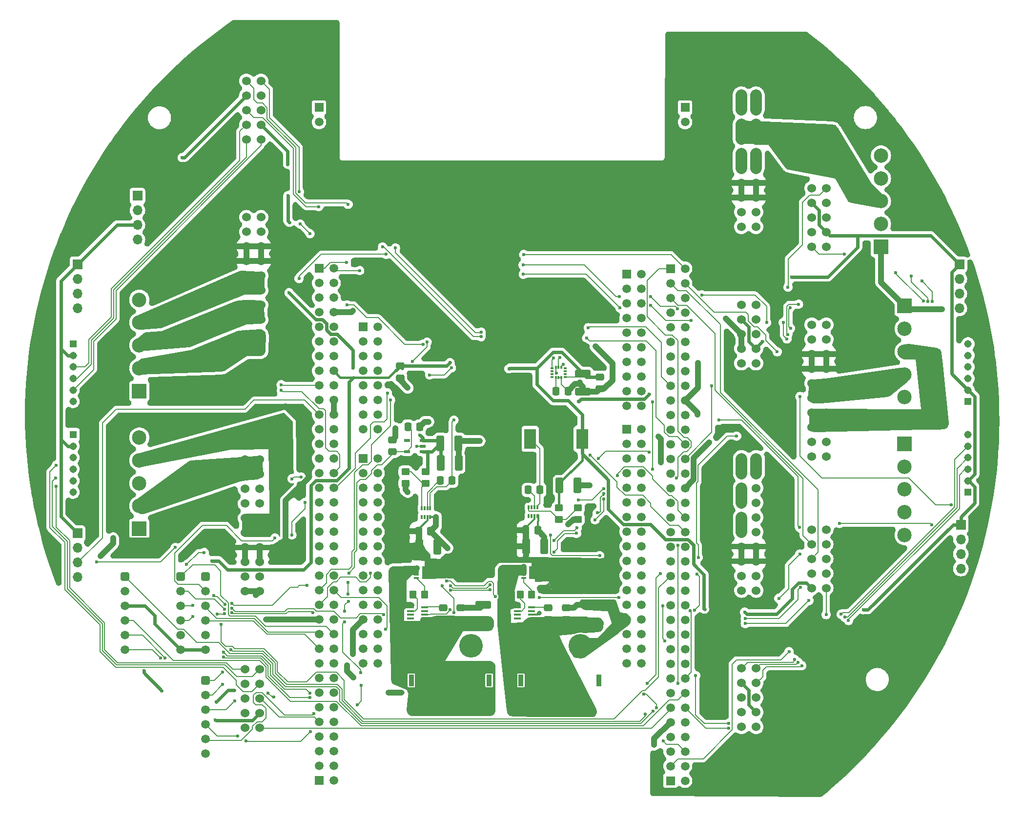
<source format=gtl>
%TF.GenerationSoftware,KiCad,Pcbnew,8.0.6*%
%TF.CreationDate,2024-11-11T21:37:21+01:00*%
%TF.ProjectId,Mainboard,4d61696e-626f-4617-9264-2e6b69636164,rev?*%
%TF.SameCoordinates,Original*%
%TF.FileFunction,Copper,L1,Top*%
%TF.FilePolarity,Positive*%
%FSLAX46Y46*%
G04 Gerber Fmt 4.6, Leading zero omitted, Abs format (unit mm)*
G04 Created by KiCad (PCBNEW 8.0.6) date 2024-11-11 21:37:21*
%MOMM*%
%LPD*%
G01*
G04 APERTURE LIST*
G04 Aperture macros list*
%AMRoundRect*
0 Rectangle with rounded corners*
0 $1 Rounding radius*
0 $2 $3 $4 $5 $6 $7 $8 $9 X,Y pos of 4 corners*
0 Add a 4 corners polygon primitive as box body*
4,1,4,$2,$3,$4,$5,$6,$7,$8,$9,$2,$3,0*
0 Add four circle primitives for the rounded corners*
1,1,$1+$1,$2,$3*
1,1,$1+$1,$4,$5*
1,1,$1+$1,$6,$7*
1,1,$1+$1,$8,$9*
0 Add four rect primitives between the rounded corners*
20,1,$1+$1,$2,$3,$4,$5,0*
20,1,$1+$1,$4,$5,$6,$7,0*
20,1,$1+$1,$6,$7,$8,$9,0*
20,1,$1+$1,$8,$9,$2,$3,0*%
G04 Aperture macros list end*
%TA.AperFunction,SMDPad,CuDef*%
%ADD10RoundRect,0.250000X0.412500X1.100000X-0.412500X1.100000X-0.412500X-1.100000X0.412500X-1.100000X0*%
%TD*%
%TA.AperFunction,SMDPad,CuDef*%
%ADD11RoundRect,0.250000X-0.412500X-1.100000X0.412500X-1.100000X0.412500X1.100000X-0.412500X1.100000X0*%
%TD*%
%TA.AperFunction,ComponentPad*%
%ADD12C,1.530000*%
%TD*%
%TA.AperFunction,SMDPad,CuDef*%
%ADD13RoundRect,0.250000X0.450000X-0.350000X0.450000X0.350000X-0.450000X0.350000X-0.450000X-0.350000X0*%
%TD*%
%TA.AperFunction,ComponentPad*%
%ADD14R,2.500000X2.500000*%
%TD*%
%TA.AperFunction,ComponentPad*%
%ADD15C,2.500000*%
%TD*%
%TA.AperFunction,SMDPad,CuDef*%
%ADD16RoundRect,0.250000X0.350000X0.450000X-0.350000X0.450000X-0.350000X-0.450000X0.350000X-0.450000X0*%
%TD*%
%TA.AperFunction,SMDPad,CuDef*%
%ADD17RoundRect,0.250000X-0.337500X-0.475000X0.337500X-0.475000X0.337500X0.475000X-0.337500X0.475000X0*%
%TD*%
%TA.AperFunction,SMDPad,CuDef*%
%ADD18RoundRect,0.250000X0.475000X-0.337500X0.475000X0.337500X-0.475000X0.337500X-0.475000X-0.337500X0*%
%TD*%
%TA.AperFunction,SMDPad,CuDef*%
%ADD19R,2.000000X3.500000*%
%TD*%
%TA.AperFunction,SMDPad,CuDef*%
%ADD20RoundRect,0.250000X-0.475000X0.337500X-0.475000X-0.337500X0.475000X-0.337500X0.475000X0.337500X0*%
%TD*%
%TA.AperFunction,SMDPad,CuDef*%
%ADD21RoundRect,0.250000X-1.100000X0.412500X-1.100000X-0.412500X1.100000X-0.412500X1.100000X0.412500X0*%
%TD*%
%TA.AperFunction,ComponentPad*%
%ADD22RoundRect,0.380000X-0.380000X0.380000X-0.380000X-0.380000X0.380000X-0.380000X0.380000X0.380000X0*%
%TD*%
%TA.AperFunction,ComponentPad*%
%ADD23C,1.520000*%
%TD*%
%TA.AperFunction,SMDPad,CuDef*%
%ADD24R,0.575000X0.350000*%
%TD*%
%TA.AperFunction,SMDPad,CuDef*%
%ADD25R,0.350000X0.575000*%
%TD*%
%TA.AperFunction,SMDPad,CuDef*%
%ADD26RoundRect,0.250000X0.337500X0.475000X-0.337500X0.475000X-0.337500X-0.475000X0.337500X-0.475000X0*%
%TD*%
%TA.AperFunction,SMDPad,CuDef*%
%ADD27R,0.830000X0.400000*%
%TD*%
%TA.AperFunction,SMDPad,CuDef*%
%ADD28R,0.620000X0.400000*%
%TD*%
%TA.AperFunction,SMDPad,CuDef*%
%ADD29R,1.850000X2.250000*%
%TD*%
%TA.AperFunction,SMDPad,CuDef*%
%ADD30R,0.130000X0.050000*%
%TD*%
%TA.AperFunction,SMDPad,CuDef*%
%ADD31RoundRect,0.250000X1.100000X-0.412500X1.100000X0.412500X-1.100000X0.412500X-1.100000X-0.412500X0*%
%TD*%
%TA.AperFunction,SMDPad,CuDef*%
%ADD32R,0.997699X0.508000*%
%TD*%
%TA.AperFunction,ComponentPad*%
%ADD33R,1.700000X1.700000*%
%TD*%
%TA.AperFunction,ComponentPad*%
%ADD34O,1.700000X1.700000*%
%TD*%
%TA.AperFunction,SMDPad,CuDef*%
%ADD35R,0.300000X0.670000*%
%TD*%
%TA.AperFunction,SMDPad,CuDef*%
%ADD36R,1.200000X0.450000*%
%TD*%
%TA.AperFunction,ComponentPad*%
%ADD37R,1.508000X1.508000*%
%TD*%
%TA.AperFunction,ComponentPad*%
%ADD38C,1.508000*%
%TD*%
%TA.AperFunction,ComponentPad*%
%ADD39R,1.308000X1.308000*%
%TD*%
%TA.AperFunction,ComponentPad*%
%ADD40C,1.308000*%
%TD*%
%TA.AperFunction,ComponentPad*%
%ADD41R,0.900000X2.000000*%
%TD*%
%TA.AperFunction,ComponentPad*%
%ADD42RoundRect,1.025000X-1.025000X-1.025000X1.025000X-1.025000X1.025000X1.025000X-1.025000X1.025000X0*%
%TD*%
%TA.AperFunction,ComponentPad*%
%ADD43C,4.100000*%
%TD*%
%TA.AperFunction,ViaPad*%
%ADD44C,0.600000*%
%TD*%
%TA.AperFunction,ViaPad*%
%ADD45C,0.800000*%
%TD*%
%TA.AperFunction,ViaPad*%
%ADD46C,1.000000*%
%TD*%
%TA.AperFunction,Conductor*%
%ADD47C,0.600000*%
%TD*%
%TA.AperFunction,Conductor*%
%ADD48C,0.200000*%
%TD*%
%TA.AperFunction,Conductor*%
%ADD49C,0.400000*%
%TD*%
%TA.AperFunction,Conductor*%
%ADD50C,1.000000*%
%TD*%
%TA.AperFunction,Conductor*%
%ADD51C,0.300000*%
%TD*%
%TA.AperFunction,Conductor*%
%ADD52C,2.000000*%
%TD*%
%ADD53C,0.300000*%
%ADD54C,0.350000*%
%ADD55O,0.600000X1.700000*%
G04 APERTURE END LIST*
D10*
%TO.P,C23,1*%
%TO.N,GND*%
X198022500Y-139840000D03*
%TO.P,C23,2*%
%TO.N,3.3V*%
X194897500Y-139840000D03*
%TD*%
D11*
%TO.P,C13,1*%
%TO.N,5V*%
X174235000Y-132490000D03*
%TO.P,C13,2*%
%TO.N,GND*%
X177360000Y-132490000D03*
%TD*%
D12*
%TO.P,J4,1,1*%
%TO.N,/SEN0374_INT*%
X238600000Y-147468000D03*
%TO.P,J4,2,2*%
%TO.N,/SEN0374_Boot*%
X241140000Y-147468000D03*
%TO.P,J4,3,3*%
%TO.N,/SEN0374_SDA*%
X238600000Y-150008000D03*
%TO.P,J4,4,4*%
%TO.N,/SEN0374_PS1*%
X241140000Y-150008000D03*
%TO.P,J4,5,5*%
%TO.N,/SEN0374_SCL*%
X238600000Y-152548000D03*
%TO.P,J4,6,6*%
%TO.N,/SEN0374_PS2*%
X241140000Y-152548000D03*
%TO.P,J4,7,7*%
%TO.N,GND*%
X238600000Y-155088000D03*
%TO.P,J4,8,8*%
%TO.N,/SEN0374_BL-IND*%
X241140000Y-155088000D03*
%TO.P,J4,9,9*%
%TO.N,3.3V*%
X238600000Y-157628000D03*
%TO.P,J4,10,10*%
%TO.N,/SEN0374_RST*%
X241140000Y-157628000D03*
%TD*%
D13*
%TO.P,R4,1,1*%
%TO.N,GND*%
X168160000Y-139440000D03*
%TO.P,R4,2,2*%
%TO.N,Net-(IC7-FB)*%
X168160000Y-137440000D03*
%TD*%
D14*
%TO.P,J16,1,1*%
%TO.N,GND*%
X250650000Y-98390000D03*
D15*
%TO.P,J16,2,2*%
%TO.N,/M5_OUT1*%
X250650000Y-94430000D03*
%TO.P,J16,3,3*%
%TO.N,/M5_OUT2*%
X250650000Y-90470000D03*
%TO.P,J16,4,4*%
%TO.N,/M5_OUT3*%
X250650000Y-86510000D03*
%TO.P,J16,5,5*%
%TO.N,GND*%
X250650000Y-82550000D03*
%TD*%
D16*
%TO.P,R1,1*%
%TO.N,Net-(Q1-G)*%
X190050000Y-158780000D03*
%TO.P,R1,2*%
%TO.N,Net-(IC1-GATE)*%
X188050000Y-158780000D03*
%TD*%
D17*
%TO.P,C6,1*%
%TO.N,24V*%
X170472500Y-147790000D03*
%TO.P,C6,2*%
%TO.N,GND*%
X172547500Y-147790000D03*
%TD*%
D18*
%TO.P,C2,1*%
%TO.N,/24V_2*%
X177760000Y-163122500D03*
%TO.P,C2,2*%
%TO.N,GND*%
X177760000Y-161047500D03*
%TD*%
D16*
%TO.P,R2,1*%
%TO.N,Net-(Q2-G)*%
X171490000Y-158780000D03*
%TO.P,R2,2*%
%TO.N,Net-(IC2-GATE)*%
X169490000Y-158780000D03*
%TD*%
D12*
%TO.P,J20,1,1*%
%TO.N,/M4_OUT1*%
X229000000Y-135190000D03*
%TO.P,J20,2,2*%
X226460000Y-135190000D03*
%TO.P,J20,3,3*%
X229000000Y-137730000D03*
%TO.P,J20,4,4*%
X226460000Y-137730000D03*
%TO.P,J20,5,5*%
%TO.N,/M4_OUT2*%
X229000000Y-140270000D03*
%TO.P,J20,6,6*%
X226460000Y-140270000D03*
%TO.P,J20,7,7*%
X229000000Y-142810000D03*
%TO.P,J20,8,8*%
X226460000Y-142810000D03*
%TO.P,J20,9,9*%
%TO.N,/M4_OUT3*%
X229000000Y-145350000D03*
%TO.P,J20,10,10*%
X226460000Y-145350000D03*
%TO.P,J20,11,11*%
X229000000Y-147890000D03*
%TO.P,J20,12,12*%
X226460000Y-147890000D03*
%TO.P,J20,13,13*%
%TO.N,24V*%
X229000000Y-150430000D03*
%TO.P,J20,14,14*%
X226460000Y-150430000D03*
%TO.P,J20,15,15*%
X229000000Y-152970000D03*
%TO.P,J20,16,16*%
X226460000Y-152970000D03*
%TO.P,J20,17,17*%
%TO.N,GND*%
X229000000Y-155510000D03*
%TO.P,J20,18,18*%
X226460000Y-155510000D03*
%TO.P,J20,19,19*%
X229000000Y-158050000D03*
%TO.P,J20,20,20*%
X226460000Y-158050000D03*
%TO.P,J20,21,21*%
%TO.N,/M4_H2*%
X229000000Y-171570000D03*
%TO.P,J20,22,22*%
%TO.N,/M4_H3*%
X226460000Y-171570000D03*
%TO.P,J20,23,23*%
%TO.N,/M4_H1*%
X229000000Y-174110000D03*
%TO.P,J20,24,24*%
%TO.N,5V*%
X226460000Y-174110000D03*
%TO.P,J20,25,25*%
%TO.N,/M4_RX*%
X229000000Y-176650000D03*
%TO.P,J20,26,26*%
%TO.N,GND*%
X226460000Y-176650000D03*
%TO.P,J20,27,27*%
%TO.N,5V*%
X229000000Y-179190000D03*
%TO.P,J20,28,28*%
%TO.N,GND*%
X226460000Y-179190000D03*
%TO.P,J20,29,29*%
%TO.N,/M4_TX*%
X229000000Y-181730000D03*
%TO.P,J20,30,30*%
%TO.N,/M4_PWM*%
X226460000Y-181730000D03*
%TD*%
D13*
%TO.P,R3,1,1*%
%TO.N,Net-(IC7-FB)*%
X171660000Y-139440000D03*
%TO.P,R3,2,2*%
%TO.N,5V*%
X171660000Y-137440000D03*
%TD*%
D18*
%TO.P,C1,1*%
%TO.N,/24V_1*%
X196080000Y-163122500D03*
%TO.P,C1,2*%
%TO.N,GND*%
X196080000Y-161047500D03*
%TD*%
D17*
%TO.P,C10,1*%
%TO.N,24V*%
X189045000Y-147610000D03*
%TO.P,C10,2*%
%TO.N,GND*%
X191120000Y-147610000D03*
%TD*%
D12*
%TO.P,J22,1,1*%
%TO.N,/M1_OUT1*%
X140575000Y-116125000D03*
%TO.P,J22,2,2*%
X143115000Y-116125000D03*
%TO.P,J22,3,3*%
X140575000Y-113585000D03*
%TO.P,J22,4,4*%
X143115000Y-113585000D03*
%TO.P,J22,5,5*%
%TO.N,/M1_OUT2*%
X140575000Y-111045000D03*
%TO.P,J22,6,6*%
X143115000Y-111045000D03*
%TO.P,J22,7,7*%
X140575000Y-108505000D03*
%TO.P,J22,8,8*%
X143115000Y-108505000D03*
%TO.P,J22,9,9*%
%TO.N,/M1_OUT3*%
X140575000Y-105965000D03*
%TO.P,J22,10,10*%
X143115000Y-105965000D03*
%TO.P,J22,11,11*%
X140575000Y-103425000D03*
%TO.P,J22,12,12*%
X143115000Y-103425000D03*
%TO.P,J22,13,13*%
%TO.N,24V*%
X140575000Y-100885000D03*
%TO.P,J22,14,14*%
X143115000Y-100885000D03*
%TO.P,J22,15,15*%
X140575000Y-98345000D03*
%TO.P,J22,16,16*%
X143115000Y-98345000D03*
%TO.P,J22,17,17*%
%TO.N,GND*%
X140575000Y-95805000D03*
%TO.P,J22,18,18*%
X143115000Y-95805000D03*
%TO.P,J22,19,19*%
X140575000Y-93265000D03*
%TO.P,J22,20,20*%
X143115000Y-93265000D03*
%TO.P,J22,21,21*%
%TO.N,/M1_H2*%
X140575000Y-79745000D03*
%TO.P,J22,22,22*%
%TO.N,/M1_H3*%
X143115000Y-79745000D03*
%TO.P,J22,23,23*%
%TO.N,/M1_H1*%
X140575000Y-77205000D03*
%TO.P,J22,24,24*%
%TO.N,5V*%
X143115000Y-77205000D03*
%TO.P,J22,25,25*%
%TO.N,/M1_RX*%
X140575000Y-74665000D03*
%TO.P,J22,26,26*%
%TO.N,GND*%
X143115000Y-74665000D03*
%TO.P,J22,27,27*%
%TO.N,5V*%
X140575000Y-72125000D03*
%TO.P,J22,28,28*%
%TO.N,GND*%
X143115000Y-72125000D03*
%TO.P,J22,29,29*%
%TO.N,/M1_TX*%
X140575000Y-69585000D03*
%TO.P,J22,30,30*%
%TO.N,/M1_PWM*%
X143115000Y-69585000D03*
%TD*%
D19*
%TO.P,L2,1,1*%
%TO.N,Net-(IC6-SW)*%
X189810000Y-131740000D03*
%TO.P,L2,2,2*%
%TO.N,3.3V*%
X198810000Y-131740000D03*
%TD*%
D17*
%TO.P,C26,1*%
%TO.N,VDD_IO*%
X194287500Y-123450000D03*
%TO.P,C26,2*%
%TO.N,GND*%
X196362500Y-123450000D03*
%TD*%
D18*
%TO.P,C43,1*%
%TO.N,2.8V*%
X165900000Y-133975000D03*
%TO.P,C43,2*%
%TO.N,GND*%
X165900000Y-131900000D03*
%TD*%
D12*
%TO.P,J19,1,1*%
%TO.N,/M3_OUT1*%
X142880000Y-135350000D03*
%TO.P,J19,2,2*%
X140340000Y-135350000D03*
%TO.P,J19,3,3*%
X142880000Y-137890000D03*
%TO.P,J19,4,4*%
X140340000Y-137890000D03*
%TO.P,J19,5,5*%
%TO.N,/M3_OUT2*%
X142880000Y-140430000D03*
%TO.P,J19,6,6*%
X140340000Y-140430000D03*
%TO.P,J19,7,7*%
X142880000Y-142970000D03*
%TO.P,J19,8,8*%
X140340000Y-142970000D03*
%TO.P,J19,9,9*%
%TO.N,/M3_OUT3*%
X142880000Y-145510000D03*
%TO.P,J19,10,10*%
X140340000Y-145510000D03*
%TO.P,J19,11,11*%
X142880000Y-148050000D03*
%TO.P,J19,12,12*%
X140340000Y-148050000D03*
%TO.P,J19,13,13*%
%TO.N,24V*%
X142880000Y-150590000D03*
%TO.P,J19,14,14*%
X140340000Y-150590000D03*
%TO.P,J19,15,15*%
X142880000Y-153130000D03*
%TO.P,J19,16,16*%
X140340000Y-153130000D03*
%TO.P,J19,17,17*%
%TO.N,GND*%
X142880000Y-155670000D03*
%TO.P,J19,18,18*%
X140340000Y-155670000D03*
%TO.P,J19,19,19*%
X142880000Y-158210000D03*
%TO.P,J19,20,20*%
X140340000Y-158210000D03*
%TO.P,J19,21,21*%
%TO.N,/M3_H2*%
X142880000Y-171730000D03*
%TO.P,J19,22,22*%
%TO.N,/M3_H3*%
X140340000Y-171730000D03*
%TO.P,J19,23,23*%
%TO.N,/M3_H1*%
X142880000Y-174270000D03*
%TO.P,J19,24,24*%
%TO.N,5V*%
X140340000Y-174270000D03*
%TO.P,J19,25,25*%
%TO.N,/M3_RX*%
X142880000Y-176810000D03*
%TO.P,J19,26,26*%
%TO.N,GND*%
X140340000Y-176810000D03*
%TO.P,J19,27,27*%
%TO.N,5V*%
X142880000Y-179350000D03*
%TO.P,J19,28,28*%
%TO.N,GND*%
X140340000Y-179350000D03*
%TO.P,J19,29,29*%
%TO.N,/M3_TX*%
X142880000Y-181890000D03*
%TO.P,J19,30,30*%
%TO.N,/M3_PWM*%
X140340000Y-181890000D03*
%TD*%
D20*
%TO.P,C12,1*%
%TO.N,3.3V*%
X167230000Y-119082500D03*
%TO.P,C12,2*%
%TO.N,GND*%
X167230000Y-121157500D03*
%TD*%
D21*
%TO.P,C24,1*%
%TO.N,3.3V*%
X198900000Y-120412500D03*
%TO.P,C24,2*%
%TO.N,GND*%
X198900000Y-123537500D03*
%TD*%
D18*
%TO.P,C4,1*%
%TO.N,/24V_2*%
X174670000Y-163122500D03*
%TO.P,C4,2*%
%TO.N,Net-(IC2-VCAP)*%
X174670000Y-161047500D03*
%TD*%
D22*
%TO.P,J3,1,1*%
%TO.N,/VL6180_IO1*%
X133460000Y-173627500D03*
D23*
%TO.P,J3,2,2*%
%TO.N,/VL6180_IO0*%
X133460000Y-176167500D03*
%TO.P,J3,3,3*%
%TO.N,/VL6180_SCL*%
X133460000Y-178707500D03*
%TO.P,J3,4,4*%
%TO.N,/VL6180_SDA*%
X133460000Y-181247500D03*
%TO.P,J3,5,5*%
%TO.N,2.8V*%
X133460000Y-183787500D03*
%TO.P,J3,6,6*%
%TO.N,GND*%
X133460000Y-186327500D03*
%TD*%
D24*
%TO.P,IC3,1,SAO*%
%TO.N,WSENS_SAO*%
X193562000Y-119462000D03*
%TO.P,IC3,2,RSVD_1*%
%TO.N,unconnected-(IC3-RSVD_1-Pad2)*%
X193562000Y-119962000D03*
%TO.P,IC3,3,RSVD_2*%
%TO.N,unconnected-(IC3-RSVD_2-Pad3)*%
X193562000Y-120462000D03*
%TO.P,IC3,4,INT_0*%
%TO.N,unconnected-(IC3-INT_0-Pad4)*%
X193562000Y-120962000D03*
D25*
%TO.P,IC3,5,VDD_IO*%
%TO.N,VDD_IO*%
X194225000Y-121124000D03*
%TO.P,IC3,6,GND_1*%
%TO.N,GND*%
X194725000Y-121124000D03*
%TO.P,IC3,7,GND_2*%
X195225000Y-121124000D03*
D24*
%TO.P,IC3,8,VDD*%
%TO.N,3.3V*%
X195888000Y-120962000D03*
%TO.P,IC3,9,INT_1*%
%TO.N,unconnected-(IC3-INT_1-Pad9)*%
X195888000Y-120462000D03*
%TO.P,IC3,10,RSVD_3*%
%TO.N,unconnected-(IC3-RSVD_3-Pad10)*%
X195888000Y-119962000D03*
%TO.P,IC3,11,RSVD_4*%
%TO.N,unconnected-(IC3-RSVD_4-Pad11)*%
X195888000Y-119462000D03*
D25*
%TO.P,IC3,12,CS*%
%TO.N,WSENS_CS*%
X195225000Y-119300000D03*
%TO.P,IC3,13,SCL*%
%TO.N,WSENS_SCL*%
X194725000Y-119300000D03*
%TO.P,IC3,14,SDA*%
%TO.N,WSENS_SDA*%
X194225000Y-119300000D03*
%TD*%
D26*
%TO.P,C22,1*%
%TO.N,Net-(IC6-SW)*%
X191510000Y-140590000D03*
%TO.P,C22,2*%
%TO.N,Net-(IC6-BST)*%
X189435000Y-140590000D03*
%TD*%
D11*
%TO.P,C9,1*%
%TO.N,24V*%
X170535000Y-150500000D03*
%TO.P,C9,2*%
%TO.N,GND*%
X173660000Y-150500000D03*
%TD*%
D27*
%TO.P,Q1,1,S_1*%
%TO.N,/24V_1*%
X188641000Y-153960000D03*
%TO.P,Q1,2,S_2*%
X188641000Y-154610000D03*
%TO.P,Q1,3,S_3*%
X188641000Y-155260000D03*
%TO.P,Q1,4,G*%
%TO.N,Net-(Q1-G)*%
X188641000Y-155910000D03*
D28*
%TO.P,Q1,5,D_1*%
%TO.N,24V*%
X191815000Y-155910000D03*
%TO.P,Q1,6,D_2*%
X191815000Y-155260000D03*
%TO.P,Q1,7,D_3*%
X191815000Y-154610000D03*
%TO.P,Q1,8,D_4*%
X191815000Y-153960000D03*
D29*
%TO.P,Q1,9,D_5*%
X190580000Y-154935000D03*
D30*
%TO.P,Q1,10,D_6*%
X191440000Y-156085000D03*
%TO.P,Q1,11,D_7*%
X191440000Y-153785000D03*
%TD*%
D12*
%TO.P,J18,1,1*%
%TO.N,/M2_OUT1*%
X238630000Y-134780000D03*
%TO.P,J18,2,2*%
X241170000Y-134780000D03*
%TO.P,J18,3,3*%
X238630000Y-132240000D03*
%TO.P,J18,4,4*%
X241170000Y-132240000D03*
%TO.P,J18,5,5*%
%TO.N,/M2_OUT2*%
X238630000Y-129700000D03*
%TO.P,J18,6,6*%
X241170000Y-129700000D03*
%TO.P,J18,7,7*%
X238630000Y-127160000D03*
%TO.P,J18,8,8*%
X241170000Y-127160000D03*
%TO.P,J18,9,9*%
%TO.N,/M2_OUT3*%
X238630000Y-124620000D03*
%TO.P,J18,10,10*%
X241170000Y-124620000D03*
%TO.P,J18,11,11*%
X238630000Y-122080000D03*
%TO.P,J18,12,12*%
X241170000Y-122080000D03*
%TO.P,J18,13,13*%
%TO.N,24V*%
X238630000Y-119540000D03*
%TO.P,J18,14,14*%
X241170000Y-119540000D03*
%TO.P,J18,15,15*%
X238630000Y-117000000D03*
%TO.P,J18,16,16*%
X241170000Y-117000000D03*
%TO.P,J18,17,17*%
%TO.N,GND*%
X238630000Y-114460000D03*
%TO.P,J18,18,18*%
X241170000Y-114460000D03*
%TO.P,J18,19,19*%
X238630000Y-111920000D03*
%TO.P,J18,20,20*%
X241170000Y-111920000D03*
%TO.P,J18,21,21*%
%TO.N,/M2_H2*%
X238630000Y-98400000D03*
%TO.P,J18,22,22*%
%TO.N,/M2_H3*%
X241170000Y-98400000D03*
%TO.P,J18,23,23*%
%TO.N,/M2_H1*%
X238630000Y-95860000D03*
%TO.P,J18,24,24*%
%TO.N,5V*%
X241170000Y-95860000D03*
%TO.P,J18,25,25*%
%TO.N,/M2_RX*%
X238630000Y-93320000D03*
%TO.P,J18,26,26*%
%TO.N,GND*%
X241170000Y-93320000D03*
%TO.P,J18,27,27*%
%TO.N,5V*%
X238630000Y-90780000D03*
%TO.P,J18,28,28*%
%TO.N,GND*%
X241170000Y-90780000D03*
%TO.P,J18,29,29*%
%TO.N,/M2_TX*%
X238630000Y-88240000D03*
%TO.P,J18,30,30*%
%TO.N,/M2_PWM*%
X241170000Y-88240000D03*
%TD*%
D11*
%TO.P,C7,1*%
%TO.N,24V*%
X189127500Y-150360000D03*
%TO.P,C7,2*%
%TO.N,GND*%
X192252500Y-150360000D03*
%TD*%
D31*
%TO.P,C11,1*%
%TO.N,/24V_2*%
X181690000Y-163647500D03*
%TO.P,C11,2*%
%TO.N,GND*%
X181690000Y-160522500D03*
%TD*%
D22*
%TO.P,J24,1,1*%
%TO.N,/VL53L4CD2_SHUT*%
X133460000Y-155640000D03*
D23*
%TO.P,J24,2,2*%
%TO.N,/VL53L4CD2_INT*%
X133460000Y-158180000D03*
%TO.P,J24,3,3*%
%TO.N,/VL53L4CD2_SCL*%
X133460000Y-160720000D03*
%TO.P,J24,4,4*%
%TO.N,/VL53L4CD2_SDA*%
X133460000Y-163260000D03*
%TO.P,J24,5,5*%
%TO.N,GND*%
X133460000Y-165800000D03*
%TO.P,J24,6,6*%
%TO.N,3.3V*%
X133460000Y-168340000D03*
%TD*%
D11*
%TO.P,C28,1*%
%TO.N,5V*%
X174255000Y-135940000D03*
%TO.P,C28,2*%
%TO.N,GND*%
X177380000Y-135940000D03*
%TD*%
D22*
%TO.P,J25,1,1*%
%TO.N,/ADPS-9960_VL*%
X119500000Y-155650000D03*
D23*
%TO.P,J25,2,2*%
%TO.N,GND*%
X119500000Y-158190000D03*
%TO.P,J25,3,3*%
%TO.N,3.3V*%
X119500000Y-160730000D03*
%TO.P,J25,4,4*%
%TO.N,/ADPS-9960_SDA*%
X119500000Y-163270000D03*
%TO.P,J25,5,5*%
%TO.N,/ADPS-9960_SCL*%
X119500000Y-165810000D03*
%TO.P,J25,6,6*%
%TO.N,/ADPS-9960_INT*%
X119500000Y-168350000D03*
%TD*%
D26*
%TO.P,C27,1*%
%TO.N,Net-(IC7-SW)*%
X176255000Y-138990000D03*
%TO.P,C27,2*%
%TO.N,Net-(IC7-BST)*%
X174180000Y-138990000D03*
%TD*%
D20*
%TO.P,C25,1*%
%TO.N,3.3V*%
X201850000Y-120987500D03*
%TO.P,C25,2*%
%TO.N,GND*%
X201850000Y-123062500D03*
%TD*%
D17*
%TO.P,C44,1*%
%TO.N,2.8V*%
X168600000Y-129625000D03*
%TO.P,C44,2*%
%TO.N,GND*%
X170675000Y-129625000D03*
%TD*%
D32*
%TO.P,U2,1,VIN*%
%TO.N,5V*%
X171160351Y-133940001D03*
%TO.P,U2,2,GND*%
%TO.N,GND*%
X171160351Y-132990000D03*
%TO.P,U2,3,EN*%
%TO.N,5V*%
X171160351Y-132039999D03*
%TO.P,U2,4,NC*%
%TO.N,unconnected-(U2-NC-Pad4)*%
X168410049Y-132039999D03*
%TO.P,U2,5,VOUT*%
%TO.N,2.8V*%
X168410049Y-133940001D03*
%TD*%
D33*
%TO.P,J26,1,Pin_1*%
%TO.N,/Rpi_TX*%
X121670000Y-89530000D03*
D34*
%TO.P,J26,2,Pin_2*%
%TO.N,/Rpi_RX*%
X121670000Y-92070000D03*
%TO.P,J26,3,Pin_3*%
%TO.N,5V*%
X121670000Y-94610000D03*
%TO.P,J26,4,Pin_4*%
%TO.N,GND*%
X121670000Y-97150000D03*
%TD*%
D35*
%TO.P,IC6,1,NC_1*%
%TO.N,unconnected-(IC6-NC_1-Pad1)*%
X189527500Y-145130000D03*
%TO.P,IC6,2,EN*%
%TO.N,unconnected-(IC6-EN-Pad2)*%
X190027500Y-145130000D03*
%TO.P,IC6,3,VIN*%
%TO.N,24V*%
X190527500Y-145130000D03*
%TO.P,IC6,4,GND*%
%TO.N,GND*%
X191027500Y-145130000D03*
%TO.P,IC6,5,SW*%
%TO.N,Net-(IC6-SW)*%
X191027500Y-143650000D03*
%TO.P,IC6,6,BST*%
%TO.N,Net-(IC6-BST)*%
X190527500Y-143650000D03*
%TO.P,IC6,7,NC_2*%
%TO.N,unconnected-(IC6-NC_2-Pad7)*%
X190027500Y-143650000D03*
%TO.P,IC6,8,FB*%
%TO.N,Net-(IC6-FB)*%
X189527500Y-143650000D03*
%TD*%
D36*
%TO.P,IC1,1,EN*%
%TO.N,/24V_1*%
X190040000Y-162905000D03*
%TO.P,IC1,2,GND*%
%TO.N,GND*%
X190040000Y-162255000D03*
%TO.P,IC1,3,N.C_1*%
%TO.N,unconnected-(IC1-N.C_1-Pad3)*%
X190040000Y-161605000D03*
%TO.P,IC1,4,VCAP*%
%TO.N,Net-(IC1-VCAP)*%
X190040000Y-160955000D03*
%TO.P,IC1,5,SOURCE*%
%TO.N,/24V_1*%
X187540000Y-160955000D03*
%TO.P,IC1,6,GATE*%
%TO.N,Net-(IC1-GATE)*%
X187540000Y-161605000D03*
%TO.P,IC1,7,N.C_2*%
%TO.N,unconnected-(IC1-N.C_2-Pad7)*%
X187540000Y-162255000D03*
%TO.P,IC1,8,N.C_3*%
%TO.N,unconnected-(IC1-N.C_3-Pad8)*%
X187540000Y-162905000D03*
%TD*%
D22*
%TO.P,J8,1,1*%
%TO.N,/VL53L4CD_SHUT*%
X129166700Y-155668000D03*
D23*
%TO.P,J8,2,2*%
%TO.N,/VL53L4CD_INT*%
X129166700Y-158208000D03*
%TO.P,J8,3,3*%
%TO.N,/VL53L4CD_SCL*%
X129166700Y-160748000D03*
%TO.P,J8,4,4*%
%TO.N,/VL53L4CD_SDA*%
X129166700Y-163288000D03*
%TO.P,J8,5,5*%
%TO.N,GND*%
X129166700Y-165828000D03*
%TO.P,J8,6,6*%
%TO.N,3.3V*%
X129166700Y-168368000D03*
%TD*%
D37*
%TO.P,U1,CN3_1,GND_CN3*%
%TO.N,GND*%
X153168300Y-74210000D03*
D38*
%TO.P,U1,CN3_2,GND_CN3*%
X153168300Y-76750000D03*
D37*
%TO.P,U1,CN4_1,GND_CN4*%
X216668300Y-74210000D03*
D38*
%TO.P,U1,CN4_2,GND_CN4*%
X216668300Y-76750000D03*
D37*
%TO.P,U1,CN7_1,D16/I2S_A_MCK*%
%TO.N,unconnected-(U1E-D16{slash}I2S_A_MCK-PadCN7_1)*%
X206508300Y-103166000D03*
D38*
%TO.P,U1,CN7_2,D15/I2C_A_SCL*%
%TO.N,unconnected-(U1E-D15{slash}I2C_A_SCL-PadCN7_2)*%
X209048300Y-103166000D03*
%TO.P,U1,CN7_3,D17/I2S_A_SD*%
%TO.N,unconnected-(U1E-D17{slash}I2S_A_SD-PadCN7_3)*%
X206508300Y-105706000D03*
%TO.P,U1,CN7_4,D14/I2C_A_SDA*%
%TO.N,unconnected-(U1E-D14{slash}I2C_A_SDA-PadCN7_4)*%
X209048300Y-105706000D03*
%TO.P,U1,CN7_5,D18/I2S_A_CK*%
%TO.N,unconnected-(U1E-D18{slash}I2S_A_CK-PadCN7_5)*%
X206508300Y-108246000D03*
%TO.P,U1,CN7_6,VREFP_CN7*%
%TO.N,unconnected-(U1E-VREFP_CN7-PadCN7_6)*%
X209048300Y-108246000D03*
%TO.P,U1,CN7_7,D19/I2S_A_WS*%
%TO.N,unconnected-(U1E-D19{slash}I2S_A_WS-PadCN7_7)*%
X206508300Y-110786000D03*
%TO.P,U1,CN7_8,GND_CN7*%
%TO.N,GND*%
X209048300Y-110786000D03*
%TO.P,U1,CN7_9,D20/I2S_B_WS*%
%TO.N,unconnected-(U1E-D20{slash}I2S_B_WS-PadCN7_9)*%
X206508300Y-113326000D03*
%TO.P,U1,CN7_10,D13/SPI_A_SCK*%
%TO.N,unconnected-(U1E-D13{slash}SPI_A_SCK-PadCN7_10)*%
X209048300Y-113326000D03*
%TO.P,U1,CN7_11,D21/I2S_B_MCK*%
%TO.N,unconnected-(U1E-D21{slash}I2S_B_MCK-PadCN7_11)*%
X206508300Y-115866000D03*
%TO.P,U1,CN7_12,D12/SPI_A_MISO*%
%TO.N,unconnected-(U1E-D12{slash}SPI_A_MISO-PadCN7_12)*%
X209048300Y-115866000D03*
%TO.P,U1,CN7_13,D22/I2S_B_SD/SPI_B_MOSI*%
%TO.N,unconnected-(U1E-D22{slash}I2S_B_SD{slash}SPI_B_MOSI-PadCN7_13)*%
X206508300Y-118406000D03*
%TO.P,U1,CN7_14,D11/SPI_A_MOSI/TIM_E_PWM1*%
%TO.N,unconnected-(U1E-D11{slash}SPI_A_MOSI{slash}TIM_E_PWM1-PadCN7_14)*%
X209048300Y-118406000D03*
%TO.P,U1,CN7_15,D23/I2S_B_CK/SPI_B_SCK*%
%TO.N,unconnected-(U1E-D23{slash}I2S_B_CK{slash}SPI_B_SCK-PadCN7_15)*%
X206508300Y-120946000D03*
%TO.P,U1,CN7_16,D10/SPI_A_CS/TIM_B_PWM3*%
%TO.N,unconnected-(U1E-D10{slash}SPI_A_CS{slash}TIM_B_PWM3-PadCN7_16)*%
X209048300Y-120946000D03*
%TO.P,U1,CN7_17,D24/SPI_B_NSS*%
%TO.N,unconnected-(U1E-D24{slash}SPI_B_NSS-PadCN7_17)*%
X206508300Y-123486000D03*
%TO.P,U1,CN7_18,D9/TIMER_B_PWM2*%
%TO.N,unconnected-(U1E-D9{slash}TIMER_B_PWM2-PadCN7_18)*%
X209048300Y-123486000D03*
%TO.P,U1,CN7_19,D25/SPI_B_MISO*%
%TO.N,unconnected-(U1E-D25{slash}SPI_B_MISO-PadCN7_19)*%
X206508300Y-126026000D03*
%TO.P,U1,CN7_20,D8/IO*%
%TO.N,unconnected-(U1E-D8{slash}IO-PadCN7_20)*%
X209048300Y-126026000D03*
D37*
%TO.P,U1,CN8_1,NC_CN8*%
%TO.N,unconnected-(U1C-NC_CN8-PadCN8_1)*%
X160788300Y-112310000D03*
D38*
%TO.P,U1,CN8_2,D43/SDMMC_D0*%
%TO.N,unconnected-(U1C-D43{slash}SDMMC_D0-PadCN8_2)*%
X163328300Y-112310000D03*
%TO.P,U1,CN8_3,IOREF_CN8*%
%TO.N,unconnected-(U1C-IOREF_CN8-PadCN8_3)*%
X160788300Y-114850000D03*
%TO.P,U1,CN8_4,D44/SDMMC_D1/I2S_A_CKIN*%
%TO.N,unconnected-(U1C-D44{slash}SDMMC_D1{slash}I2S_A_CKIN-PadCN8_4)*%
X163328300Y-114850000D03*
%TO.P,U1,CN8_5,NRST_CN8*%
%TO.N,unconnected-(U1C-NRST_CN8-PadCN8_5)*%
X160788300Y-117390000D03*
%TO.P,U1,CN8_6,D45/SDMMC_D2*%
%TO.N,unconnected-(U1C-D45{slash}SDMMC_D2-PadCN8_6)*%
X163328300Y-117390000D03*
%TO.P,U1,CN8_7,3V3_CN8*%
%TO.N,unconnected-(U1C-3V3_CN8-PadCN8_7)*%
X160788300Y-119930000D03*
%TO.P,U1,CN8_8,D46/SDMMC_D3*%
%TO.N,unconnected-(U1C-D46{slash}SDMMC_D3-PadCN8_8)*%
X163328300Y-119930000D03*
%TO.P,U1,CN8_9,5V_CN8*%
%TO.N,unconnected-(U1C-5V_CN8-PadCN8_9)*%
X160788300Y-122470000D03*
%TO.P,U1,CN8_10,D47/SDMMC_CK*%
%TO.N,unconnected-(U1C-D47{slash}SDMMC_CK-PadCN8_10)*%
X163328300Y-122470000D03*
%TO.P,U1,CN8_11,GND_CN8*%
%TO.N,GND*%
X160788300Y-125010000D03*
%TO.P,U1,CN8_12,D48/SDMMC_CMD*%
%TO.N,unconnected-(U1C-D48{slash}SDMMC_CMD-PadCN8_12)*%
X163328300Y-125010000D03*
%TO.P,U1,CN8_13,GND_CN8*%
%TO.N,GND*%
X160788300Y-127550000D03*
%TO.P,U1,CN8_14,D49/IO*%
%TO.N,unconnected-(U1C-D49{slash}IO-PadCN8_14)*%
X163328300Y-127550000D03*
%TO.P,U1,CN8_15,VIN_CN8*%
%TO.N,unconnected-(U1C-VIN_CN8-PadCN8_15)*%
X160788300Y-130090000D03*
%TO.P,U1,CN8_16,D50/IO*%
%TO.N,unconnected-(U1C-D50{slash}IO-PadCN8_16)*%
X163328300Y-130090000D03*
D37*
%TO.P,U1,CN9_1,A0/ADC12_INP15*%
%TO.N,unconnected-(U1D-A0{slash}ADC12_INP15-PadCN9_1)*%
X160788300Y-135170000D03*
D38*
%TO.P,U1,CN9_2,D51/USART_B_SCLK*%
%TO.N,unconnected-(U1D-D51{slash}USART_B_SCLK-PadCN9_2)*%
X163328300Y-135170000D03*
%TO.P,U1,CN9_3,A1/ADC123_INP10*%
%TO.N,unconnected-(U1D-A1{slash}ADC123_INP10-PadCN9_3)*%
X160788300Y-137710000D03*
%TO.P,U1,CN9_4,D52/USART_B_RX*%
%TO.N,unconnected-(U1D-D52{slash}USART_B_RX-PadCN9_4)*%
X163328300Y-137710000D03*
%TO.P,U1,CN9_5,A2/ADC12_INP13*%
%TO.N,unconnected-(U1D-A2{slash}ADC12_INP13-PadCN9_5)*%
X160788300Y-140250000D03*
%TO.P,U1,CN9_6,D53/USART_B_TX*%
%TO.N,unconnected-(U1D-D53{slash}USART_B_TX-PadCN9_6)*%
X163328300Y-140250000D03*
%TO.P,U1,CN9_7,A3/ADC12_INP5*%
%TO.N,unconnected-(U1D-A3{slash}ADC12_INP5-PadCN9_7)*%
X160788300Y-142790000D03*
%TO.P,U1,CN9_8,D54/USART_B_RTS*%
%TO.N,unconnected-(U1D-D54{slash}USART_B_RTS-PadCN9_8)*%
X163328300Y-142790000D03*
%TO.P,U1,CN9_9,A4/ADC123_INP12/I2C1_SDA*%
%TO.N,unconnected-(U1D-A4{slash}ADC123_INP12{slash}I2C1_SDA-PadCN9_9)*%
X160788300Y-145330000D03*
%TO.P,U1,CN9_10,D55/USART_B_CTS*%
%TO.N,unconnected-(U1D-D55{slash}USART_B_CTS-PadCN9_10)*%
X163328300Y-145330000D03*
%TO.P,U1,CN9_11,A5/ADC3_INP6/I2C1_SCL*%
%TO.N,unconnected-(U1D-A5{slash}ADC3_INP6{slash}I2C1_SCL-PadCN9_11)*%
X160788300Y-147870000D03*
%TO.P,U1,CN9_12,GND_CN9*%
%TO.N,GND*%
X163328300Y-147870000D03*
%TO.P,U1,CN9_13,D72/COMP1_INP*%
%TO.N,unconnected-(U1D-D72{slash}COMP1_INP-PadCN9_13)*%
X160788300Y-150410000D03*
%TO.P,U1,CN9_14,D56/SAI_A_MCLK*%
%TO.N,unconnected-(U1D-D56{slash}SAI_A_MCLK-PadCN9_14)*%
X163328300Y-150410000D03*
%TO.P,U1,CN9_15,D71/COMP2_INP*%
%TO.N,unconnected-(U1D-D71{slash}COMP2_INP-PadCN9_15)*%
X160788300Y-152950000D03*
%TO.P,U1,CN9_16,D57/SAI_A_FS*%
%TO.N,unconnected-(U1D-D57{slash}SAI_A_FS-PadCN9_16)*%
X163328300Y-152950000D03*
%TO.P,U1,CN9_17,D70/I2C_B_SMBA*%
%TO.N,unconnected-(U1D-D70{slash}I2C_B_SMBA-PadCN9_17)*%
X160788300Y-155490000D03*
%TO.P,U1,CN9_18,D58/SAI_A_SCK*%
%TO.N,unconnected-(U1D-D58{slash}SAI_A_SCK-PadCN9_18)*%
X163328300Y-155490000D03*
%TO.P,U1,CN9_19,D69/I2C_B_SCL*%
%TO.N,unconnected-(U1D-D69{slash}I2C_B_SCL-PadCN9_19)*%
X160788300Y-158030000D03*
%TO.P,U1,CN9_20,D59/SAI_A_SD*%
%TO.N,unconnected-(U1D-D59{slash}SAI_A_SD-PadCN9_20)*%
X163328300Y-158030000D03*
%TO.P,U1,CN9_21,D68/I2C_B_SDA*%
%TO.N,unconnected-(U1D-D68{slash}I2C_B_SDA-PadCN9_21)*%
X160788300Y-160570000D03*
%TO.P,U1,CN9_22,D60/SAI_B_SD*%
%TO.N,unconnected-(U1D-D60{slash}SAI_B_SD-PadCN9_22)*%
X163328300Y-160570000D03*
%TO.P,U1,CN9_23,GND_CN9*%
%TO.N,GND*%
X160788300Y-163110000D03*
%TO.P,U1,CN9_24,D61/SAI_B_SCK*%
%TO.N,unconnected-(U1D-D61{slash}SAI_B_SCK-PadCN9_24)*%
X163328300Y-163110000D03*
%TO.P,U1,CN9_25,D67/CAN_RX*%
%TO.N,unconnected-(U1D-D67{slash}CAN_RX-PadCN9_25)*%
X160788300Y-165650000D03*
%TO.P,U1,CN9_26,D62/SAI_B_MCLK*%
%TO.N,unconnected-(U1D-D62{slash}SAI_B_MCLK-PadCN9_26)*%
X163328300Y-165650000D03*
%TO.P,U1,CN9_27,D66/CAN_TX*%
%TO.N,unconnected-(U1D-D66{slash}CAN_TX-PadCN9_27)*%
X160788300Y-168190000D03*
%TO.P,U1,CN9_28,D63/SAI_B_FS*%
%TO.N,unconnected-(U1D-D63{slash}SAI_B_FS-PadCN9_28)*%
X163328300Y-168190000D03*
%TO.P,U1,CN9_29,D65/IO*%
%TO.N,unconnected-(U1D-D65{slash}IO-PadCN9_29)*%
X160788300Y-170730000D03*
%TO.P,U1,CN9_30,D64/IO*%
%TO.N,unconnected-(U1D-D64{slash}IO-PadCN9_30)*%
X163328300Y-170730000D03*
D37*
%TO.P,U1,CN10_1,AVDD*%
%TO.N,unconnected-(U1F-AVDD-PadCN10_1)*%
X206508300Y-130090000D03*
D38*
%TO.P,U1,CN10_2,D7/IO*%
%TO.N,unconnected-(U1F-D7{slash}IO-PadCN10_2)*%
X209048300Y-130090000D03*
%TO.P,U1,CN10_3,AGND_CN10*%
%TO.N,unconnected-(U1F-AGND_CN10-PadCN10_3)*%
X206508300Y-132630000D03*
%TO.P,U1,CN10_4,D6/TIMER_A_PWM1*%
%TO.N,unconnected-(U1F-D6{slash}TIMER_A_PWM1-PadCN10_4)*%
X209048300Y-132630000D03*
%TO.P,U1,CN10_5,GND_CN10*%
%TO.N,GND*%
X206508300Y-135170000D03*
%TO.P,U1,CN10_6,D5/TIMER_A_PWM2*%
%TO.N,unconnected-(U1F-D5{slash}TIMER_A_PWM2-PadCN10_6)*%
X209048300Y-135170000D03*
%TO.P,U1,CN10_7,A6/ADC_A_IN*%
%TO.N,unconnected-(U1F-A6{slash}ADC_A_IN-PadCN10_7)*%
X206508300Y-137710000D03*
%TO.P,U1,CN10_8,D4/IO*%
%TO.N,unconnected-(U1F-D4{slash}IO-PadCN10_8)*%
X209048300Y-137710000D03*
%TO.P,U1,CN10_9,A7/ADC_B_IN*%
%TO.N,unconnected-(U1F-A7{slash}ADC_B_IN-PadCN10_9)*%
X206508300Y-140250000D03*
%TO.P,U1,CN10_10,D3/TIMER_A_PWM3*%
%TO.N,unconnected-(U1F-D3{slash}TIMER_A_PWM3-PadCN10_10)*%
X209048300Y-140250000D03*
%TO.P,U1,CN10_11,A8/ADC_C_IN*%
%TO.N,unconnected-(U1F-A8{slash}ADC_C_IN-PadCN10_11)*%
X206508300Y-142790000D03*
%TO.P,U1,CN10_12,D2/IO*%
%TO.N,unconnected-(U1F-D2{slash}IO-PadCN10_12)*%
X209048300Y-142790000D03*
%TO.P,U1,CN10_13,D26/QSPI_CS*%
%TO.N,unconnected-(U1F-D26{slash}QSPI_CS-PadCN10_13)*%
X206508300Y-145330000D03*
%TO.P,U1,CN10_14,D1/USART_A_TX*%
%TO.N,unconnected-(U1F-D1{slash}USART_A_TX-PadCN10_14)*%
X209048300Y-145330000D03*
%TO.P,U1,CN10_15,D27/QSPI_CLK*%
%TO.N,unconnected-(U1F-D27{slash}QSPI_CLK-PadCN10_15)*%
X206508300Y-147870000D03*
%TO.P,U1,CN10_16,D0/USART_A_RX*%
%TO.N,unconnected-(U1F-D0{slash}USART_A_RX-PadCN10_16)*%
X209048300Y-147870000D03*
%TO.P,U1,CN10_17,GND_CN10*%
%TO.N,GND*%
X206508300Y-150410000D03*
%TO.P,U1,CN10_18,D42/TIMER_A_PWM1N*%
%TO.N,unconnected-(U1F-D42{slash}TIMER_A_PWM1N-PadCN10_18)*%
X209048300Y-150410000D03*
%TO.P,U1,CN10_19,D28/QSPI_BK1_IO3*%
%TO.N,unconnected-(U1F-D28{slash}QSPI_BK1_IO3-PadCN10_19)*%
X206508300Y-152950000D03*
%TO.P,U1,CN10_20,D41/TIMER_A_ETR*%
%TO.N,unconnected-(U1F-D41{slash}TIMER_A_ETR-PadCN10_20)*%
X209048300Y-152950000D03*
%TO.P,U1,CN10_21,D29/QSPI_BK1_IO1*%
%TO.N,unconnected-(U1F-D29{slash}QSPI_BK1_IO1-PadCN10_21)*%
X206508300Y-155490000D03*
%TO.P,U1,CN10_22,GND_CN10*%
%TO.N,GND*%
X209048300Y-155490000D03*
%TO.P,U1,CN10_23,D30/QSPI_BK1_IO0*%
%TO.N,unconnected-(U1F-D30{slash}QSPI_BK1_IO0-PadCN10_23)*%
X206508300Y-158030000D03*
%TO.P,U1,CN10_24,D40/TIMER_A_PWM2N*%
%TO.N,unconnected-(U1F-D40{slash}TIMER_A_PWM2N-PadCN10_24)*%
X209048300Y-158030000D03*
%TO.P,U1,CN10_25,D31/QSPI_BK1_IO2*%
%TO.N,unconnected-(U1F-D31{slash}QSPI_BK1_IO2-PadCN10_25)*%
X206508300Y-160570000D03*
%TO.P,U1,CN10_26,D39/TIMER_A_PWM3N*%
%TO.N,unconnected-(U1F-D39{slash}TIMER_A_PWM3N-PadCN10_26)*%
X209048300Y-160570000D03*
%TO.P,U1,CN10_27,GND_CN10*%
%TO.N,GND*%
X206508300Y-163110000D03*
%TO.P,U1,CN10_28,D38/TIMER_A_BKIN2*%
%TO.N,unconnected-(U1F-D38{slash}TIMER_A_BKIN2-PadCN10_28)*%
X209048300Y-163110000D03*
%TO.P,U1,CN10_29,D32/TIMER_C_PWM1*%
%TO.N,unconnected-(U1F-D32{slash}TIMER_C_PWM1-PadCN10_29)*%
X206508300Y-165650000D03*
%TO.P,U1,CN10_30,D37/TIMER_A_BKIN1*%
%TO.N,unconnected-(U1F-D37{slash}TIMER_A_BKIN1-PadCN10_30)*%
X209048300Y-165650000D03*
%TO.P,U1,CN10_31,D33/TIMER_D_PWM1*%
%TO.N,unconnected-(U1F-D33{slash}TIMER_D_PWM1-PadCN10_31)*%
X206508300Y-168190000D03*
%TO.P,U1,CN10_32,D36/TIMER_C_PWM2*%
%TO.N,unconnected-(U1F-D36{slash}TIMER_C_PWM2-PadCN10_32)*%
X209048300Y-168190000D03*
%TO.P,U1,CN10_33,D34/TIMER_B_ETR*%
%TO.N,unconnected-(U1F-D34{slash}TIMER_B_ETR-PadCN10_33)*%
X206508300Y-170730000D03*
%TO.P,U1,CN10_34,D35/TIMER_C_PWM3*%
%TO.N,unconnected-(U1F-D35{slash}TIMER_C_PWM3-PadCN10_34)*%
X209048300Y-170730000D03*
D37*
%TO.P,U1,CN11_1,PC10*%
%TO.N,/M5_TX*%
X153168300Y-102150000D03*
D38*
%TO.P,U1,CN11_2,PC11*%
%TO.N,/M5_RX*%
X155708300Y-102150000D03*
%TO.P,U1,CN11_3,PC12*%
%TO.N,/Rpi_TX*%
X153168300Y-104690000D03*
%TO.P,U1,CN11_4,PD2*%
%TO.N,unconnected-(U1A-PD2-PadCN11_4)*%
X155708300Y-104690000D03*
%TO.P,U1,CN11_5,3V3_VDD*%
%TO.N,unconnected-(U1A-3V3_VDD-PadCN11_5)*%
X153168300Y-107230000D03*
%TO.P,U1,CN11_6,5V_EXT*%
%TO.N,unconnected-(U1A-5V_EXT-PadCN11_6)*%
X155708300Y-107230000D03*
%TO.P,U1,CN11_7,BOOT0*%
%TO.N,unconnected-(U1A-BOOT0-PadCN11_7)*%
X153168300Y-109770000D03*
%TO.P,U1,CN11_8,GND_CN11*%
%TO.N,GND*%
X155708300Y-109770000D03*
%TO.P,U1,CN11_9,PF6*%
%TO.N,/M3_PWM*%
X153168300Y-112310000D03*
%TO.P,U1,CN11_10,NC*%
%TO.N,unconnected-(U1A-NC-PadCN11_10)*%
X155708300Y-112310000D03*
%TO.P,U1,CN11_11,PF7*%
%TO.N,unconnected-(U1A-PF7-PadCN11_11)*%
X153168300Y-114850000D03*
%TO.P,U1,CN11_12,IOREF*%
%TO.N,unconnected-(U1A-IOREF-PadCN11_12)*%
X155708300Y-114850000D03*
%TO.P,U1,CN11_13,PA13*%
%TO.N,unconnected-(U1A-PA13-PadCN11_13)*%
X153168300Y-117390000D03*
%TO.P,U1,CN11_14,NRST*%
%TO.N,unconnected-(U1A-NRST-PadCN11_14)*%
X155708300Y-117390000D03*
%TO.P,U1,CN11_15,PA14*%
%TO.N,unconnected-(U1A-PA14-PadCN11_15)*%
X153168300Y-119930000D03*
%TO.P,U1,CN11_16,3V3*%
%TO.N,3.3V*%
X155708300Y-119930000D03*
%TO.P,U1,CN11_17,PA15*%
%TO.N,/M1_Encoder_A*%
X153168300Y-122470000D03*
%TO.P,U1,CN11_18,5V*%
%TO.N,unconnected-(U1A-5V-PadCN11_18)*%
X155708300Y-122470000D03*
%TO.P,U1,CN11_19,GND_CN11*%
%TO.N,GND*%
X153168300Y-125010000D03*
%TO.P,U1,CN11_20,GND_CN11*%
X155708300Y-125010000D03*
%TO.P,U1,CN11_21,PB7*%
%TO.N,/M3_Encoder_B*%
X153168300Y-127550000D03*
%TO.P,U1,CN11_22,GND_CN11*%
%TO.N,GND*%
X155708300Y-127550000D03*
%TO.P,U1,CN11_23,PC13*%
%TO.N,unconnected-(U1A-PC13-PadCN11_23)*%
X153168300Y-130090000D03*
%TO.P,U1,CN11_24,VIN*%
%TO.N,unconnected-(U1A-VIN-PadCN11_24)*%
X155708300Y-130090000D03*
%TO.P,U1,CN11_25,PC14*%
%TO.N,unconnected-(U1A-PC14-PadCN11_25)*%
X153168300Y-132630000D03*
%TO.P,U1,CN11_26,NC*%
%TO.N,unconnected-(U1A-NC-PadCN11_26)*%
X155708300Y-132630000D03*
%TO.P,U1,CN11_27,PC15*%
%TO.N,unconnected-(U1A-PC15-PadCN11_27)*%
X153168300Y-135170000D03*
%TO.P,U1,CN11_28,PA0*%
%TO.N,/M1_PWM*%
X155708300Y-135170000D03*
%TO.P,U1,CN11_29,PH0*%
%TO.N,unconnected-(U1A-PH0-PadCN11_29)*%
X153168300Y-137710000D03*
%TO.P,U1,CN11_30,PA1*%
%TO.N,/M1_Encoder_B*%
X155708300Y-137710000D03*
%TO.P,U1,CN11_31,PH1*%
%TO.N,unconnected-(U1A-PH1-PadCN11_31)*%
X153168300Y-140250000D03*
%TO.P,U1,CN11_32,PA4*%
%TO.N,WSENS_CS*%
X155708300Y-140250000D03*
%TO.P,U1,CN11_33,VBAT*%
%TO.N,unconnected-(U1A-VBAT-PadCN11_33)*%
X153168300Y-142790000D03*
%TO.P,U1,CN11_34,PB0*%
%TO.N,unconnected-(U1A-PB0-PadCN11_34)*%
X155708300Y-142790000D03*
%TO.P,U1,CN11_35,PC2*%
%TO.N,RF_MISO*%
X153168300Y-145330000D03*
%TO.P,U1,CN11_36,PC1*%
%TO.N,unconnected-(U1A-PC1-PadCN11_36)*%
X155708300Y-145330000D03*
%TO.P,U1,CN11_37,PC3*%
%TO.N,RF_MOSI*%
X153168300Y-147870000D03*
%TO.P,U1,CN11_38,PC0*%
%TO.N,unconnected-(U1A-PC0-PadCN11_38)*%
X155708300Y-147870000D03*
%TO.P,U1,CN11_39,PD4*%
%TO.N,unconnected-(U1A-PD4-PadCN11_39)*%
X153168300Y-150410000D03*
%TO.P,U1,CN11_40,PD3*%
%TO.N,RF_SCK*%
X155708300Y-150410000D03*
%TO.P,U1,CN11_41,PD5*%
%TO.N,unconnected-(U1A-PD5-PadCN11_41)*%
X153168300Y-152950000D03*
%TO.P,U1,CN11_42,PG2*%
%TO.N,/SEN0374_PS2*%
X155708300Y-152950000D03*
%TO.P,U1,CN11_43,PD6*%
%TO.N,unconnected-(U1A-PD6-PadCN11_43)*%
X153168300Y-155490000D03*
%TO.P,U1,CN11_44,PG3*%
%TO.N,/SEN0374_BL-IND*%
X155708300Y-155490000D03*
%TO.P,U1,CN11_45,PD7*%
%TO.N,WSENS_SDA*%
X153168300Y-158030000D03*
%TO.P,U1,CN11_46,PE2*%
%TO.N,/M4_RX*%
X155708300Y-158030000D03*
%TO.P,U1,CN11_47,PE3*%
%TO.N,/M4_TX*%
X153168300Y-160570000D03*
%TO.P,U1,CN11_48,PE4*%
%TO.N,unconnected-(U1A-PE4-PadCN11_48)*%
X155708300Y-160570000D03*
%TO.P,U1,CN11_49,GND_CN11*%
%TO.N,GND*%
X153168300Y-163110000D03*
%TO.P,U1,CN11_50,PE5*%
%TO.N,/M2_PWM*%
X155708300Y-163110000D03*
%TO.P,U1,CN11_51,PF1*%
%TO.N,/VL53L4CD2_SCL*%
X153168300Y-165650000D03*
%TO.P,U1,CN11_52,PF2*%
%TO.N,/VL53L4CD_SHUT*%
X155708300Y-165650000D03*
%TO.P,U1,CN11_53,PF0*%
%TO.N,/VL53L4CD2_SDA*%
X153168300Y-168190000D03*
%TO.P,U1,CN11_54,PF8*%
%TO.N,unconnected-(U1A-PF8-PadCN11_54)*%
X155708300Y-168190000D03*
%TO.P,U1,CN11_55,PD1*%
%TO.N,unconnected-(U1A-PD1-PadCN11_55)*%
X153168300Y-170730000D03*
%TO.P,U1,CN11_56,PF9*%
%TO.N,unconnected-(U1A-PF9-PadCN11_56)*%
X155708300Y-170730000D03*
%TO.P,U1,CN11_57,PD0*%
%TO.N,unconnected-(U1A-PD0-PadCN11_57)*%
X153168300Y-173270000D03*
%TO.P,U1,CN11_58,PG1*%
%TO.N,unconnected-(U1A-PG1-PadCN11_58)*%
X155708300Y-173270000D03*
%TO.P,U1,CN11_59,PG0*%
%TO.N,unconnected-(U1A-PG0-PadCN11_59)*%
X153168300Y-175810000D03*
%TO.P,U1,CN11_60,GND_CN11*%
%TO.N,GND*%
X155708300Y-175810000D03*
%TO.P,U1,CN11_61,PE1*%
%TO.N,unconnected-(U1A-PE1-PadCN11_61)*%
X153168300Y-178350000D03*
%TO.P,U1,CN11_62,PE6*%
%TO.N,unconnected-(U1A-PE6-PadCN11_62)*%
X155708300Y-178350000D03*
%TO.P,U1,CN11_63,PG9*%
%TO.N,/M3_RX*%
X153168300Y-180890000D03*
%TO.P,U1,CN11_64,PG15*%
%TO.N,unconnected-(U1A-PG15-PadCN11_64)*%
X155708300Y-180890000D03*
%TO.P,U1,CN11_65,PG12*%
%TO.N,unconnected-(U1A-PG12-PadCN11_65)*%
X153168300Y-183430000D03*
%TO.P,U1,CN11_66,PG10*%
%TO.N,unconnected-(U1A-PG10-PadCN11_66)*%
X155708300Y-183430000D03*
%TO.P,U1,CN11_67,NC*%
%TO.N,unconnected-(U1A-NC-PadCN11_67)*%
X153168300Y-185970000D03*
%TO.P,U1,CN11_68,PG13*%
%TO.N,unconnected-(U1A-PG13-PadCN11_68)*%
X155708300Y-185970000D03*
%TO.P,U1,CN11_69,PD9*%
%TO.N,unconnected-(U1A-PD9-PadCN11_69)*%
X153168300Y-188510000D03*
%TO.P,U1,CN11_70,PG11*%
%TO.N,unconnected-(U1A-PG11-PadCN11_70)*%
X155708300Y-188510000D03*
D37*
%TO.P,U1,CN12_1,PC9*%
%TO.N,/VL6180_SDA*%
X214128300Y-102170000D03*
D38*
%TO.P,U1,CN12_2,PC8*%
%TO.N,/VL6180_IO0*%
X216668300Y-102170000D03*
%TO.P,U1,CN12_3,PB8*%
%TO.N,/SEN0374_SCL*%
X214128300Y-104710000D03*
%TO.P,U1,CN12_4,PC6*%
%TO.N,/M4_Encoder_A*%
X216668300Y-104710000D03*
%TO.P,U1,CN12_5,PB9*%
%TO.N,/SEN0374_SDA*%
X214128300Y-107250000D03*
%TO.P,U1,CN12_6,PC5*%
%TO.N,unconnected-(U1B-PC5-PadCN12_6)*%
X216668300Y-107250000D03*
%TO.P,U1,CN12_7,VREFP*%
%TO.N,unconnected-(U1B-VREFP-PadCN12_7)*%
X214128300Y-109790000D03*
%TO.P,U1,CN12_8,5V_USB_STLK*%
%TO.N,unconnected-(U1B-5V_USB_STLK-PadCN12_8)*%
X216668300Y-109790000D03*
%TO.P,U1,CN12_9,GND_CN12*%
%TO.N,GND*%
X214128300Y-112330000D03*
%TO.P,U1,CN12_10,PD8*%
%TO.N,unconnected-(U1B-PD8-PadCN12_10)*%
X216668300Y-112330000D03*
%TO.P,U1,CN12_11,PA5*%
%TO.N,WSENS_SCL*%
X214128300Y-114870000D03*
%TO.P,U1,CN12_12,PA12*%
%TO.N,unconnected-(U1B-PA12-PadCN12_12)*%
X216668300Y-114870000D03*
%TO.P,U1,CN12_13,PA6*%
%TO.N,WSENS_SAO*%
X214128300Y-117410000D03*
%TO.P,U1,CN12_14,PA11*%
%TO.N,unconnected-(U1B-PA11-PadCN12_14)*%
X216668300Y-117410000D03*
%TO.P,U1,CN12_15,PA7*%
%TO.N,unconnected-(U1B-PA7-PadCN12_15)*%
X214128300Y-119950000D03*
%TO.P,U1,CN12_16,PB12*%
%TO.N,/Rpi_RX*%
X216668300Y-119950000D03*
%TO.P,U1,CN12_17,PB6*%
%TO.N,/M1_TX*%
X214128300Y-122490000D03*
%TO.P,U1,CN12_18,PB11*%
%TO.N,/VL53L4CD_SDA*%
X216668300Y-122490000D03*
%TO.P,U1,CN12_19,PC7*%
%TO.N,/M4_Encoder_B*%
X214128300Y-125030000D03*
%TO.P,U1,CN12_20,GND_CN12*%
%TO.N,GND*%
X216668300Y-125030000D03*
%TO.P,U1,CN12_21,PA9*%
%TO.N,unconnected-(U1B-PA9-PadCN12_21)*%
X214128300Y-127570000D03*
%TO.P,U1,CN12_22,PB2*%
%TO.N,unconnected-(U1B-PB2-PadCN12_22)*%
X216668300Y-127570000D03*
%TO.P,U1,CN12_23,PA8*%
%TO.N,/VL6180_SCL*%
X214128300Y-130110000D03*
%TO.P,U1,CN12_24,PB1*%
%TO.N,unconnected-(U1B-PB1-PadCN12_24)*%
X216668300Y-130110000D03*
%TO.P,U1,CN12_25,PB10*%
%TO.N,/VL53L4CD_SCL*%
X214128300Y-132650000D03*
%TO.P,U1,CN12_26,PB15*%
%TO.N,/M1_RX*%
X216668300Y-132650000D03*
%TO.P,U1,CN12_27,PB4*%
%TO.N,/M2_Encoder_A*%
X214128300Y-135190000D03*
%TO.P,U1,CN12_28,PB14*%
%TO.N,/M5_PWM*%
X216668300Y-135190000D03*
%TO.P,U1,CN12_29,PB5*%
%TO.N,/M2_Encoder_B*%
X214128300Y-137730000D03*
%TO.P,U1,CN12_30,PB13*%
%TO.N,unconnected-(U1B-PB13-PadCN12_30)*%
X216668300Y-137730000D03*
%TO.P,U1,CN12_31,PB3*%
%TO.N,unconnected-(U1B-PB3-PadCN12_31)*%
X214128300Y-140270000D03*
%TO.P,U1,CN12_32,AGND_CN12*%
%TO.N,GND*%
X216668300Y-140270000D03*
%TO.P,U1,CN12_33,PA10*%
%TO.N,unconnected-(U1B-PA10-PadCN12_33)*%
X214128300Y-142810000D03*
%TO.P,U1,CN12_34,PC4*%
%TO.N,unconnected-(U1B-PC4-PadCN12_34)*%
X216668300Y-142810000D03*
%TO.P,U1,CN12_35,PA2*%
%TO.N,/M2_TX*%
X214128300Y-145350000D03*
%TO.P,U1,CN12_36,PF5*%
%TO.N,/VL53L4CD2_SHUT*%
X216668300Y-145350000D03*
%TO.P,U1,CN12_37,PA3*%
%TO.N,/M2_RX*%
X214128300Y-147890000D03*
%TO.P,U1,CN12_38,PF4*%
%TO.N,/VL53L4CD2_INT*%
X216668300Y-147890000D03*
%TO.P,U1,CN12_39,GND_CN12*%
%TO.N,GND*%
X214128300Y-150430000D03*
%TO.P,U1,CN12_40,PE8*%
%TO.N,unconnected-(U1B-PE8-PadCN12_40)*%
X216668300Y-150430000D03*
%TO.P,U1,CN12_41,PD13*%
%TO.N,/SEN0374_INT*%
X214128300Y-152970000D03*
%TO.P,U1,CN12_42,PF10*%
%TO.N,unconnected-(U1B-PF10-PadCN12_42)*%
X216668300Y-152970000D03*
%TO.P,U1,CN12_43,PD12*%
%TO.N,/M3_Encoder_A*%
X214128300Y-155510000D03*
%TO.P,U1,CN12_44,PE7*%
%TO.N,unconnected-(U1B-PE7-PadCN12_44)*%
X216668300Y-155510000D03*
%TO.P,U1,CN12_45,PD11*%
%TO.N,unconnected-(U1B-PD11-PadCN12_45)*%
X214128300Y-158050000D03*
%TO.P,U1,CN12_46,PD14*%
%TO.N,/SEN0374_Boot*%
X216668300Y-158050000D03*
%TO.P,U1,CN12_47,PE10*%
%TO.N,unconnected-(U1B-PE10-PadCN12_47)*%
X214128300Y-160590000D03*
%TO.P,U1,CN12_48,PD15*%
%TO.N,/SEN0374_PS1*%
X216668300Y-160590000D03*
%TO.P,U1,CN12_49,PE12*%
%TO.N,unconnected-(U1B-PE12-PadCN12_49)*%
X214128300Y-163130000D03*
%TO.P,U1,CN12_50,PF14*%
%TO.N,/ADPS-9960_SCL*%
X216668300Y-163130000D03*
%TO.P,U1,CN12_51,PE14*%
%TO.N,unconnected-(U1B-PE14-PadCN12_51)*%
X214128300Y-165670000D03*
%TO.P,U1,CN12_52,PE9*%
%TO.N,unconnected-(U1B-PE9-PadCN12_52)*%
X216668300Y-165670000D03*
%TO.P,U1,CN12_53,PE15*%
%TO.N,RF_CS*%
X214128300Y-168210000D03*
%TO.P,U1,CN12_54,GND_CN12*%
%TO.N,GND*%
X216668300Y-168210000D03*
%TO.P,U1,CN12_55,PE13*%
%TO.N,unconnected-(U1B-PE13-PadCN12_55)*%
X214128300Y-170750000D03*
%TO.P,U1,CN12_56,PE11*%
%TO.N,unconnected-(U1B-PE11-PadCN12_56)*%
X216668300Y-170750000D03*
%TO.P,U1,CN12_57,PF13*%
%TO.N,unconnected-(U1B-PF13-PadCN12_57)*%
X214128300Y-173290000D03*
%TO.P,U1,CN12_58,PF3*%
%TO.N,/VL53L4CD_INT*%
X216668300Y-173290000D03*
%TO.P,U1,CN12_59,PF12*%
%TO.N,unconnected-(U1B-PF12-PadCN12_59)*%
X214128300Y-175830000D03*
%TO.P,U1,CN12_60,PF15*%
%TO.N,/ADPS-9960_SDA*%
X216668300Y-175830000D03*
%TO.P,U1,CN12_61,PG14*%
%TO.N,/M3_TX*%
X214128300Y-178370000D03*
%TO.P,U1,CN12_62,PF11*%
%TO.N,/M4_PWM*%
X216668300Y-178370000D03*
%TO.P,U1,CN12_63,GND_CN12*%
%TO.N,GND*%
X214128300Y-180910000D03*
%TO.P,U1,CN12_64,PE0*%
%TO.N,unconnected-(U1B-PE0-PadCN12_64)*%
X216668300Y-180910000D03*
%TO.P,U1,CN12_65,PD10*%
%TO.N,unconnected-(U1B-PD10-PadCN12_65)*%
X214128300Y-183450000D03*
%TO.P,U1,CN12_66,PG8*%
%TO.N,/VL6180_IO1*%
X216668300Y-183450000D03*
%TO.P,U1,CN12_67,PG7*%
%TO.N,unconnected-(U1B-PG7-PadCN12_67)*%
X214128300Y-185990000D03*
%TO.P,U1,CN12_68,PG5*%
%TO.N,/ADPS-9960_VL*%
X216668300Y-185990000D03*
%TO.P,U1,CN12_69,PG4*%
%TO.N,/SEN0374_RST*%
X214128300Y-188530000D03*
%TO.P,U1,CN12_70,PG6*%
%TO.N,/ADPS-9960_INT*%
X216668300Y-188530000D03*
D37*
%TO.P,U1,CN15_1,GND_CN15*%
%TO.N,GND*%
X214128300Y-191070000D03*
D38*
%TO.P,U1,CN15_2,GND_CN15*%
X216668300Y-191070000D03*
D37*
%TO.P,U1,CN16_1,GND_CN16*%
X153168300Y-191050000D03*
D38*
%TO.P,U1,CN16_2,GND_CN16*%
X155708300Y-191050000D03*
%TD*%
D31*
%TO.P,C8,1*%
%TO.N,/24V_1*%
X200030000Y-163647500D03*
%TO.P,C8,2*%
%TO.N,GND*%
X200030000Y-160522500D03*
%TD*%
D13*
%TO.P,R8,1*%
%TO.N,Net-(IC6-FB)*%
X194760000Y-145690000D03*
%TO.P,R8,2*%
%TO.N,3.3V*%
X194760000Y-143690000D03*
%TD*%
%TO.P,R9,1,1*%
%TO.N,GND*%
X198060000Y-145690000D03*
%TO.P,R9,2,2*%
%TO.N,Net-(IC6-FB)*%
X198060000Y-143690000D03*
%TD*%
D12*
%TO.P,J21,1,1*%
%TO.N,/M5_OUT1*%
X228970000Y-72050000D03*
%TO.P,J21,2,2*%
X226430000Y-72050000D03*
%TO.P,J21,3,3*%
X228970000Y-74590000D03*
%TO.P,J21,4,4*%
X226430000Y-74590000D03*
%TO.P,J21,5,5*%
%TO.N,/M5_OUT2*%
X228970000Y-77130000D03*
%TO.P,J21,6,6*%
X226430000Y-77130000D03*
%TO.P,J21,7,7*%
X228970000Y-79670000D03*
%TO.P,J21,8,8*%
X226430000Y-79670000D03*
%TO.P,J21,9,9*%
%TO.N,/M5_OUT3*%
X228970000Y-82210000D03*
%TO.P,J21,10,10*%
X226430000Y-82210000D03*
%TO.P,J21,11,11*%
X228970000Y-84750000D03*
%TO.P,J21,12,12*%
X226430000Y-84750000D03*
%TO.P,J21,13,13*%
%TO.N,24V*%
X228970000Y-87290000D03*
%TO.P,J21,14,14*%
X226430000Y-87290000D03*
%TO.P,J21,15,15*%
X228970000Y-89830000D03*
%TO.P,J21,16,16*%
X226430000Y-89830000D03*
%TO.P,J21,17,17*%
%TO.N,GND*%
X228970000Y-92370000D03*
%TO.P,J21,18,18*%
X226430000Y-92370000D03*
%TO.P,J21,19,19*%
X228970000Y-94910000D03*
%TO.P,J21,20,20*%
X226430000Y-94910000D03*
%TO.P,J21,21,21*%
%TO.N,unconnected-(J21-Pad21)*%
X228970000Y-108430000D03*
%TO.P,J21,22,22*%
%TO.N,unconnected-(J21-Pad22)*%
X226430000Y-108430000D03*
%TO.P,J21,23,23*%
%TO.N,unconnected-(J21-Pad23)*%
X228970000Y-110970000D03*
%TO.P,J21,24,24*%
%TO.N,5V*%
X226430000Y-110970000D03*
%TO.P,J21,25,25*%
%TO.N,/M5_RX*%
X228970000Y-113510000D03*
%TO.P,J21,26,26*%
%TO.N,GND*%
X226430000Y-113510000D03*
%TO.P,J21,27,27*%
%TO.N,5V*%
X228970000Y-116050000D03*
%TO.P,J21,28,28*%
%TO.N,GND*%
X226430000Y-116050000D03*
%TO.P,J21,29,29*%
%TO.N,/M5_TX*%
X228970000Y-118590000D03*
%TO.P,J21,30,30*%
%TO.N,/M5_PWM*%
X226430000Y-118590000D03*
%TD*%
D27*
%TO.P,Q2,1,S_1*%
%TO.N,/24V_2*%
X170046000Y-153960000D03*
%TO.P,Q2,2,S_2*%
X170046000Y-154610000D03*
%TO.P,Q2,3,S_3*%
X170046000Y-155260000D03*
%TO.P,Q2,4,G*%
%TO.N,Net-(Q2-G)*%
X170046000Y-155910000D03*
D28*
%TO.P,Q2,5,D_1*%
%TO.N,24V*%
X173220000Y-155910000D03*
%TO.P,Q2,6,D_2*%
X173220000Y-155260000D03*
%TO.P,Q2,7,D_3*%
X173220000Y-154610000D03*
%TO.P,Q2,8,D_4*%
X173220000Y-153960000D03*
D29*
%TO.P,Q2,9,D_5*%
X171985000Y-154935000D03*
D30*
%TO.P,Q2,10,D_6*%
X172845000Y-156085000D03*
%TO.P,Q2,11,D_7*%
X172845000Y-153785000D03*
%TD*%
D36*
%TO.P,IC2,1,EN*%
%TO.N,/24V_2*%
X171520000Y-162905000D03*
%TO.P,IC2,2,GND*%
%TO.N,GND*%
X171520000Y-162255000D03*
%TO.P,IC2,3,N.C_1*%
%TO.N,unconnected-(IC2-N.C_1-Pad3)*%
X171520000Y-161605000D03*
%TO.P,IC2,4,VCAP*%
%TO.N,Net-(IC2-VCAP)*%
X171520000Y-160955000D03*
%TO.P,IC2,5,SOURCE*%
%TO.N,/24V_2*%
X169020000Y-160955000D03*
%TO.P,IC2,6,GATE*%
%TO.N,Net-(IC2-GATE)*%
X169020000Y-161605000D03*
%TO.P,IC2,7,N.C_2*%
%TO.N,unconnected-(IC2-N.C_2-Pad7)*%
X169020000Y-162255000D03*
%TO.P,IC2,8,N.C_3*%
%TO.N,unconnected-(IC2-N.C_3-Pad8)*%
X169020000Y-162905000D03*
%TD*%
D35*
%TO.P,IC7,1,NC_1*%
%TO.N,unconnected-(IC7-NC_1-Pad1)*%
X170960000Y-145290000D03*
%TO.P,IC7,2,EN*%
%TO.N,unconnected-(IC7-EN-Pad2)*%
X171460000Y-145290000D03*
%TO.P,IC7,3,VIN*%
%TO.N,24V*%
X171960000Y-145290000D03*
%TO.P,IC7,4,GND*%
%TO.N,GND*%
X172460000Y-145290000D03*
%TO.P,IC7,5,SW*%
%TO.N,Net-(IC7-SW)*%
X172460000Y-143810000D03*
%TO.P,IC7,6,BST*%
%TO.N,Net-(IC7-BST)*%
X171960000Y-143810000D03*
%TO.P,IC7,7,NC_2*%
%TO.N,unconnected-(IC7-NC_2-Pad7)*%
X171460000Y-143810000D03*
%TO.P,IC7,8,FB*%
%TO.N,Net-(IC7-FB)*%
X170960000Y-143810000D03*
%TD*%
D18*
%TO.P,C3,1*%
%TO.N,/24V_1*%
X192920000Y-163122500D03*
%TO.P,C3,2*%
%TO.N,Net-(IC1-VCAP)*%
X192920000Y-161047500D03*
%TD*%
D14*
%TO.P,J14,1,1*%
%TO.N,GND*%
X254750000Y-132580000D03*
D15*
%TO.P,J14,2,2*%
%TO.N,/M4_OUT1*%
X254750000Y-136540000D03*
%TO.P,J14,3,3*%
%TO.N,/M4_OUT2*%
X254750000Y-140500000D03*
%TO.P,J14,4,4*%
%TO.N,/M4_OUT3*%
X254750000Y-144460000D03*
%TO.P,J14,5,5*%
%TO.N,GND*%
X254750000Y-148420000D03*
%TD*%
D39*
%TO.P,J5,1,1*%
%TO.N,GND*%
X110500000Y-115250000D03*
D40*
%TO.P,J5,2,2*%
%TO.N,5V*%
X110500000Y-117250000D03*
%TO.P,J5,3,3*%
%TO.N,/M1_H1*%
X110500000Y-119250000D03*
%TO.P,J5,4,4*%
%TO.N,/M1_H2*%
X110500000Y-121250000D03*
%TO.P,J5,5,5*%
%TO.N,/M1_H3*%
X110500000Y-123250000D03*
%TO.P,J5,6,6*%
%TO.N,GND*%
X110500000Y-125250000D03*
%TD*%
D41*
%TO.P,J1,*%
%TO.N,*%
X188190000Y-173640000D03*
X201690000Y-173640000D03*
D42*
%TO.P,J1,1,1*%
%TO.N,/24V_1*%
X191340000Y-167640000D03*
D43*
%TO.P,J1,2,2*%
%TO.N,GND*%
X198540000Y-167640000D03*
%TD*%
D33*
%TO.P,J27,1,Pin_1*%
%TO.N,5V*%
X264500000Y-146630000D03*
D34*
%TO.P,J27,2,Pin_2*%
%TO.N,/M4_Encoder_A*%
X264500000Y-149170000D03*
%TO.P,J27,3,Pin_3*%
%TO.N,/M4_Encoder_B*%
X264500000Y-151710000D03*
%TO.P,J27,4,Pin_4*%
%TO.N,GND*%
X264500000Y-154250000D03*
%TD*%
D14*
%TO.P,J12,1,1*%
%TO.N,GND*%
X122000000Y-147350000D03*
D15*
%TO.P,J12,2,2*%
%TO.N,/M3_OUT1*%
X122000000Y-143390000D03*
%TO.P,J12,3,3*%
%TO.N,/M3_OUT2*%
X122000000Y-139430000D03*
%TO.P,J12,4,4*%
%TO.N,/M3_OUT3*%
X122000000Y-135470000D03*
%TO.P,J12,5,5*%
%TO.N,GND*%
X122000000Y-131510000D03*
%TD*%
D41*
%TO.P,J2,*%
%TO.N,*%
X169180000Y-173640000D03*
X182680000Y-173640000D03*
D42*
%TO.P,J2,1,1*%
%TO.N,/24V_2*%
X172330000Y-167640000D03*
D43*
%TO.P,J2,2,2*%
%TO.N,GND*%
X179530000Y-167640000D03*
%TD*%
D33*
%TO.P,J17,1,Pin_1*%
%TO.N,5V*%
X111300000Y-101420000D03*
D34*
%TO.P,J17,2,Pin_2*%
%TO.N,/M1_Encoder_A*%
X111300000Y-103960000D03*
%TO.P,J17,3,Pin_3*%
%TO.N,/M1_Encoder_B*%
X111300000Y-106500000D03*
%TO.P,J17,4,Pin_4*%
%TO.N,GND*%
X111300000Y-109040000D03*
%TD*%
D39*
%TO.P,J11,1,1*%
%TO.N,GND*%
X110500000Y-131000000D03*
D40*
%TO.P,J11,2,2*%
%TO.N,5V*%
X110500000Y-133000000D03*
%TO.P,J11,3,3*%
%TO.N,/M3_H1*%
X110500000Y-135000000D03*
%TO.P,J11,4,4*%
%TO.N,/M3_H2*%
X110500000Y-137000000D03*
%TO.P,J11,5,5*%
%TO.N,/M3_H3*%
X110500000Y-139000000D03*
%TO.P,J11,6,6*%
%TO.N,GND*%
X110500000Y-141000000D03*
%TD*%
D33*
%TO.P,J23,1,Pin_1*%
%TO.N,5V*%
X111310000Y-148130000D03*
D34*
%TO.P,J23,2,Pin_2*%
%TO.N,/M3_Encoder_A*%
X111310000Y-150670000D03*
%TO.P,J23,3,Pin_3*%
%TO.N,/M3_Encoder_B*%
X111310000Y-153210000D03*
%TO.P,J23,4,Pin_4*%
%TO.N,GND*%
X111310000Y-155750000D03*
%TD*%
D39*
%TO.P,J13,1,1*%
%TO.N,GND*%
X265750000Y-141000000D03*
D40*
%TO.P,J13,2,2*%
%TO.N,5V*%
X265750000Y-139000000D03*
%TO.P,J13,3,3*%
%TO.N,/M4_H1*%
X265750000Y-137000000D03*
%TO.P,J13,4,4*%
%TO.N,/M4_H2*%
X265750000Y-135000000D03*
%TO.P,J13,5,5*%
%TO.N,/M4_H3*%
X265750000Y-133000000D03*
%TO.P,J13,6,6*%
%TO.N,GND*%
X265750000Y-131000000D03*
%TD*%
D14*
%TO.P,J10,1,1*%
%TO.N,GND*%
X254750000Y-108660000D03*
D15*
%TO.P,J10,2,2*%
%TO.N,/M2_OUT1*%
X254750000Y-112620000D03*
%TO.P,J10,3,3*%
%TO.N,/M2_OUT2*%
X254750000Y-116580000D03*
%TO.P,J10,4,4*%
%TO.N,/M2_OUT3*%
X254750000Y-120540000D03*
%TO.P,J10,5,5*%
%TO.N,GND*%
X254750000Y-124500000D03*
%TD*%
D39*
%TO.P,J7,1,1*%
%TO.N,GND*%
X265750000Y-125250000D03*
D40*
%TO.P,J7,2,2*%
%TO.N,5V*%
X265750000Y-123250000D03*
%TO.P,J7,3,3*%
%TO.N,/M2_H1*%
X265750000Y-121250000D03*
%TO.P,J7,4,4*%
%TO.N,/M2_H2*%
X265750000Y-119250000D03*
%TO.P,J7,5,5*%
%TO.N,/M2_H3*%
X265750000Y-117250000D03*
%TO.P,J7,6,6*%
%TO.N,GND*%
X265750000Y-115250000D03*
%TD*%
D33*
%TO.P,J9,1,Pin_1*%
%TO.N,5V*%
X264250000Y-101450000D03*
D34*
%TO.P,J9,2,Pin_2*%
%TO.N,/M2_Encoder_A*%
X264250000Y-103990000D03*
%TO.P,J9,3,Pin_3*%
%TO.N,/M2_Encoder_B*%
X264250000Y-106530000D03*
%TO.P,J9,4,Pin_4*%
%TO.N,GND*%
X264250000Y-109070000D03*
%TD*%
D14*
%TO.P,J6,1,1*%
%TO.N,GND*%
X122000000Y-123430000D03*
D15*
%TO.P,J6,2,2*%
%TO.N,/M1_OUT1*%
X122000000Y-119470000D03*
%TO.P,J6,3,3*%
%TO.N,/M1_OUT2*%
X122000000Y-115510000D03*
%TO.P,J6,4,4*%
%TO.N,/M1_OUT3*%
X122000000Y-111550000D03*
%TO.P,J6,5,5*%
%TO.N,GND*%
X122000000Y-107590000D03*
%TD*%
D44*
%TO.N,3.3V*%
X220050000Y-161300000D03*
X227000219Y-161800219D03*
%TO.N,/VL53L4CD2_SHUT*%
X198200000Y-142350000D03*
X202534600Y-140399997D03*
%TO.N,/VL53L4CD_SDA*%
X201050000Y-145800000D03*
X197850951Y-148131639D03*
%TO.N,/VL53L4CD_SCL*%
X201425735Y-144575735D03*
X197934744Y-147200000D03*
%TO.N,/SEN0374_BL-IND*%
X201850000Y-152000000D03*
%TO.N,/VL6180_SCL*%
X210400000Y-134000000D03*
X201634265Y-135135735D03*
%TO.N,WSENS_SDA*%
X176142847Y-119388525D03*
X172350000Y-120650000D03*
%TO.N,5V*%
X198200000Y-125200000D03*
X210445150Y-123945150D03*
D45*
%TO.N,GND*%
X196400000Y-146600000D03*
D44*
%TO.N,/VL53L4CD_SCL*%
X202534600Y-141200000D03*
X193903700Y-149400000D03*
%TO.N,/VL53L4CD_SDA*%
X202534600Y-142150000D03*
X193903700Y-151400000D03*
D45*
%TO.N,GND*%
X192000000Y-148300000D03*
D44*
%TO.N,/SEN0374_PS2*%
X205200000Y-159300000D03*
X191400000Y-159300000D03*
X175300000Y-156400000D03*
%TO.N,/VL53L4CD_SCL*%
X182831304Y-157085503D03*
X176003219Y-157244054D03*
%TO.N,/VL53L4CD_SDA*%
X175957265Y-158042735D03*
X182840000Y-157900000D03*
%TO.N,5V*%
X135200000Y-180500000D03*
%TO.N,/VL6180_SDA*%
X139100000Y-183300000D03*
%TO.N,5V*%
X138500000Y-175400000D03*
X135311129Y-177427500D03*
X122800000Y-171990000D03*
X125870700Y-175420700D03*
%TO.N,/VL53L4CD_SDA*%
X138024265Y-161900000D03*
%TO.N,/VL53L4CD_INT*%
X138024265Y-161099997D03*
%TO.N,/VL53L4CD_SCL*%
X138024265Y-160299994D03*
%TO.N,/M3_Encoder_A*%
X136200000Y-163900000D03*
%TO.N,/M2_PWM*%
X234520686Y-105390686D03*
X233690000Y-111530000D03*
%TO.N,/SEN0374_PS2*%
X236570000Y-151730000D03*
X232920000Y-159400000D03*
%TO.N,/SEN0374_PS1*%
X236675000Y-157525000D03*
%TO.N,/SEN0374_BL-IND*%
X227100000Y-163790000D03*
X238150000Y-159810000D03*
%TO.N,/SEN0374_PS1*%
X227100000Y-162941470D03*
%TO.N,/M4_H1*%
X236903821Y-171098483D03*
X245017454Y-163266455D03*
%TO.N,/M4_H2*%
X244375032Y-162685040D03*
X236303821Y-170492023D03*
%TO.N,/M4_H3*%
X243747169Y-162189265D03*
X235676086Y-169996086D03*
%TO.N,/SEN0374_RST*%
X234700000Y-168660000D03*
X241140000Y-162240000D03*
%TO.N,/M4_Encoder_B*%
X243440000Y-146410000D03*
X259440000Y-146660000D03*
%TO.N,5V*%
X247579265Y-161389265D03*
%TO.N,/M4_PWM*%
X224220000Y-181930000D03*
%TO.N,/M4_TX*%
X224220000Y-181130000D03*
X218520000Y-172830000D03*
D45*
%TO.N,24V*%
X234500000Y-126425000D03*
X234550000Y-127525000D03*
X234625000Y-128525000D03*
X230525000Y-127475000D03*
X231325000Y-128450000D03*
X232400000Y-129450000D03*
X233225000Y-130275000D03*
X234625000Y-129650000D03*
X234700000Y-130950000D03*
X234675000Y-132200000D03*
X232975000Y-132000000D03*
X232125000Y-131125000D03*
X231225000Y-130050000D03*
X230400000Y-129200000D03*
X229575000Y-128450000D03*
X227025000Y-130775000D03*
X229025000Y-132825000D03*
X227800000Y-132825000D03*
D44*
%TO.N,/Rpi_RX*%
X171200000Y-115300000D03*
X158050000Y-108475000D03*
%TO.N,/M3_Encoder_A*%
X128225000Y-150575000D03*
X114600000Y-153100000D03*
%TO.N,/VL6180_SDA*%
X140500000Y-184200000D03*
X151650000Y-182544000D03*
%TO.N,/VL6180_IO1*%
X209725000Y-179475000D03*
D45*
%TO.N,GND*%
X165200000Y-175810000D03*
D44*
X175460000Y-150690000D03*
X175896324Y-161372095D03*
D45*
X261200000Y-109220000D03*
X172154800Y-128772700D03*
D44*
X170120000Y-133020000D03*
D45*
X115270000Y-152090000D03*
X158010000Y-171010000D03*
X223740000Y-110830000D03*
X159140000Y-173190000D03*
X200110000Y-139840000D03*
X166377500Y-129876300D03*
X191410000Y-161940000D03*
X159050000Y-169120000D03*
X179410000Y-161040000D03*
X197360000Y-161040000D03*
X181053600Y-132096200D03*
X211320000Y-184830000D03*
X218870000Y-118550000D03*
X168567000Y-140983300D03*
X220830000Y-132340000D03*
X198060000Y-160540000D03*
X212050000Y-131340000D03*
X201130000Y-115710000D03*
D44*
X173480000Y-145300000D03*
D45*
X167600000Y-175800000D03*
X212490000Y-135780000D03*
X218840000Y-127490000D03*
D46*
X145910000Y-163110000D03*
D45*
X117470000Y-148950000D03*
X168567000Y-122877500D03*
X198435500Y-121975000D03*
D46*
X144250000Y-163120000D03*
D45*
X159080000Y-109470000D03*
D44*
%TO.N,/SEN0374_PS2*%
X183809900Y-159104000D03*
%TO.N,/SEN0374_BL-IND*%
X218761800Y-155207200D03*
X193303700Y-148407100D03*
X218301991Y-161459827D03*
%TO.N,Net-(IC7-SW)*%
X176571000Y-128488100D03*
%TO.N,/VL53L4CD_SDA*%
X211030000Y-136970000D03*
X135524265Y-162175735D03*
X152142904Y-161883715D03*
X131310000Y-162610000D03*
X136800000Y-162100003D03*
X210990000Y-125300000D03*
%TO.N,/VL53L4CD_INT*%
X217511700Y-161584100D03*
X164400000Y-162225000D03*
X136800000Y-161300000D03*
%TO.N,/VL53L4CD_SCL*%
X136824265Y-160475735D03*
X134925000Y-158940000D03*
X131310000Y-160620000D03*
X151110000Y-157180000D03*
%TO.N,/ADPS-9960_SCL*%
X136600000Y-169590000D03*
X151574265Y-176625735D03*
X126475000Y-169770000D03*
%TO.N,/VL6180_SDA*%
X215144900Y-138507100D03*
X215398300Y-150169800D03*
X215398300Y-174150000D03*
%TO.N,/ADPS-9960_VL*%
X212870000Y-184170000D03*
X211152283Y-179007188D03*
%TO.N,/ADPS-9960_INT*%
X136600000Y-168789997D03*
X209525735Y-176000735D03*
X125667614Y-169811143D03*
X211717970Y-178441500D03*
X151607139Y-175826408D03*
%TO.N,/VL6180_SCL*%
X138520686Y-177220686D03*
X145317279Y-176579779D03*
X144350000Y-175850000D03*
%TO.N,WSENS_SCL*%
X194978000Y-117587800D03*
%TO.N,WSENS_CS*%
X169390000Y-118260000D03*
X165040000Y-123760000D03*
X171915544Y-114942228D03*
X195540000Y-118789600D03*
%TO.N,WSENS_SAO*%
X193875600Y-117735400D03*
%TO.N,WSENS_SDA*%
X194386500Y-120313200D03*
X165581000Y-124994500D03*
%TO.N,24V*%
X181800000Y-152350000D03*
X180910000Y-154380000D03*
D46*
X147610000Y-152850000D03*
D44*
X180910000Y-152350000D03*
D45*
X117550000Y-146040000D03*
X227060000Y-131950000D03*
D46*
X145860000Y-151090000D03*
D44*
X181800000Y-153390000D03*
D46*
X147400000Y-151040000D03*
D45*
X147400000Y-126090000D03*
X132290000Y-149480000D03*
D44*
X180910000Y-153390000D03*
D45*
X114080000Y-145820000D03*
X147170000Y-119940000D03*
X135870000Y-150900000D03*
D46*
X145740000Y-152850000D03*
D44*
X181800000Y-154380000D03*
D45*
X127850000Y-149400000D03*
D44*
%TO.N,3.3V*%
X175900000Y-118500000D03*
X134604000Y-152900700D03*
X186110735Y-119559265D03*
%TO.N,/M1_RX*%
X181300000Y-114000000D03*
X153100000Y-91430000D03*
X199600000Y-114200000D03*
X164200000Y-98420000D03*
%TO.N,/M1_PWM*%
X149757108Y-88842892D03*
%TO.N,/M1_TX*%
X166430000Y-98600000D03*
X158225000Y-91025000D03*
X199870000Y-112440000D03*
X181300000Y-113199997D03*
%TO.N,/M2_H3*%
X257750000Y-104330000D03*
X259575183Y-107857067D03*
%TO.N,/M2_H2*%
X244300000Y-99630000D03*
X258775898Y-107890938D03*
X255930000Y-103480000D03*
%TO.N,/M2_H1*%
X253220000Y-102880000D03*
X257980000Y-107810000D03*
%TO.N,/M2_PWM*%
X225614213Y-131251274D03*
X212350000Y-155160000D03*
X218950000Y-152300000D03*
X210088235Y-174163235D03*
X234340539Y-114391812D03*
%TO.N,/M2_RX*%
X234484951Y-113604951D03*
X236354401Y-108354128D03*
%TO.N,/M2_TX*%
X234890000Y-108970000D03*
X234959265Y-112564951D03*
%TO.N,/M3_H3*%
X107600000Y-140000000D03*
%TO.N,/M3_H1*%
X107600000Y-136300000D03*
%TO.N,/M3_H2*%
X107500000Y-138500000D03*
%TO.N,/M4_RX*%
X164725000Y-164800000D03*
%TO.N,/M4_TX*%
X212784700Y-160700100D03*
X176533000Y-161856500D03*
X162058300Y-155061200D03*
X213177800Y-166774400D03*
X174500000Y-157200000D03*
%TO.N,/M5_TX*%
X210710000Y-108520000D03*
X205400000Y-109010000D03*
X157925000Y-101094300D03*
X188610000Y-103170000D03*
X217680000Y-111150000D03*
%TO.N,/M5_PWM*%
X221250700Y-122515900D03*
%TO.N,/M5_RX*%
X219543415Y-106736585D03*
X210710000Y-107040000D03*
X230810000Y-111560000D03*
X160225000Y-102524100D03*
X215389715Y-109119939D03*
X188560000Y-101540000D03*
X205250000Y-107040000D03*
%TO.N,/Rpi_RX*%
X151600000Y-96110000D03*
X149901000Y-94439300D03*
%TO.N,/VL6180_IO0*%
X164830000Y-99700000D03*
X136470000Y-174360000D03*
X188680000Y-99720000D03*
X149710000Y-103900000D03*
%TO.N,/VL6180_IO1*%
X136400000Y-172200000D03*
X137848528Y-168300000D03*
%TO.N,/M4_Encoder_A*%
X262850000Y-143220000D03*
X232662600Y-116610637D03*
X236600000Y-124375000D03*
%TO.N,/M4_Encoder_B*%
X236546200Y-147120000D03*
X222579400Y-128488100D03*
%TO.N,/M1_Encoder_A*%
X146600000Y-122330000D03*
%TO.N,/M1_Encoder_B*%
X146630000Y-123330000D03*
%TO.N,5V*%
X129440000Y-82900000D03*
X170686800Y-131068500D03*
X147980000Y-106350000D03*
X147700000Y-84050000D03*
X148025000Y-94150000D03*
X147775000Y-89525000D03*
X159075200Y-119410400D03*
X235150000Y-103630000D03*
X230105215Y-114814785D03*
%TO.N,2.8V*%
X152275000Y-179447000D03*
X157600000Y-161650000D03*
X158200000Y-158660000D03*
X160375000Y-172325000D03*
X159775000Y-177896000D03*
X160525000Y-174550000D03*
X158200000Y-156660000D03*
X157575000Y-163500000D03*
X158250000Y-159910000D03*
X158340000Y-155000000D03*
%TO.N,/VL53L4CD2_SHUT*%
X204900000Y-138100000D03*
X148470000Y-148400000D03*
X150730000Y-142780000D03*
X133260000Y-151450000D03*
X130214100Y-153538100D03*
%TO.N,/VL53L4CD2_INT*%
X150070000Y-138340000D03*
X145540000Y-148923300D03*
X200163086Y-134536914D03*
X148470000Y-138660000D03*
%TD*%
D47*
%TO.N,3.3V*%
X227000219Y-161800219D02*
X227343059Y-162143059D01*
X236325000Y-156725000D02*
X237697000Y-156725000D01*
X227343059Y-162143059D02*
X232506941Y-162143059D01*
X232506941Y-162143059D02*
X235215000Y-159435000D01*
X235215000Y-159435000D02*
X235215000Y-157835000D01*
X235215000Y-157835000D02*
X236325000Y-156725000D01*
X237697000Y-156725000D02*
X238600000Y-157628000D01*
X205991000Y-146600000D02*
X203334600Y-143943600D01*
X210667300Y-146600000D02*
X205991000Y-146600000D01*
X220050000Y-161300000D02*
X219950000Y-161200000D01*
X217167524Y-149155800D02*
X213223100Y-149155800D01*
X203334600Y-143943600D02*
X203334600Y-138839800D01*
X218150000Y-150138276D02*
X217167524Y-149155800D01*
X213223100Y-149155800D02*
X210667300Y-146600000D01*
X218600000Y-153900000D02*
X218150000Y-153450000D01*
X219950000Y-155264029D02*
X218600000Y-153914029D01*
X219950000Y-161200000D02*
X219950000Y-155264029D01*
X218150000Y-153450000D02*
X218150000Y-150138276D01*
X218600000Y-153914029D02*
X218600000Y-153900000D01*
X203334600Y-138839800D02*
X198810000Y-134315200D01*
D48*
%TO.N,/SEN0374_BL-IND*%
X219170000Y-160591818D02*
X219170000Y-155615400D01*
X218301991Y-161459827D02*
X219170000Y-160591818D01*
X219170000Y-155615400D02*
X218761800Y-155207200D01*
%TO.N,/VL53L4CD_SCL*%
X202534600Y-141550000D02*
X202534600Y-141200000D01*
X201425735Y-144575735D02*
X201708579Y-144575735D01*
X201708579Y-144575735D02*
X201934600Y-144349714D01*
X201934600Y-144349714D02*
X201934600Y-141901471D01*
X201934600Y-141901471D02*
X202286071Y-141550000D01*
X202286071Y-141550000D02*
X202534600Y-141550000D01*
%TO.N,/VL53L4CD_SDA*%
X202534600Y-142150000D02*
X202534600Y-144315400D01*
X202534600Y-144315400D02*
X201050000Y-145800000D01*
X195765686Y-148200000D02*
X194503700Y-149461986D01*
X194503700Y-150800000D02*
X193903700Y-151400000D01*
X197850951Y-148131639D02*
X197782590Y-148200000D01*
X197782590Y-148200000D02*
X195765686Y-148200000D01*
X194503700Y-149461986D02*
X194503700Y-150800000D01*
%TO.N,/VL53L4CD_SCL*%
X193903700Y-149400000D02*
X195613015Y-147690685D01*
X195613015Y-147690685D02*
X197444059Y-147690685D01*
X197444059Y-147690685D02*
X197934744Y-147200000D01*
%TO.N,/SEN0374_BL-IND*%
X193655171Y-152000000D02*
X193303700Y-151648529D01*
X201850000Y-152000000D02*
X193655171Y-152000000D01*
X193303700Y-151648529D02*
X193303700Y-148407100D01*
%TO.N,Net-(IC7-SW)*%
X176255000Y-138990000D02*
X175230000Y-140015000D01*
X175230000Y-140015000D02*
X173600686Y-140015000D01*
X173600686Y-140015000D02*
X172460000Y-141155686D01*
X172460000Y-141155686D02*
X172460000Y-143810000D01*
%TO.N,Net-(IC7-BST)*%
X171960000Y-143810000D02*
X171960000Y-141090000D01*
X174060000Y-138990000D02*
X174180000Y-138990000D01*
X171960000Y-141090000D02*
X174060000Y-138990000D01*
%TO.N,/M1_TX*%
X181300000Y-113199997D02*
X181199997Y-113300000D01*
X181199997Y-113300000D02*
X180310000Y-113300000D01*
X180310000Y-113300000D02*
X166430000Y-99420000D01*
X166430000Y-99420000D02*
X166430000Y-98600000D01*
%TO.N,/M1_RX*%
X181300000Y-114000000D02*
X179978529Y-114000000D01*
X179978529Y-114000000D02*
X164398529Y-98420000D01*
X164398529Y-98420000D02*
X164200000Y-98420000D01*
X199600000Y-114200000D02*
X200110000Y-114710000D01*
X200110000Y-114710000D02*
X209890000Y-114710000D01*
X209890000Y-114710000D02*
X211590000Y-116410000D01*
X213074300Y-130546582D02*
X213887718Y-131360000D01*
X211590000Y-116410000D02*
X211590000Y-127910000D01*
X213887718Y-131360000D02*
X215378000Y-131360000D01*
X211590000Y-127910000D02*
X213074300Y-129394300D01*
X213074300Y-129394300D02*
X213074300Y-130546582D01*
X215378000Y-131360000D02*
X216023000Y-132005000D01*
%TO.N,WSENS_CS*%
X171915544Y-114942228D02*
X171915544Y-115734456D01*
X171915544Y-115734456D02*
X169390000Y-118260000D01*
%TO.N,/Rpi_RX*%
X161441370Y-110700000D02*
X159216370Y-108475000D01*
X168025000Y-115300000D02*
X163425000Y-110700000D01*
X159216370Y-108475000D02*
X158050000Y-108475000D01*
X163425000Y-110700000D02*
X161441370Y-110700000D01*
X171200000Y-115300000D02*
X168025000Y-115300000D01*
%TO.N,/VL6180_SCL*%
X210300000Y-133900000D02*
X210400000Y-134000000D01*
X201634265Y-135135735D02*
X202870000Y-133900000D01*
X202870000Y-133900000D02*
X210300000Y-133900000D01*
%TO.N,/VL53L4CD2_INT*%
X214021700Y-146761600D02*
X215539900Y-146761600D01*
X210703900Y-143443800D02*
X214021700Y-146761600D01*
X210703900Y-142917700D02*
X210703900Y-143443800D01*
X215539900Y-146761600D02*
X216668300Y-147890000D01*
X206263800Y-141520000D02*
X209306200Y-141520000D01*
X209306200Y-141520000D02*
X210703900Y-142917700D01*
X204877400Y-140133600D02*
X206263800Y-141520000D01*
X204877400Y-139227400D02*
X204877400Y-140133600D01*
X200186914Y-134536914D02*
X204877400Y-139227400D01*
X200163086Y-134536914D02*
X200186914Y-134536914D01*
%TO.N,WSENS_CS*%
X165040000Y-123760000D02*
X164981000Y-123819000D01*
X164981000Y-128279000D02*
X164460000Y-128800000D01*
X164981000Y-123819000D02*
X164981000Y-128279000D01*
X162590000Y-128800000D02*
X162100000Y-129290000D01*
X164460000Y-128800000D02*
X162590000Y-128800000D01*
X162100000Y-129290000D02*
X162100000Y-131620000D01*
X162100000Y-131620000D02*
X159500000Y-134220000D01*
X159500000Y-134220000D02*
X159500000Y-136850000D01*
X159500000Y-136850000D02*
X156100000Y-140250000D01*
X156100000Y-140250000D02*
X155708300Y-140250000D01*
%TO.N,WSENS_SDA*%
X176142847Y-119388525D02*
X174881372Y-120650000D01*
X174881372Y-120650000D02*
X172350000Y-120650000D01*
D47*
%TO.N,3.3V*%
X186110735Y-119559265D02*
X186200000Y-119470000D01*
X186200000Y-119470000D02*
X190994700Y-119470000D01*
X190994700Y-119470000D02*
X191001000Y-119476300D01*
X175900000Y-118500000D02*
X175317500Y-119082500D01*
X175317500Y-119082500D02*
X167230000Y-119082500D01*
%TO.N,5V*%
X209618300Y-124772000D02*
X210445150Y-123945150D01*
X198200000Y-125200000D02*
X198628000Y-124772000D01*
X198628000Y-124772000D02*
X209618300Y-124772000D01*
D48*
%TO.N,/VL53L4CD_SDA*%
X210990000Y-125300000D02*
X211030000Y-125340000D01*
X211030000Y-125340000D02*
X211030000Y-136970000D01*
D47*
%TO.N,3.3V*%
X191001000Y-119476300D02*
X191001000Y-122301000D01*
X191001000Y-122301000D02*
X193800000Y-125100000D01*
X193800000Y-125100000D02*
X196400000Y-125100000D01*
X196400000Y-125100000D02*
X198810000Y-127510000D01*
X198810000Y-127510000D02*
X198810000Y-131740000D01*
D49*
X194897500Y-139840500D02*
X194898000Y-139840000D01*
X194898000Y-139840000D02*
X194898000Y-139402000D01*
X194898000Y-139402000D02*
X198810000Y-135490000D01*
X198810000Y-135490000D02*
X198810000Y-134315200D01*
D47*
X198810000Y-131740000D02*
X198810000Y-134315200D01*
D48*
%TO.N,/VL53L4CD2_SHUT*%
X215398300Y-144080000D02*
X216668300Y-145350000D01*
X214367600Y-141540000D02*
X215398300Y-142570700D01*
X211019800Y-138677300D02*
X213882500Y-141540000D01*
X213882500Y-141540000D02*
X214367600Y-141540000D01*
X215398300Y-142570700D02*
X215398300Y-144080000D01*
X211019800Y-138167400D02*
X211019800Y-138677300D01*
X206122218Y-136605500D02*
X209457900Y-136605500D01*
X204900000Y-138100000D02*
X204900000Y-137827718D01*
X209457900Y-136605500D02*
X211019800Y-138167400D01*
X204900000Y-137827718D02*
X206122218Y-136605500D01*
D50*
%TO.N,GND*%
X197310000Y-145690000D02*
X196400000Y-146600000D01*
X198060000Y-145690000D02*
X197310000Y-145690000D01*
D48*
%TO.N,/SEN0374_PS2*%
X191400000Y-159300000D02*
X205200000Y-159300000D01*
X183809900Y-159104000D02*
X183440000Y-158734100D01*
X183440000Y-158734100D02*
X183440000Y-156845670D01*
X183440000Y-156845670D02*
X183079833Y-156485503D01*
X183079833Y-156485503D02*
X182582775Y-156485503D01*
X182582775Y-156485503D02*
X181825543Y-157242735D01*
X181825543Y-157242735D02*
X176850429Y-157242735D01*
X176850429Y-157242735D02*
X176007694Y-156400000D01*
X176007694Y-156400000D02*
X175300000Y-156400000D01*
%TO.N,/VL53L4CD_SCL*%
X182831304Y-157085503D02*
X182616807Y-157300000D01*
X182616807Y-157300000D02*
X182591471Y-157300000D01*
X182591471Y-157300000D02*
X182248736Y-157642735D01*
X182248736Y-157642735D02*
X176405794Y-157642735D01*
X176405794Y-157642735D02*
X176007113Y-157244054D01*
X176007113Y-157244054D02*
X176003219Y-157244054D01*
%TO.N,/VL53L4CD_SDA*%
X182840000Y-157900000D02*
X182697265Y-158042735D01*
X182697265Y-158042735D02*
X175957265Y-158042735D01*
%TO.N,/M4_TX*%
X174500000Y-157200000D02*
X174500000Y-157434000D01*
X174500000Y-157434000D02*
X176533000Y-159467000D01*
X176533000Y-159467000D02*
X176533000Y-161856500D01*
%TO.N,GND*%
X172445000Y-162130000D02*
X172320000Y-162255000D01*
X175896324Y-161372095D02*
X175896324Y-161443676D01*
X175896324Y-161443676D02*
X175210000Y-162130000D01*
X175210000Y-162130000D02*
X172445000Y-162130000D01*
X172320000Y-162255000D02*
X171520000Y-162255000D01*
%TO.N,/VL6180_SCL*%
X144350000Y-175850000D02*
X144350000Y-175875000D01*
X144350000Y-175875000D02*
X145054779Y-176579779D01*
X145054779Y-176579779D02*
X145317279Y-176579779D01*
%TO.N,/ADPS-9960_INT*%
X151607139Y-175826408D02*
X150936731Y-175156000D01*
X136848529Y-168990000D02*
X136800003Y-168990000D01*
X150936731Y-175156000D02*
X147187372Y-175156000D01*
X144745000Y-172713628D02*
X144745000Y-170957490D01*
X144745000Y-170957490D02*
X143177510Y-169390000D01*
X147187372Y-175156000D02*
X144745000Y-172713628D01*
X143177510Y-169390000D02*
X137248529Y-169390000D01*
X137248529Y-169390000D02*
X136848529Y-168990000D01*
X136800003Y-168990000D02*
X136600000Y-168789997D01*
%TO.N,/M3_Encoder_A*%
X156144882Y-172216000D02*
X157562300Y-173633418D01*
X147756000Y-173956000D02*
X150991718Y-173956000D01*
X145945000Y-172145000D02*
X147756000Y-173956000D01*
X152731718Y-172216000D02*
X156144882Y-172216000D01*
X145945000Y-170460432D02*
X145945000Y-172145000D01*
X204333941Y-180344000D02*
X209277206Y-175400735D01*
X138587057Y-168190000D02*
X143674568Y-168190000D01*
X138097057Y-167700000D02*
X138587057Y-168190000D01*
X136965686Y-167700000D02*
X138097057Y-167700000D01*
X150991718Y-173956000D02*
X152731718Y-172216000D01*
X136200000Y-166934314D02*
X136965686Y-167700000D01*
X143674568Y-168190000D02*
X145945000Y-170460432D01*
X157562300Y-173633418D02*
X157562300Y-176965242D01*
X136200000Y-163900000D02*
X136200000Y-166934314D01*
X157562300Y-176965242D02*
X160941058Y-180344000D01*
X160941058Y-180344000D02*
X204333941Y-180344000D01*
X209277206Y-175400735D02*
X209699265Y-175400735D01*
X209699265Y-175400735D02*
X212040000Y-173060000D01*
X212040000Y-173060000D02*
X212040000Y-157598000D01*
X212040000Y-157598000D02*
X213285000Y-156353000D01*
%TO.N,/VL6180_IO1*%
X137848528Y-168300000D02*
X138138528Y-168590000D01*
X156310568Y-174356000D02*
X157162300Y-175207732D01*
X157162300Y-175207732D02*
X157162300Y-177130928D01*
X138138528Y-168590000D02*
X143508882Y-168590000D01*
X208849784Y-180744000D02*
X209725000Y-179868784D01*
X143508882Y-168590000D02*
X145545000Y-170626118D01*
X145545000Y-170626118D02*
X145545000Y-172382256D01*
X145545000Y-172382256D02*
X147518744Y-174356000D01*
X157162300Y-177130928D02*
X160775372Y-180744000D01*
X147518744Y-174356000D02*
X156310568Y-174356000D01*
X160775372Y-180744000D02*
X208849784Y-180744000D01*
X209725000Y-179868784D02*
X209725000Y-179475000D01*
%TO.N,/ADPS-9960_VL*%
X143343196Y-168990000D02*
X137690000Y-168990000D01*
X147353058Y-174756000D02*
X145145000Y-172547942D01*
X135730000Y-167030000D02*
X131920000Y-167030000D01*
X145145000Y-170791804D02*
X144910685Y-170557490D01*
X156144882Y-174756000D02*
X147353058Y-174756000D01*
X137690000Y-168990000D02*
X135730000Y-167030000D01*
X145145000Y-172547942D02*
X145145000Y-170791804D01*
X156762300Y-177296614D02*
X156762300Y-175373418D01*
X144910685Y-170557490D02*
X143343196Y-168990000D01*
X156762300Y-175373418D02*
X156144882Y-174756000D01*
X160609686Y-181144000D02*
X156762300Y-177296614D01*
X209015471Y-181144000D02*
X160609686Y-181144000D01*
X211152283Y-179007188D02*
X209015471Y-181144000D01*
X131920000Y-167030000D02*
X129658000Y-164768000D01*
X129658000Y-164768000D02*
X128618000Y-164768000D01*
X128618000Y-164768000D02*
X119500000Y-155650000D01*
%TO.N,/ADPS-9960_SCL*%
X143011824Y-169790000D02*
X144345000Y-171123176D01*
X148091421Y-176625735D02*
X151574265Y-176625735D01*
X144345000Y-171123176D02*
X144345000Y-172879314D01*
X136600000Y-169590000D02*
X136800000Y-169790000D01*
X136800000Y-169790000D02*
X143011824Y-169790000D01*
X144345000Y-172879314D02*
X148091421Y-176625735D01*
D47*
%TO.N,5V*%
X135200000Y-180500000D02*
X135325000Y-180625000D01*
X135325000Y-180625000D02*
X141605000Y-180625000D01*
X141605000Y-180625000D02*
X142880000Y-179350000D01*
D48*
%TO.N,/VL6180_IO1*%
X136400000Y-172200000D02*
X134972500Y-173627500D01*
X134972500Y-173627500D02*
X133460000Y-173627500D01*
D47*
%TO.N,5V*%
X138500000Y-175400000D02*
X137338629Y-175400000D01*
X137338629Y-175400000D02*
X135311129Y-177427500D01*
D48*
%TO.N,/VL6180_SCL*%
X138520686Y-177220686D02*
X137033872Y-178707500D01*
X137033872Y-178707500D02*
X133460000Y-178707500D01*
%TO.N,/VL6180_SDA*%
X133460000Y-181247500D02*
X133460000Y-181260000D01*
X133460000Y-181260000D02*
X135500000Y-183300000D01*
X135500000Y-183300000D02*
X139100000Y-183300000D01*
X140500000Y-184200000D02*
X140525000Y-184225000D01*
X140525000Y-184225000D02*
X149969000Y-184225000D01*
X149969000Y-184225000D02*
X151650000Y-182544000D01*
%TO.N,/M3_H1*%
X107600000Y-136300000D02*
X106500000Y-137400000D01*
X140000000Y-175600000D02*
X141550000Y-175600000D01*
X141550000Y-175600000D02*
X142880000Y-174270000D01*
X106500000Y-137400000D02*
X106500000Y-147140000D01*
X109100000Y-149740000D02*
X109100000Y-157930000D01*
X117870000Y-171390000D02*
X136530000Y-171390000D01*
X106500000Y-147140000D02*
X109100000Y-149740000D01*
X109100000Y-157930000D02*
X115180000Y-164010000D01*
X115180000Y-164010000D02*
X115180000Y-168700000D01*
X115180000Y-168700000D02*
X117870000Y-171390000D01*
X136530000Y-171390000D02*
X138800000Y-173660000D01*
X138800000Y-173660000D02*
X138800000Y-174400000D01*
X138800000Y-174400000D02*
X140000000Y-175600000D01*
%TO.N,2.8V*%
X142438862Y-180825000D02*
X141600000Y-181663862D01*
X143945000Y-180201138D02*
X143321138Y-180825000D01*
X143945000Y-178498862D02*
X143945000Y-180201138D01*
X143321138Y-177875000D02*
X143945000Y-178498862D01*
X142175000Y-177875000D02*
X143321138Y-177875000D01*
X141815000Y-176185000D02*
X141815000Y-177515000D01*
X143321138Y-180825000D02*
X142438862Y-180825000D01*
X152275000Y-179447000D02*
X152075000Y-179647000D01*
X141815000Y-177515000D02*
X142175000Y-177875000D01*
X141600000Y-181663862D02*
X141600000Y-182136138D01*
X142255000Y-175745000D02*
X141815000Y-176185000D01*
X143321138Y-175745000D02*
X142255000Y-175745000D01*
X152075000Y-179647000D02*
X147223138Y-179647000D01*
X147223138Y-179647000D02*
X143321138Y-175745000D01*
X141600000Y-182136138D02*
X139616138Y-184120000D01*
X139616138Y-184120000D02*
X133792500Y-184120000D01*
X133792500Y-184120000D02*
X133460000Y-183787500D01*
D47*
%TO.N,5V*%
X122800000Y-172350000D02*
X125870700Y-175420700D01*
X122800000Y-171990000D02*
X122800000Y-172350000D01*
D48*
%TO.N,/VL53L4CD2_SDA*%
X133460000Y-163260000D02*
X133500000Y-163300000D01*
X133500000Y-163300000D02*
X141778628Y-163300000D01*
X150628000Y-165650000D02*
X152325000Y-167347000D01*
X141778628Y-163300000D02*
X144128628Y-165650000D01*
X144128628Y-165650000D02*
X150628000Y-165650000D01*
%TO.N,/VL53L4CD_INT*%
X138024265Y-161099997D02*
X138072791Y-161099997D01*
X160351718Y-162056000D02*
X164231000Y-162056000D01*
X138072791Y-161099997D02*
X138672794Y-161700000D01*
X155712882Y-161624000D02*
X156898882Y-162810000D01*
X138672794Y-161700000D02*
X147200000Y-161700000D01*
X164231000Y-162056000D02*
X164400000Y-162225000D01*
X147200000Y-161700000D02*
X147700000Y-161200000D01*
X152307718Y-161200000D02*
X152731718Y-161624000D01*
X147700000Y-161200000D02*
X152307718Y-161200000D01*
X156898882Y-162810000D02*
X159597718Y-162810000D01*
X152731718Y-161624000D02*
X155712882Y-161624000D01*
X159597718Y-162810000D02*
X160351718Y-162056000D01*
%TO.N,/VL53L4CD_SDA*%
X152142904Y-161883715D02*
X151959189Y-161700000D01*
X151959189Y-161700000D02*
X147840000Y-161700000D01*
X147440000Y-162100000D02*
X138224265Y-162100000D01*
X138224265Y-162100000D02*
X138024265Y-161900000D01*
X147840000Y-161700000D02*
X147440000Y-162100000D01*
%TO.N,/VL53L4CD_SCL*%
X149770000Y-157180000D02*
X151110000Y-157180000D01*
X148230000Y-157460000D02*
X149490000Y-157460000D01*
X145900000Y-159790000D02*
X148230000Y-157460000D01*
X145900000Y-159800000D02*
X145900000Y-159790000D01*
X145050200Y-160649800D02*
X145900000Y-159800000D01*
X138072791Y-160299994D02*
X138422597Y-160649800D01*
X138422597Y-160649800D02*
X145050200Y-160649800D01*
X138024265Y-160299994D02*
X138072791Y-160299994D01*
X149490000Y-157460000D02*
X149770000Y-157180000D01*
%TO.N,/VL53L4CD_SDA*%
X136800000Y-162100003D02*
X136724268Y-162175735D01*
X136724268Y-162175735D02*
X135524265Y-162175735D01*
%TO.N,/VL53L4CD_SHUT*%
X129671700Y-155163300D02*
X131255000Y-153580000D01*
X131255000Y-153580000D02*
X135060000Y-153580000D01*
X135060000Y-153580000D02*
X136140000Y-154660000D01*
X136140000Y-158942941D02*
X137424265Y-160227206D01*
X142110000Y-162500000D02*
X143910000Y-164300000D01*
X136140000Y-154660000D02*
X136140000Y-158942941D01*
X137424265Y-160227206D02*
X137424265Y-162224265D01*
X137424265Y-162224265D02*
X137700000Y-162500000D01*
X137700000Y-162500000D02*
X142110000Y-162500000D01*
X143910000Y-164300000D02*
X154358000Y-164300000D01*
X154358000Y-164300000D02*
X155033000Y-164975000D01*
%TO.N,/VL53L4CD_SCL*%
X136824265Y-160475735D02*
X135488530Y-159140000D01*
X135488530Y-159140000D02*
X135125000Y-159140000D01*
X135125000Y-159140000D02*
X134925000Y-158940000D01*
%TO.N,/VL53L4CD_INT*%
X136800000Y-161300000D02*
X135040000Y-159540000D01*
X135040000Y-159540000D02*
X131770000Y-159540000D01*
X131770000Y-159540000D02*
X130438000Y-158208000D01*
X130438000Y-158208000D02*
X129166700Y-158208000D01*
%TO.N,/VL53L4CD2_SCL*%
X133460000Y-160720000D02*
X133460000Y-160960000D01*
X133460000Y-160960000D02*
X135400000Y-162900000D01*
X135400000Y-162900000D02*
X141944314Y-162900000D01*
X141944314Y-162900000D02*
X144294314Y-165250000D01*
X144294314Y-165250000D02*
X152768000Y-165250000D01*
X152768000Y-165250000D02*
X152968000Y-165450000D01*
%TO.N,/M3_Encoder_A*%
X114600000Y-153100000D02*
X125700000Y-153100000D01*
X125700000Y-153100000D02*
X128225000Y-150575000D01*
%TO.N,WSENS_SDA*%
X155289100Y-154400000D02*
X154438300Y-155250800D01*
X158880000Y-151344314D02*
X158880000Y-153894314D01*
X158374314Y-154400000D02*
X155289100Y-154400000D01*
X158880000Y-153894314D02*
X158374314Y-154400000D01*
X159334300Y-150890014D02*
X158880000Y-151344314D01*
X160717600Y-136236200D02*
X159334300Y-137619500D01*
X159334300Y-137619500D02*
X159334300Y-150890014D01*
X161692200Y-136236200D02*
X160717600Y-136236200D01*
X154438300Y-155250800D02*
X154438300Y-156760000D01*
X162262600Y-132801900D02*
X162262600Y-135665800D01*
X165581000Y-129483500D02*
X162262600Y-132801900D01*
X162262600Y-135665800D02*
X161692200Y-136236200D01*
X165581000Y-124994500D02*
X165581000Y-129483500D01*
X154438300Y-156760000D02*
X153168300Y-158030000D01*
%TO.N,2.8V*%
X158340000Y-155000000D02*
X159280000Y-154060000D01*
X159280000Y-154060000D02*
X159280000Y-151510000D01*
X159280000Y-151510000D02*
X159734300Y-151055700D01*
X159734300Y-151055700D02*
X159734300Y-139365700D01*
X159734300Y-139365700D02*
X160320000Y-138780000D01*
X160320000Y-138780000D02*
X161208882Y-138780000D01*
X162240000Y-137224000D02*
X163240000Y-136224000D01*
X161208882Y-138780000D02*
X162240000Y-137748882D01*
X162240000Y-137748882D02*
X162240000Y-137224000D01*
X163240000Y-136224000D02*
X164016000Y-136224000D01*
X164016000Y-136224000D02*
X165900000Y-134340000D01*
X165900000Y-134340000D02*
X165900000Y-133975000D01*
%TO.N,/M3_H2*%
X107500000Y-138500000D02*
X106900000Y-139100000D01*
X109500000Y-157764000D02*
X115580000Y-163844000D01*
X106900000Y-139100000D02*
X106900000Y-146910000D01*
X109500000Y-149510000D02*
X109500000Y-157764000D01*
X106900000Y-146910000D02*
X109500000Y-149510000D01*
X136860000Y-170990000D02*
X138860000Y-172990000D01*
X115580000Y-163844000D02*
X115580000Y-168534000D01*
X118036000Y-170990000D02*
X136860000Y-170990000D01*
X115580000Y-168534000D02*
X118036000Y-170990000D01*
X138860000Y-172990000D02*
X141620000Y-172990000D01*
X141620000Y-172990000D02*
X142880000Y-171730000D01*
%TO.N,/M3_H3*%
X107600000Y-140000000D02*
X107600000Y-147044000D01*
X115980000Y-168369000D02*
X118201000Y-170590000D01*
X107600000Y-147044000D02*
X109900000Y-149344000D01*
X138240000Y-171730000D02*
X140340000Y-171730000D01*
X109900000Y-149344000D02*
X109900000Y-157599000D01*
X109900000Y-157599000D02*
X115980000Y-163679000D01*
X115980000Y-163679000D02*
X115980000Y-168369000D01*
X137100000Y-170590000D02*
X138240000Y-171730000D01*
X118201000Y-170590000D02*
X137100000Y-170590000D01*
%TO.N,/M2_RX*%
X236354401Y-108354128D02*
X234657343Y-108354128D01*
X234657343Y-108354128D02*
X234290000Y-108721471D01*
X234290000Y-108721471D02*
X234290000Y-113410000D01*
X234290000Y-113410000D02*
X234484951Y-113604951D01*
%TO.N,/M2_TX*%
X234890000Y-108970000D02*
X234690000Y-109170000D01*
X234690000Y-109170000D02*
X234690000Y-112295686D01*
X234690000Y-112295686D02*
X234959265Y-112564951D01*
%TO.N,/M2_PWM*%
X234520686Y-105390686D02*
X234550000Y-105361372D01*
X238270000Y-89410000D02*
X240000000Y-89410000D01*
X234550000Y-105361372D02*
X234550000Y-100500000D01*
X234550000Y-100500000D02*
X237010000Y-98040000D01*
X237010000Y-98040000D02*
X237010000Y-90670000D01*
X237010000Y-90670000D02*
X238270000Y-89410000D01*
X240000000Y-89410000D02*
X241170000Y-88240000D01*
X233740000Y-113791273D02*
X233740000Y-111580000D01*
X233740000Y-111580000D02*
X233690000Y-111530000D01*
X234340539Y-114391812D02*
X233740000Y-113791273D01*
%TO.N,/M4_Encoder_A*%
X232662600Y-116610637D02*
X230705215Y-114653252D01*
X227650000Y-110190000D02*
X227160000Y-109700000D01*
X230705215Y-114653252D02*
X230705215Y-113745215D01*
X230705215Y-113745215D02*
X230035000Y-113075000D01*
X230035000Y-113075000D02*
X230035000Y-113068862D01*
X230035000Y-113068862D02*
X229206138Y-112240000D01*
X227160000Y-109700000D02*
X221658300Y-109700000D01*
X229206138Y-112240000D02*
X228600000Y-112240000D01*
X228600000Y-112240000D02*
X227650000Y-111290000D01*
X227650000Y-111290000D02*
X227650000Y-110190000D01*
X221658300Y-109700000D02*
X216668300Y-104710000D01*
%TO.N,/SEN0374_PS1*%
X227100000Y-162941470D02*
X232978530Y-162941470D01*
X232978530Y-162941470D02*
X236290000Y-159630000D01*
X236290000Y-159630000D02*
X236290000Y-157910000D01*
X236290000Y-157910000D02*
X236675000Y-157525000D01*
%TO.N,/SEN0374_BL-IND*%
X227100000Y-163790000D02*
X234170000Y-163790000D01*
X234170000Y-163790000D02*
X238150000Y-159810000D01*
%TO.N,/SEN0374_PS2*%
X234615000Y-153685000D02*
X236570000Y-151730000D01*
X232920000Y-159400000D02*
X234615000Y-157705000D01*
X234615000Y-157705000D02*
X234615000Y-153685000D01*
%TO.N,/M4_H1*%
X236903821Y-171098483D02*
X236697304Y-171305000D01*
X236697304Y-171305000D02*
X230765000Y-171305000D01*
X230765000Y-171305000D02*
X230200000Y-171870000D01*
X230200000Y-171870000D02*
X230200000Y-173020000D01*
X230200000Y-173020000D02*
X229700000Y-173520000D01*
X229700000Y-173520000D02*
X229590000Y-173520000D01*
X229590000Y-173520000D02*
X229000000Y-174110000D01*
X245017454Y-163266455D02*
X245017454Y-163102548D01*
X245017454Y-163102548D02*
X264160000Y-143960002D01*
X264160000Y-143960002D02*
X264250000Y-143870001D01*
X265196000Y-137044686D02*
X265196000Y-137000000D01*
X264250000Y-143870001D02*
X264250000Y-137990686D01*
X265196000Y-137000000D02*
X265750000Y-137000000D01*
X264250000Y-137990686D02*
X265196000Y-137044686D01*
%TO.N,/M4_H2*%
X244869276Y-162685040D02*
X263850000Y-143704316D01*
X244375032Y-162685040D02*
X244869276Y-162685040D01*
X263850000Y-143704316D02*
X263850000Y-136900000D01*
X263850000Y-136900000D02*
X265750000Y-135000000D01*
X236303821Y-170492023D02*
X235890844Y-170905000D01*
X235890844Y-170905000D02*
X229665000Y-170905000D01*
X229665000Y-170905000D02*
X229000000Y-171570000D01*
%TO.N,/M4_H3*%
X243747169Y-162189265D02*
X243747169Y-162162831D01*
X245078529Y-161870000D02*
X263450000Y-143498529D01*
X243747169Y-162162831D02*
X244040000Y-161870000D01*
X244040000Y-161870000D02*
X245078529Y-161870000D01*
X263450000Y-143498529D02*
X263450000Y-135300000D01*
X263450000Y-135300000D02*
X265750000Y-133000000D01*
X235405000Y-170505000D02*
X235676086Y-170233914D01*
X235676086Y-170233914D02*
X235676086Y-169996086D01*
%TO.N,/SEN0374_RST*%
X214128300Y-188530000D02*
X215398300Y-187260000D01*
X233270000Y-170090000D02*
X234700000Y-168660000D01*
X215398300Y-187260000D02*
X219810000Y-187260000D01*
X224820000Y-170830000D02*
X225560000Y-170090000D01*
X219810000Y-187260000D02*
X224820000Y-182250000D01*
X224820000Y-182250000D02*
X224820000Y-170830000D01*
X225560000Y-170090000D02*
X233270000Y-170090000D01*
X241140000Y-162240000D02*
X241140000Y-157628000D01*
%TO.N,/M4_H3*%
X226460000Y-171570000D02*
X227525000Y-170505000D01*
X227525000Y-170505000D02*
X235405000Y-170505000D01*
%TO.N,/M4_Encoder_B*%
X259440000Y-146660000D02*
X259190000Y-146410000D01*
X259190000Y-146410000D02*
X243440000Y-146410000D01*
X236237300Y-146811100D02*
X236237300Y-138254386D01*
X236546200Y-147120000D02*
X236237300Y-146811100D01*
X236237300Y-138254386D02*
X226471014Y-128488100D01*
X226471014Y-128488100D02*
X222579400Y-128488100D01*
%TO.N,/M4_Encoder_A*%
X260157000Y-143220000D02*
X255457000Y-138520000D01*
X262850000Y-143220000D02*
X260157000Y-143220000D01*
X236600000Y-134680402D02*
X236600000Y-124375000D01*
X255457000Y-138520000D02*
X240439598Y-138520000D01*
X240439598Y-138520000D02*
X236600000Y-134680402D01*
D47*
%TO.N,5V*%
X247579265Y-161389265D02*
X248389035Y-161389265D01*
X248389035Y-161389265D02*
X263148300Y-146630000D01*
X263148300Y-146630000D02*
X264500000Y-146630000D01*
D48*
%TO.N,/M4_Encoder_B*%
X263810000Y-151710000D02*
X264500000Y-151710000D01*
%TO.N,/M4_TX*%
X224220000Y-181130000D02*
X219993986Y-181130000D01*
X219993986Y-181130000D02*
X218520000Y-179656014D01*
X218520000Y-179656014D02*
X218520000Y-172830000D01*
%TO.N,/M4_PWM*%
X224220000Y-181930000D02*
X220228300Y-181930000D01*
X220228300Y-181930000D02*
X216668300Y-178370000D01*
%TO.N,/ADPS-9960_INT*%
X211717970Y-178441500D02*
X211717970Y-177792970D01*
X211717970Y-177792970D02*
X209925735Y-176000735D01*
X209925735Y-176000735D02*
X209525735Y-176000735D01*
D50*
%TO.N,24V*%
X238470000Y-119700000D02*
X238630000Y-119540000D01*
D48*
%TO.N,/M2_PWM*%
X218950000Y-152300000D02*
X218950000Y-150089748D01*
X224018726Y-131251274D02*
X225614213Y-131251274D01*
X218950000Y-150089748D02*
X218675000Y-149814748D01*
X218675000Y-149814748D02*
X218675000Y-139394671D01*
X218675000Y-139394671D02*
X218922300Y-139147371D01*
X218922300Y-139147371D02*
X218922300Y-136347700D01*
X218922300Y-136347700D02*
X224018726Y-131251274D01*
D47*
%TO.N,5V*%
X230105215Y-114814785D02*
X228970000Y-115950000D01*
X228970000Y-115950000D02*
X228970000Y-116050000D01*
D48*
%TO.N,/M5_RX*%
X160225000Y-102524100D02*
X156082400Y-102524100D01*
X156082400Y-102524100D02*
X155708300Y-102150000D01*
%TO.N,/M5_TX*%
X157925000Y-101094300D02*
X155147600Y-101094300D01*
X155147600Y-101094300D02*
X154224000Y-102017900D01*
X154224000Y-102017900D02*
X154224000Y-102150000D01*
X154224000Y-102150000D02*
X153168300Y-102150000D01*
%TO.N,/M1_PWM*%
X149757108Y-88842892D02*
X149757108Y-81132108D01*
X149757108Y-81132108D02*
X144580000Y-75955000D01*
X144580000Y-75955000D02*
X144580000Y-71050000D01*
X144580000Y-71050000D02*
X143115000Y-69585000D01*
%TO.N,/M1_TX*%
X158225000Y-91025000D02*
X157950000Y-90750000D01*
X142460000Y-73400000D02*
X141890000Y-72830000D01*
X157950000Y-90750000D02*
X150815686Y-90750000D01*
X150815686Y-90750000D02*
X149125000Y-89059314D01*
X149125000Y-89059314D02*
X149125000Y-81143176D01*
X141890000Y-72830000D02*
X141890000Y-70900000D01*
X149125000Y-81143176D02*
X144180000Y-76198176D01*
X141890000Y-70900000D02*
X140575000Y-69585000D01*
X144180000Y-76198176D02*
X144180000Y-74223862D01*
X144180000Y-74223862D02*
X143356138Y-73400000D01*
X143356138Y-73400000D02*
X142460000Y-73400000D01*
%TO.N,/M1_RX*%
X140575000Y-74665000D02*
X141860000Y-75950000D01*
X141860000Y-75950000D02*
X143366138Y-75950000D01*
X148725000Y-81308862D02*
X148725000Y-89225000D01*
X143366138Y-75950000D02*
X148725000Y-81308862D01*
X148725000Y-89225000D02*
X150930000Y-91430000D01*
X150930000Y-91430000D02*
X153100000Y-91430000D01*
D47*
%TO.N,5V*%
X147775000Y-89525000D02*
X147775000Y-93900000D01*
X147775000Y-93900000D02*
X148025000Y-94150000D01*
X147700000Y-84050000D02*
X147700000Y-81790000D01*
X147700000Y-81790000D02*
X143115000Y-77205000D01*
D48*
%TO.N,/ADPS-9960_INT*%
X125667614Y-169811143D02*
X124206471Y-168350000D01*
X124206471Y-168350000D02*
X119500000Y-168350000D01*
%TO.N,/ADPS-9960_SCL*%
X126475000Y-169770000D02*
X122515000Y-165810000D01*
X122515000Y-165810000D02*
X119500000Y-165810000D01*
%TO.N,/ADPS-9960_SDA*%
X119500000Y-163270000D02*
X120970000Y-163270000D01*
X142846138Y-170190000D02*
X143945000Y-171288862D01*
X120970000Y-163270000D02*
X127890000Y-170190000D01*
X143945000Y-171288862D02*
X143945000Y-173045000D01*
X209464000Y-181544000D02*
X213928000Y-177080000D01*
X127890000Y-170190000D02*
X142846138Y-170190000D01*
X143945000Y-173045000D02*
X148180000Y-177280000D01*
X148180000Y-177280000D02*
X156180000Y-177280000D01*
X215418000Y-177080000D02*
X216043000Y-176455000D01*
X156180000Y-177280000D02*
X160444000Y-181544000D01*
X160444000Y-181544000D02*
X209464000Y-181544000D01*
X213928000Y-177080000D02*
X215418000Y-177080000D01*
%TO.N,2.8V*%
X160525000Y-174550000D02*
X160525000Y-177250000D01*
X160525000Y-177250000D02*
X159879000Y-177896000D01*
X159879000Y-177896000D02*
X159775000Y-177896000D01*
%TO.N,/M4_RX*%
X164725000Y-164800000D02*
X165000000Y-164525000D01*
X165000000Y-164525000D02*
X165000000Y-160737200D01*
X165000000Y-160737200D02*
X163562800Y-159300000D01*
X163562800Y-159300000D02*
X156978300Y-159300000D01*
X156978300Y-159300000D02*
X155708300Y-158030000D01*
%TO.N,2.8V*%
X157575000Y-163500000D02*
X157290000Y-163785000D01*
X157290000Y-163785000D02*
X157290000Y-168722282D01*
X157290000Y-168722282D02*
X160375000Y-171807282D01*
X160375000Y-171807282D02*
X160375000Y-172325000D01*
X157600000Y-161650000D02*
X157600000Y-160560000D01*
X157600000Y-160560000D02*
X158250000Y-159910000D01*
D50*
%TO.N,GND*%
X159140000Y-173190000D02*
X158010000Y-172060000D01*
X158010000Y-172060000D02*
X158010000Y-171010000D01*
X167425000Y-175800000D02*
X165210000Y-175800000D01*
X165210000Y-175800000D02*
X165200000Y-175810000D01*
D48*
%TO.N,/M2_PWM*%
X210088235Y-174163235D02*
X211640000Y-172611470D01*
X211640000Y-172611470D02*
X211640000Y-155870000D01*
X211640000Y-155870000D02*
X212350000Y-155160000D01*
D50*
%TO.N,GND*%
X159050000Y-169120000D02*
X159050000Y-164848300D01*
X159050000Y-164848300D02*
X160788300Y-163110000D01*
D48*
%TO.N,/VL6180_SDA*%
X215398300Y-174150000D02*
X215398300Y-150169800D01*
%TO.N,/M3_TX*%
X142880000Y-181890000D02*
X142934000Y-181944000D01*
X142934000Y-181944000D02*
X210881000Y-181944000D01*
X210881000Y-181944000D02*
X214128300Y-178696700D01*
X214128300Y-178696700D02*
X214128300Y-178370000D01*
X214128300Y-178370000D02*
X214128000Y-178370000D01*
X214128000Y-178872000D02*
X214128000Y-178370000D01*
%TO.N,/M3_RX*%
X142880000Y-176810000D02*
X143035000Y-176810000D01*
X143035000Y-176810000D02*
X146272000Y-180047000D01*
X146272000Y-180047000D02*
X152325000Y-180047000D01*
D50*
%TO.N,GND*%
X200840000Y-167640000D02*
X205370000Y-163110000D01*
X211320000Y-183718300D02*
X211320000Y-184830000D01*
X173660000Y-148902000D02*
X175448000Y-150690000D01*
D48*
X170150000Y-132990000D02*
X170120000Y-133020000D01*
D50*
X173480000Y-145300000D02*
X173480000Y-146857500D01*
X179410000Y-161040000D02*
X179410000Y-161048000D01*
D51*
X191410000Y-161940000D02*
X191095000Y-162255000D01*
D50*
X197352000Y-161048000D02*
X197360000Y-161040000D01*
X142880000Y-158210000D02*
X140340000Y-158210000D01*
X172946000Y-148188000D02*
X172945500Y-148188000D01*
X172946000Y-148188000D02*
X172548000Y-147790000D01*
X173480000Y-146857500D02*
X172547500Y-147790000D01*
X155708300Y-109770000D02*
X158780000Y-109770000D01*
X173660000Y-150500000D02*
X173660000Y-148902000D01*
X226430000Y-113510000D02*
X226420000Y-113510000D01*
X197360000Y-161040000D02*
X197878000Y-160522000D01*
X155708300Y-127550000D02*
X155708300Y-125010000D01*
X198900000Y-123537500D02*
X201375000Y-123537500D01*
X168567000Y-122877500D02*
X167230000Y-121540500D01*
X173344000Y-148586000D02*
X172946000Y-148188000D01*
X173660000Y-148902000D02*
X173344000Y-148586000D01*
D51*
X191120000Y-146070000D02*
X191228000Y-145962000D01*
D50*
X198900000Y-122671700D02*
X198435500Y-122207200D01*
D51*
X191120000Y-147610000D02*
X191210000Y-147520000D01*
D50*
X166377500Y-131422500D02*
X165900000Y-131900000D01*
X181427500Y-160785000D02*
X181690000Y-160522500D01*
X173344000Y-148586000D02*
X173660000Y-148902000D01*
X196080000Y-161048000D02*
X196080500Y-161048000D01*
X202575000Y-123062500D02*
X201850000Y-123062500D01*
X250650000Y-98390000D02*
X250650000Y-104560000D01*
X192252000Y-150360000D02*
X192252000Y-149551000D01*
X200029500Y-160522000D02*
X200042000Y-160522000D01*
X214128300Y-180910000D02*
X211320000Y-183718300D01*
X218840000Y-127201700D02*
X216668300Y-125030000D01*
X177760500Y-161048000D02*
X179410000Y-161048000D01*
X198900000Y-123537500D02*
X198900000Y-122671700D01*
X192252000Y-149551000D02*
X192252000Y-148742000D01*
X196080500Y-161048000D02*
X196080000Y-161047500D01*
D51*
X172460000Y-145290000D02*
X173470000Y-145290000D01*
D50*
X201375000Y-123537500D02*
X201850000Y-123062500D01*
X177380000Y-132510000D02*
X177380000Y-135940000D01*
X192252000Y-148742000D02*
X191120000Y-147610000D01*
D51*
X173470000Y-145290000D02*
X173480000Y-145300000D01*
D50*
X177760000Y-161048000D02*
X177760500Y-161048000D01*
X177360000Y-132490000D02*
X177380000Y-132510000D01*
X198022500Y-139840000D02*
X200110000Y-139840000D01*
X205370000Y-163110000D02*
X206508300Y-163110000D01*
X212490000Y-131780000D02*
X212490000Y-135780000D01*
X218870000Y-122828300D02*
X218870000Y-118550000D01*
X167230000Y-121540500D02*
X167230000Y-121157500D01*
X198540000Y-167640000D02*
X200840000Y-167640000D01*
X254750000Y-108660000D02*
X255310000Y-109220000D01*
X181165000Y-161048000D02*
X181427500Y-160785000D01*
X218122300Y-138816000D02*
X218122300Y-135047700D01*
X172154800Y-128772700D02*
X171527300Y-128772700D01*
D48*
X195225000Y-122312500D02*
X196362500Y-123450000D01*
D50*
X250650000Y-104560000D02*
X254750000Y-108660000D01*
X204080000Y-121557500D02*
X202575000Y-123062500D01*
X196080500Y-161048000D02*
X197352000Y-161048000D01*
X198435500Y-121975000D02*
X198435500Y-122207200D01*
X144000000Y-163110000D02*
X145910000Y-163110000D01*
X181427500Y-160785000D02*
X181690000Y-160522000D01*
D51*
X191095000Y-162255000D02*
X190040000Y-162255000D01*
D48*
X195225000Y-121124000D02*
X195225000Y-122312500D01*
D50*
X177793800Y-132096200D02*
X181053600Y-132096200D01*
X117470000Y-149890000D02*
X115270000Y-152090000D01*
X216668300Y-125030000D02*
X218870000Y-122828300D01*
D51*
X191410000Y-161940000D02*
X191340000Y-161940000D01*
D50*
X158780000Y-109770000D02*
X159080000Y-109470000D01*
X255310000Y-109220000D02*
X261200000Y-109220000D01*
D51*
X191228000Y-144948000D02*
X191210000Y-144930000D01*
D50*
X204080000Y-118660000D02*
X204080000Y-121557500D01*
X198022000Y-139840000D02*
X198022500Y-139840000D01*
X212050000Y-131340000D02*
X212490000Y-131780000D01*
X179410000Y-161048000D02*
X181165000Y-161048000D01*
X177380000Y-132510000D02*
X177793800Y-132096200D01*
D48*
X194725000Y-121124000D02*
X195225000Y-121124000D01*
D50*
X145910000Y-163110000D02*
X153168300Y-163110000D01*
X226430000Y-113510000D02*
X226430000Y-116050000D01*
X198435500Y-122207200D02*
X197605300Y-122207200D01*
X166377500Y-129876300D02*
X166377500Y-131422500D01*
X201130000Y-115710000D02*
X204080000Y-118660000D01*
D48*
X171160351Y-132990000D02*
X170150000Y-132990000D01*
D50*
X172945500Y-148188000D02*
X172547500Y-147790000D01*
X168567000Y-140983300D02*
X168160000Y-140576300D01*
X175448000Y-150690000D02*
X175460000Y-150690000D01*
X218122300Y-135047700D02*
X220830000Y-132340000D01*
X197878000Y-160522000D02*
X200029500Y-160522000D01*
X177760500Y-161048000D02*
X177760000Y-161047500D01*
X197605300Y-122207200D02*
X196362500Y-123450000D01*
D51*
X191120000Y-147610000D02*
X191120000Y-146070000D01*
X191228000Y-145962000D02*
X191228000Y-145150000D01*
D50*
X142880000Y-158210000D02*
X142220000Y-158870000D01*
X192252000Y-149551000D02*
X192252500Y-149551500D01*
X117470000Y-148950000D02*
X117470000Y-149890000D01*
X168160000Y-140576300D02*
X168160000Y-139440000D01*
X200029500Y-160522000D02*
X200030000Y-160522500D01*
X192252500Y-149551500D02*
X192252500Y-150360000D01*
X218840000Y-127490000D02*
X218840000Y-127201700D01*
X226420000Y-113510000D02*
X223740000Y-110830000D01*
X216668300Y-140270000D02*
X218122300Y-138816000D01*
X171527300Y-128772700D02*
X170675000Y-129625000D01*
X200042000Y-160522000D02*
X200060000Y-160540000D01*
%TO.N,/24V_2*%
X178535000Y-162975000D02*
X179035000Y-163475000D01*
X179035000Y-163475000D02*
X181690000Y-163475000D01*
X173492000Y-162958000D02*
X177742000Y-162958000D01*
X172330000Y-164120000D02*
X173492000Y-162958000D01*
X171160000Y-163830000D02*
X167720000Y-163830000D01*
X167360000Y-161270000D02*
X167990000Y-160640000D01*
X169100000Y-154870000D02*
X169990000Y-154870000D01*
X169990000Y-154330000D02*
X170110000Y-154210000D01*
X166640000Y-157330000D02*
X169100000Y-154870000D01*
X166640000Y-162750000D02*
X166640000Y-161270000D01*
X177760000Y-162975000D02*
X178535000Y-162975000D01*
X166640000Y-161270000D02*
X167360000Y-161270000D01*
X171600000Y-163390000D02*
X171160000Y-163830000D01*
X166640000Y-161270000D02*
X166640000Y-157330000D01*
X167990000Y-160640000D02*
X169210000Y-160640000D01*
X177742000Y-162958000D02*
X177760000Y-162975000D01*
X172330000Y-164120000D02*
X171600000Y-163390000D01*
X172330000Y-167640000D02*
X172330000Y-164120000D01*
X169990000Y-154870000D02*
X169990000Y-154330000D01*
X167720000Y-163830000D02*
X166640000Y-162750000D01*
%TO.N,/24V_1*%
X192862000Y-163180000D02*
X192920000Y-163122000D01*
X191340000Y-164460000D02*
X190600000Y-163720000D01*
X199505000Y-163122000D02*
X200030000Y-163648000D01*
X186350000Y-160570000D02*
X187690000Y-160570000D01*
X188520000Y-164500000D02*
X185960000Y-164500000D01*
X185280000Y-161640000D02*
X186350000Y-160570000D01*
X190490000Y-163830000D02*
X189190000Y-163830000D01*
X190600000Y-163720000D02*
X190490000Y-163830000D01*
X190060000Y-163180000D02*
X192862000Y-163180000D01*
X185280000Y-161650000D02*
X185280000Y-161640000D01*
X192920000Y-163122000D02*
X199505000Y-163122000D01*
X185280000Y-156556000D02*
X187226000Y-154610000D01*
X190600000Y-163720000D02*
X190060000Y-163180000D01*
X185960000Y-164500000D02*
X185280000Y-163820000D01*
X185280000Y-163820000D02*
X185280000Y-161650000D01*
X188641000Y-154610000D02*
X188641000Y-155010000D01*
X187226000Y-154610000D02*
X188641000Y-154610000D01*
X185280000Y-161650000D02*
X185280000Y-161640000D01*
X185280000Y-161640000D02*
X185280000Y-156556000D01*
X191340000Y-167640000D02*
X191340000Y-164460000D01*
X189190000Y-163830000D02*
X188520000Y-164500000D01*
X188641000Y-154610000D02*
X188641000Y-153960000D01*
D48*
%TO.N,Net-(IC1-VCAP)*%
X190040000Y-160955000D02*
X192827500Y-160955000D01*
X192827500Y-160955000D02*
X192920000Y-161047500D01*
%TO.N,Net-(IC2-VCAP)*%
X174504500Y-160882000D02*
X171592000Y-160882000D01*
X171592000Y-160882000D02*
X171520000Y-160955000D01*
X174504500Y-160882000D02*
X174670000Y-161047500D01*
X174670000Y-160882000D02*
X174504500Y-160882000D01*
%TO.N,/SEN0374_SDA*%
X215398300Y-108520000D02*
X214128300Y-107250000D01*
X237146200Y-138597600D02*
X221852400Y-123303800D01*
X238600000Y-150008000D02*
X237146200Y-148554200D01*
X221852400Y-123303800D02*
X221852400Y-113448800D01*
X221852400Y-113448800D02*
X216923600Y-108520000D01*
X237146200Y-148554200D02*
X237146200Y-138597600D01*
X216923600Y-108520000D02*
X215398300Y-108520000D01*
%TO.N,/SEN0374_SCL*%
X239711200Y-151436800D02*
X238600000Y-152548000D01*
X239711200Y-140596914D02*
X239711200Y-151436800D01*
X222790000Y-123675714D02*
X239711200Y-140596914D01*
X215398300Y-105980000D02*
X216888882Y-105980000D01*
X214128300Y-104710000D02*
X215398300Y-105980000D01*
X222790000Y-111881118D02*
X222790000Y-123675714D01*
X216888882Y-105980000D02*
X222790000Y-111881118D01*
%TO.N,VDD_IO*%
X194287500Y-123450000D02*
X194225000Y-123387500D01*
X194225000Y-123387500D02*
X194225000Y-121124000D01*
%TO.N,Net-(IC7-SW)*%
X176255000Y-138990000D02*
X176255000Y-128804100D01*
X176255000Y-128804100D02*
X176571000Y-128488100D01*
%TO.N,/VL53L4CD_SDA*%
X130632000Y-163288000D02*
X131310000Y-162610000D01*
X129167000Y-163288000D02*
X130632000Y-163288000D01*
X129167000Y-163288000D02*
X129166700Y-163288000D01*
%TO.N,/VL53L4CD_INT*%
X217752600Y-172205700D02*
X216668300Y-173290000D01*
X217752600Y-161825000D02*
X217752600Y-172205700D01*
X217511700Y-161584100D02*
X217752600Y-161825000D01*
%TO.N,/VL53L4CD_SHUT*%
X155033000Y-164975000D02*
X155033300Y-164975000D01*
X155033000Y-164975000D02*
X155708000Y-165650000D01*
X129671400Y-155163300D02*
X129166700Y-155668000D01*
X155033300Y-164975000D02*
X155708300Y-165650000D01*
X129167000Y-155668000D02*
X129671700Y-155163300D01*
X129671700Y-155163300D02*
X129671400Y-155163300D01*
%TO.N,/VL53L4CD_SCL*%
X129167000Y-160748000D02*
X129166700Y-160748000D01*
X131182000Y-160748000D02*
X131310000Y-160620000D01*
X129167000Y-160748000D02*
X131182000Y-160748000D01*
%TO.N,/ADPS-9960_SDA*%
X216043000Y-176455000D02*
X216668000Y-175830000D01*
X216043300Y-176455000D02*
X216668300Y-175830000D01*
X216043000Y-176455000D02*
X216043300Y-176455000D01*
%TO.N,/VL6180_SDA*%
X215144900Y-138507100D02*
X215398300Y-138253700D01*
X216511700Y-131521600D02*
X215398300Y-130408200D01*
X217725100Y-133144300D02*
X217725100Y-132213700D01*
X215398300Y-134950800D02*
X216429100Y-133920000D01*
X217033000Y-131521600D02*
X216511700Y-131521600D01*
X212170000Y-102170000D02*
X214128300Y-102170000D01*
X216429100Y-133920000D02*
X216949400Y-133920000D01*
X215398300Y-114630700D02*
X214457600Y-113690000D01*
X216949400Y-133920000D02*
X217725100Y-133144300D01*
X210110000Y-110530000D02*
X210110000Y-104230000D01*
X214457600Y-113690000D02*
X213270000Y-113690000D01*
X210110000Y-104230000D02*
X212170000Y-102170000D01*
X217725100Y-132213700D02*
X217033000Y-131521600D01*
X215398300Y-138253700D02*
X215398300Y-134950800D01*
X213270000Y-113690000D02*
X210110000Y-110530000D01*
X215398300Y-130408200D02*
X215398300Y-114630700D01*
%TO.N,/ADPS-9960_VL*%
X212870000Y-184170000D02*
X213430000Y-184730000D01*
X215408000Y-184730000D02*
X216038000Y-185360000D01*
X216038000Y-185360000D02*
X216038300Y-185360000D01*
X213430000Y-184730000D02*
X215408000Y-184730000D01*
X216038000Y-185360000D02*
X216668000Y-185990000D01*
X216038300Y-185360000D02*
X216668300Y-185990000D01*
%TO.N,WSENS_SCL*%
X194725000Y-117840800D02*
X194978000Y-117587800D01*
X194725000Y-119300000D02*
X194725000Y-117840800D01*
%TO.N,WSENS_CS*%
X195225000Y-119104600D02*
X195540000Y-118789600D01*
X195225000Y-119300000D02*
X195225000Y-119104600D01*
%TO.N,WSENS_SAO*%
X193562000Y-118049000D02*
X193562000Y-119462000D01*
X193875600Y-117735400D02*
X193562000Y-118049000D01*
%TO.N,WSENS_SDA*%
X194225000Y-120151700D02*
X194386500Y-120313200D01*
X194225000Y-119300000D02*
X194225000Y-120151700D01*
%TO.N,Net-(IC1-GATE)*%
X188860000Y-161085000D02*
X188860000Y-160300000D01*
X187540000Y-161605000D02*
X188340000Y-161605000D01*
X188340000Y-161605000D02*
X188860000Y-161085000D01*
X188860000Y-160300000D02*
X188050000Y-159490000D01*
X188050000Y-159490000D02*
X188050000Y-158780000D01*
%TO.N,Net-(IC2-GATE)*%
X169820000Y-161605000D02*
X170210000Y-161215000D01*
X169020000Y-161605000D02*
X169820000Y-161605000D01*
X170210000Y-161215000D02*
X170210000Y-159500000D01*
X170210000Y-159500000D02*
X169490000Y-158780000D01*
D50*
%TO.N,24V*%
X171985000Y-151950000D02*
X170535000Y-150500000D01*
X151410000Y-138430000D02*
X151410000Y-130100000D01*
X171985000Y-154935000D02*
X180365000Y-154935000D01*
D51*
X189045000Y-147155000D02*
X190528000Y-145672000D01*
D50*
X120150000Y-149400000D02*
X117550000Y-146800000D01*
X147400000Y-142440000D02*
X151410000Y-138430000D01*
X117550000Y-146800000D02*
X117550000Y-146040000D01*
X188980000Y-152140000D02*
X189128000Y-151992000D01*
X151410000Y-130100000D02*
X147400000Y-126090000D01*
X127850000Y-149400000D02*
X120150000Y-149400000D01*
X147400000Y-151040000D02*
X147400000Y-142440000D01*
X134450000Y-149480000D02*
X132290000Y-149480000D01*
X190580000Y-154935000D02*
X190580000Y-152810000D01*
X189045000Y-147610000D02*
X189045000Y-147155000D01*
X180365000Y-154935000D02*
X182540000Y-152760000D01*
X189128000Y-151992000D02*
X189128000Y-147692000D01*
X190530000Y-152760000D02*
X188980000Y-152760000D01*
X190580000Y-152810000D02*
X190530000Y-152760000D01*
D51*
X170472000Y-147348000D02*
X171960000Y-145860000D01*
D50*
X188980000Y-152760000D02*
X188980000Y-152140000D01*
D48*
X170472000Y-147790000D02*
X170472000Y-147348000D01*
D50*
X182540000Y-152760000D02*
X188980000Y-152760000D01*
D51*
X190528000Y-145672000D02*
X190528000Y-145130000D01*
X171960000Y-145860000D02*
X171960000Y-145290000D01*
D50*
X189128000Y-147692000D02*
X189045000Y-147610000D01*
X135870000Y-150900000D02*
X134450000Y-149480000D01*
X171985000Y-154935000D02*
X171985000Y-151950000D01*
D47*
%TO.N,3.3V*%
X137305000Y-154405000D02*
X150485000Y-154405000D01*
X156246600Y-138980000D02*
X158370000Y-136856600D01*
X199475000Y-120987500D02*
X201850000Y-120987500D01*
X198900000Y-120341600D02*
X195268100Y-116709700D01*
X133460000Y-168340000D02*
X129195000Y-168340000D01*
D49*
X194760000Y-143690000D02*
X194760000Y-139978000D01*
D47*
X155708300Y-119930300D02*
X155708300Y-119930000D01*
X166569400Y-119775500D02*
X167230000Y-119114900D01*
X151740000Y-153150000D02*
X151740000Y-139815000D01*
X198900000Y-120412500D02*
X199475000Y-120987500D01*
X198900000Y-120412500D02*
X198900000Y-120341600D01*
X129195000Y-168340000D02*
X129167000Y-168368000D01*
D49*
X156862000Y-121084000D02*
X159168100Y-121084000D01*
D47*
X166536500Y-119775500D02*
X166569400Y-119775500D01*
D49*
X194760000Y-139978000D02*
X194897500Y-139840500D01*
D47*
X124650000Y-163851300D02*
X124650000Y-162380000D01*
X134604000Y-152900700D02*
X135800700Y-152900700D01*
X194897500Y-139840500D02*
X194897500Y-139840000D01*
X158370000Y-136856600D02*
X158370000Y-121882100D01*
D49*
X159168100Y-121084000D02*
X165228000Y-121084000D01*
D47*
X150485000Y-154405000D02*
X151740000Y-153150000D01*
X152575000Y-138980000D02*
X156246600Y-138980000D01*
X195268100Y-116709700D02*
X193767600Y-116709700D01*
X129166700Y-168368000D02*
X124650000Y-163851300D01*
X167591400Y-119476300D02*
X167230000Y-119114900D01*
D49*
X155708000Y-119930000D02*
X155708300Y-119930300D01*
X155708300Y-119930300D02*
X156862000Y-121084000D01*
X166536500Y-119775500D02*
X167230000Y-119082000D01*
X165228000Y-121084000D02*
X166536500Y-119775500D01*
D47*
X167230000Y-119082500D02*
X167230000Y-119114900D01*
X124650000Y-162380000D02*
X123000000Y-160730000D01*
D48*
X195888000Y-120962000D02*
X198350500Y-120962000D01*
D47*
X151740000Y-139815000D02*
X152575000Y-138980000D01*
X123000000Y-160730000D02*
X119500000Y-160730000D01*
X193767600Y-116709700D02*
X191001000Y-119476300D01*
D48*
X198350500Y-120962000D02*
X198900000Y-120412500D01*
D47*
X129167000Y-168368000D02*
X129166700Y-168368000D01*
X135800700Y-152900700D02*
X137305000Y-154405000D01*
X158370000Y-121882100D02*
X159168100Y-121084000D01*
D48*
%TO.N,/M1_OUT2*%
X142920000Y-108780000D02*
X142900000Y-108800000D01*
X140360000Y-108420000D02*
X140360000Y-108800000D01*
D52*
%TO.N,/M1_OUT3*%
X122000000Y-111550000D02*
X122175000Y-111550000D01*
D48*
%TO.N,/M1_RX*%
X216023000Y-132005000D02*
X216023300Y-132005000D01*
X216023300Y-132005000D02*
X216668300Y-132650000D01*
X216023000Y-132005000D02*
X216668000Y-132650000D01*
%TO.N,/M1_H3*%
X117940000Y-110961000D02*
X117940000Y-105996000D01*
X143115000Y-80820700D02*
X143115000Y-79745000D01*
X110500000Y-123250000D02*
X114060000Y-119690000D01*
X114060000Y-114841000D02*
X117940000Y-110961000D01*
X114060000Y-119690000D02*
X114060000Y-114841000D01*
X117940000Y-105996000D02*
X143115000Y-80820700D01*
%TO.N,/M1_TX*%
X209832000Y-112272000D02*
X212520000Y-114960000D01*
X200038000Y-112272000D02*
X209832000Y-112272000D01*
X213324000Y-121686000D02*
X214128000Y-122490000D01*
X212520000Y-120882000D02*
X213324000Y-121686000D01*
X213324000Y-121686000D02*
X213324300Y-121686000D01*
X199870000Y-112440000D02*
X200038000Y-112272000D01*
X213324300Y-121686000D02*
X214128300Y-122490000D01*
X212520000Y-114960000D02*
X212520000Y-120882000D01*
%TO.N,/M1_H1*%
X117140000Y-110630000D02*
X117140000Y-105650000D01*
X110990000Y-119250000D02*
X112590000Y-119250000D01*
X139410000Y-78370000D02*
X140575000Y-77205000D01*
X113260000Y-114510000D02*
X117140000Y-110630000D01*
X110500000Y-119250000D02*
X110990000Y-119250000D01*
X117140000Y-105650000D02*
X139410000Y-83380000D01*
X112590000Y-119250000D02*
X113260000Y-118580000D01*
X113260000Y-118580000D02*
X113260000Y-114510000D01*
X110500000Y-119250000D02*
X110990000Y-119250000D01*
X139410000Y-83380000D02*
X139410000Y-78370000D01*
%TO.N,/M1_H2*%
X117540000Y-110796000D02*
X117540000Y-105830000D01*
X113660000Y-114676000D02*
X117540000Y-110796000D01*
X111240000Y-121250000D02*
X113660000Y-118830000D01*
X140575000Y-82795000D02*
X140575000Y-79745000D01*
X117540000Y-105830000D02*
X140575000Y-82795000D01*
X110500000Y-121250000D02*
X111240000Y-121250000D01*
X113660000Y-118830000D02*
X113660000Y-114676000D01*
%TO.N,/M2_H3*%
X259575183Y-106155183D02*
X257750000Y-104330000D01*
X259575183Y-107857067D02*
X259575183Y-106155183D01*
%TO.N,/M2_H2*%
X239860000Y-99630000D02*
X238630000Y-98400000D01*
X258775898Y-107890938D02*
X258775898Y-107325898D01*
X255930000Y-104480000D02*
X255930000Y-103480000D01*
X258775898Y-107325898D02*
X255930000Y-104480000D01*
X244300000Y-99630000D02*
X239860000Y-99630000D01*
%TO.N,/M2_H1*%
X257980000Y-107810000D02*
X253220000Y-103050000D01*
X253220000Y-103050000D02*
X253220000Y-102880000D01*
D52*
%TO.N,/M4_OUT3*%
X226460000Y-147890000D02*
X226460000Y-145350000D01*
%TO.N,/M4_OUT1*%
X226460000Y-137730000D02*
X226460000Y-135190000D01*
X229000000Y-137730000D02*
X229000000Y-135190000D01*
%TO.N,/M4_OUT2*%
X226460000Y-142810000D02*
X226460000Y-140270000D01*
%TO.N,/M5_OUT3*%
X226430000Y-84750000D02*
X226430000Y-82210000D01*
X228970000Y-84750000D02*
X228970000Y-82210000D01*
%TO.N,/M5_OUT1*%
X228970000Y-74590000D02*
X228970000Y-72050000D01*
X226430000Y-74590000D02*
X226430000Y-72050000D01*
%TO.N,/M5_OUT2*%
X226430000Y-79670000D02*
X226430000Y-77130000D01*
X239850000Y-79670000D02*
X228970000Y-79670000D01*
X250650000Y-90470000D02*
X239850000Y-79670000D01*
X228970000Y-79670000D02*
X228970000Y-77130000D01*
D48*
%TO.N,/M3_RX*%
X152325300Y-180047000D02*
X153168300Y-180890000D01*
X152325000Y-180047000D02*
X153168000Y-180890000D01*
X152325000Y-180047000D02*
X152325300Y-180047000D01*
%TO.N,/M4_TX*%
X161317000Y-156544000D02*
X160351718Y-156544000D01*
X212784700Y-166381300D02*
X212784700Y-160700100D01*
X154652600Y-159085700D02*
X153168300Y-160570000D01*
X159557718Y-155750000D02*
X156938882Y-155750000D01*
X156938882Y-155750000D02*
X156144882Y-156544000D01*
X162058300Y-155061200D02*
X162058300Y-155802700D01*
X155693100Y-156544000D02*
X154652600Y-157584500D01*
X154652600Y-157584500D02*
X154652600Y-159085700D01*
X160351718Y-156544000D02*
X159557718Y-155750000D01*
X213177800Y-166774400D02*
X212784700Y-166381300D01*
X162058300Y-155802700D02*
X161317000Y-156544000D01*
X156144882Y-156544000D02*
X155693100Y-156544000D01*
%TO.N,/M5_TX*%
X210710000Y-108520000D02*
X213340000Y-111150000D01*
X213340000Y-111150000D02*
X217680000Y-111150000D01*
X199510000Y-103170000D02*
X188610000Y-103170000D01*
X205400000Y-109010000D02*
X205350000Y-109010000D01*
X205350000Y-109010000D02*
X199510000Y-103170000D01*
%TO.N,/M5_PWM*%
X221250700Y-122515900D02*
X221250700Y-130607600D01*
X221250700Y-130607600D02*
X216668300Y-135190000D01*
%TO.N,/M5_RX*%
X204690000Y-107040000D02*
X199190000Y-101540000D01*
X219543415Y-106736585D02*
X228782723Y-106736585D01*
X205250000Y-107040000D02*
X204690000Y-107040000D01*
X215005776Y-108736000D02*
X215389715Y-109119939D01*
X228782723Y-106736585D02*
X230810000Y-108763862D01*
X212406000Y-108736000D02*
X215005776Y-108736000D01*
X230810000Y-108763862D02*
X230810000Y-111560000D01*
X199190000Y-101540000D02*
X188560000Y-101540000D01*
X210710000Y-107040000D02*
X212406000Y-108736000D01*
%TO.N,/Rpi_RX*%
X149901000Y-94439300D02*
X151571000Y-96110000D01*
X151571000Y-96110000D02*
X151600000Y-96110000D01*
%TO.N,/VL6180_IO0*%
X134662500Y-176167500D02*
X133460000Y-176167500D01*
X214218300Y-99720000D02*
X216668300Y-102170000D01*
X188680000Y-99720000D02*
X214218300Y-99720000D01*
X149710000Y-103500000D02*
X153510000Y-99700000D01*
X153510000Y-99700000D02*
X164830000Y-99700000D01*
X149710000Y-103900000D02*
X149710000Y-103500000D01*
X136470000Y-174360000D02*
X134662500Y-176167500D01*
%TO.N,/M1_Encoder_A*%
X146600000Y-122330000D02*
X146740000Y-122470000D01*
X146740000Y-122470000D02*
X153168000Y-122470000D01*
X153168000Y-122470000D02*
X153168300Y-122470000D01*
%TO.N,/M1_Encoder_B*%
X156780000Y-136638000D02*
X155708300Y-137709700D01*
X146824000Y-123524000D02*
X150191718Y-123524000D01*
X154300000Y-126870000D02*
X154300000Y-133270000D01*
X154910000Y-133880000D02*
X156230000Y-133880000D01*
X156780000Y-134430000D02*
X156780000Y-136638000D01*
X153926000Y-126496000D02*
X154300000Y-126870000D01*
X156230000Y-133880000D02*
X156780000Y-134430000D01*
X150191718Y-123524000D02*
X153163718Y-126496000D01*
X153163718Y-126496000D02*
X153926000Y-126496000D01*
X154300000Y-133270000D02*
X154910000Y-133880000D01*
X155708300Y-137709700D02*
X155708300Y-137710000D01*
X146630000Y-123330000D02*
X146824000Y-123524000D01*
X155708300Y-137709700D02*
X155708000Y-137710000D01*
%TO.N,/M3_Encoder_A*%
X213285000Y-156353000D02*
X213285300Y-156353000D01*
X213285000Y-156353000D02*
X214128000Y-155510000D01*
X213285300Y-156353000D02*
X214128300Y-155510000D01*
%TO.N,/M3_Encoder_B*%
X152325000Y-126707000D02*
X153168000Y-127550000D01*
X152325300Y-126707000D02*
X153168300Y-127550000D01*
X152325000Y-126707000D02*
X152325300Y-126707000D01*
X140330000Y-126570000D02*
X141880000Y-125020000D01*
X111310000Y-153210000D02*
X115600000Y-148920000D01*
X141880000Y-125020000D02*
X150638000Y-125020000D01*
X115600000Y-148920000D02*
X115600000Y-128990000D01*
X118020000Y-126570000D02*
X140330000Y-126570000D01*
X115600000Y-128990000D02*
X118020000Y-126570000D01*
X150638000Y-125020000D02*
X152325000Y-126707000D01*
%TO.N,Net-(IC7-FB)*%
X171742000Y-139522000D02*
X171660000Y-139440000D01*
X171660000Y-139440000D02*
X170960000Y-140140000D01*
X170960000Y-140140000D02*
X170960000Y-143810000D01*
X171660000Y-139440000D02*
X171160000Y-139440000D01*
X169160000Y-137440000D02*
X168160000Y-137440000D01*
X171160000Y-139440000D02*
X169160000Y-137440000D01*
%TO.N,Net-(Q1-G)*%
X190050000Y-158040000D02*
X188641000Y-156631000D01*
X188641000Y-156631000D02*
X188641000Y-155910000D01*
X190050000Y-158780000D02*
X190050000Y-158040000D01*
%TO.N,Net-(Q2-G)*%
X171490000Y-157354000D02*
X170046000Y-155910000D01*
X171490000Y-158780000D02*
X171490000Y-157354000D01*
D47*
%TO.N,5V*%
X227730000Y-177920000D02*
X229000000Y-179190000D01*
X171972700Y-133940000D02*
X172785000Y-133940000D01*
X171972700Y-133940000D02*
X171972700Y-137127300D01*
X241790000Y-96480000D02*
X241170000Y-95860000D01*
X265810400Y-138939600D02*
X266905700Y-140035000D01*
X227700000Y-114780000D02*
X228970000Y-116050000D01*
X171160000Y-131541700D02*
X171160000Y-132040000D01*
X174255000Y-132510000D02*
X174235000Y-132490000D01*
X239895000Y-94585000D02*
X239895000Y-92045000D01*
X266905700Y-140035000D02*
X266905700Y-142872600D01*
X235150000Y-103630000D02*
X241431371Y-103630000D01*
X154438300Y-111724700D02*
X154438300Y-112820400D01*
X246600000Y-96480000D02*
X241790000Y-96480000D01*
X118110000Y-94610000D02*
X121670000Y-94610000D01*
X108400000Y-116075000D02*
X108400000Y-104320000D01*
X156296300Y-113565700D02*
X159075200Y-116344600D01*
X109575000Y-117250000D02*
X108400000Y-116075000D01*
X129800000Y-82900000D02*
X129440000Y-82900000D01*
X153739300Y-111025700D02*
X154438300Y-111724700D01*
X170686800Y-131068500D02*
X171160000Y-131541700D01*
X262896000Y-120396000D02*
X265750000Y-123250000D01*
X226460000Y-174110000D02*
X227730000Y-175380000D01*
X108400000Y-145220000D02*
X108400000Y-131825000D01*
X155183600Y-113565700D02*
X156296300Y-113565700D01*
X108400000Y-131825000D02*
X108400000Y-116075000D01*
X227700000Y-112240000D02*
X227700000Y-114780000D01*
X265810400Y-138939600D02*
X265750000Y-139000000D01*
X110500000Y-117250000D02*
X109575000Y-117250000D01*
X262896000Y-102804000D02*
X262896000Y-120396000D01*
X264250000Y-101450000D02*
X262896000Y-102804000D01*
X154438300Y-112820400D02*
X155183600Y-113565700D01*
X159075200Y-116344600D02*
X159075200Y-119410400D01*
X111300000Y-101420000D02*
X118110000Y-94610000D01*
X226430000Y-110970000D02*
X227700000Y-112240000D01*
X264500000Y-146630000D02*
X264500000Y-145278300D01*
X266927300Y-137822700D02*
X265810400Y-138939600D01*
X171160300Y-133940000D02*
X171972700Y-133940000D01*
X241170000Y-95860000D02*
X239895000Y-94585000D01*
X108400000Y-104320000D02*
X111300000Y-101420000D01*
X110500000Y-133000000D02*
X109575000Y-133000000D01*
X109575000Y-133000000D02*
X108400000Y-131825000D01*
X265750000Y-123250000D02*
X265822100Y-123250000D01*
X241431371Y-103630000D02*
X246600000Y-98461371D01*
X264250000Y-101450000D02*
X259280000Y-96480000D01*
X147980000Y-106350000D02*
X147980000Y-106390700D01*
X171160300Y-132040000D02*
X173785000Y-132040000D01*
X140575000Y-72125000D02*
X129800000Y-82900000D01*
X246600000Y-98461371D02*
X246600000Y-96480000D01*
X265822100Y-123250000D02*
X266927300Y-124355200D01*
X173785000Y-132040000D02*
X174235000Y-132490000D01*
X266927300Y-124355200D02*
X266927300Y-137822700D01*
X171160000Y-132040000D02*
X171160300Y-132040000D01*
X171972700Y-137127300D02*
X171660000Y-137440000D01*
X174255000Y-135940000D02*
X174255000Y-132510000D01*
X227730000Y-175380000D02*
X227730000Y-177920000D01*
X147980000Y-106390700D02*
X152615000Y-111025700D01*
X239895000Y-92045000D02*
X238630000Y-90780000D01*
X152615000Y-111025700D02*
X153739300Y-111025700D01*
X171160000Y-133940000D02*
X171160300Y-133940000D01*
X111310000Y-148130000D02*
X108400000Y-145220000D01*
X172785000Y-133940000D02*
X174235000Y-132490000D01*
X266905700Y-142872600D02*
X264500000Y-145278300D01*
X259280000Y-96480000D02*
X246600000Y-96480000D01*
D48*
%TO.N,Net-(IC6-BST)*%
X190528000Y-142666000D02*
X190527500Y-142666500D01*
X190528000Y-143650000D02*
X190528000Y-142666000D01*
X190527500Y-142666500D02*
X190527500Y-143650000D01*
X190528000Y-141682000D02*
X189435000Y-140590000D01*
X190528000Y-142666000D02*
X190528000Y-141682000D01*
%TO.N,Net-(IC6-SW)*%
X191510000Y-133440000D02*
X189810000Y-131740000D01*
X191028000Y-143511000D02*
X191028000Y-143372000D01*
X191028000Y-143511000D02*
X191027500Y-143511500D01*
X191510000Y-142890000D02*
X191510000Y-140590000D01*
X191510000Y-140590000D02*
X191510000Y-133440000D01*
X191028000Y-143650000D02*
X191028000Y-143511000D01*
X191027500Y-143511500D02*
X191027500Y-143650000D01*
X191028000Y-143372000D02*
X191510000Y-142890000D01*
%TO.N,2.8V*%
X168410000Y-133940000D02*
X165935000Y-133940000D01*
X169230000Y-130255000D02*
X169230000Y-133120000D01*
X165935000Y-133940000D02*
X165900000Y-133975000D01*
X168600000Y-129625000D02*
X169230000Y-130255000D01*
X158200000Y-158660000D02*
X158200000Y-156660000D01*
X169230000Y-133120000D02*
X168410000Y-133940000D01*
%TO.N,Net-(IC6-FB)*%
X189528000Y-143942500D02*
X189527500Y-143942000D01*
X194760000Y-145690000D02*
X196060000Y-145690000D01*
X189588000Y-144295000D02*
X193365000Y-144295000D01*
X196060000Y-145690000D02*
X198060000Y-143690000D01*
X189528000Y-144235000D02*
X189588000Y-144295000D01*
X189527500Y-143942000D02*
X189527500Y-143650000D01*
X193365000Y-144295000D02*
X194760000Y-145690000D01*
X189528000Y-143942500D02*
X189528000Y-144235000D01*
X189528000Y-143650000D02*
X189528000Y-143942500D01*
%TO.N,/VL53L4CD2_SHUT*%
X148470000Y-148400000D02*
X148470000Y-146130600D01*
X133260000Y-151450000D02*
X132302200Y-151450000D01*
X132302200Y-151450000D02*
X130214100Y-153538100D01*
X148470000Y-146130600D02*
X150730000Y-143870600D01*
X150730000Y-143870600D02*
X150730000Y-142780000D01*
%TO.N,/VL53L4CD2_SDA*%
X152325000Y-167347000D02*
X153168000Y-168190000D01*
X152325300Y-167347000D02*
X153168300Y-168190000D01*
X152325000Y-167347000D02*
X152325300Y-167347000D01*
%TO.N,/VL53L4CD2_INT*%
X145048300Y-149415000D02*
X139774598Y-149415000D01*
X139774598Y-149415000D02*
X137099598Y-146740000D01*
X128103600Y-156372700D02*
X128702100Y-156971200D01*
X148790000Y-138340000D02*
X148470000Y-138660000D01*
X128702100Y-156971200D02*
X132251200Y-156971200D01*
X128103600Y-151576400D02*
X128103600Y-156372700D01*
X132251200Y-156971200D02*
X133460000Y-158180000D01*
X150070000Y-138340000D02*
X148790000Y-138340000D01*
X132940000Y-146740000D02*
X128103600Y-151576400D01*
X145540000Y-148923300D02*
X145048300Y-149415000D01*
X137099598Y-146740000D02*
X132940000Y-146740000D01*
%TO.N,/VL53L4CD2_SCL*%
X152968000Y-165450000D02*
X153168000Y-165650000D01*
X152968000Y-165450000D02*
X152968300Y-165450000D01*
X152968300Y-165450000D02*
X153168300Y-165650000D01*
%TO.N,/VL53L4CD2_SHUT*%
X200536071Y-142350000D02*
X202486074Y-140399997D01*
X202486074Y-140399997D02*
X202534600Y-140399997D01*
X198200000Y-142350000D02*
X200536071Y-142350000D01*
%TD*%
%TA.AperFunction,Conductor*%
%TO.N,/M5_OUT2*%
G36*
X242282257Y-77165204D02*
G01*
X242294322Y-77166354D01*
X242316146Y-77169516D01*
X242469595Y-77191752D01*
X242493093Y-77197545D01*
X242654338Y-77254500D01*
X242676276Y-77264758D01*
X242823362Y-77351967D01*
X242842890Y-77366295D01*
X242970220Y-77480436D01*
X242986590Y-77498288D01*
X243092958Y-77639871D01*
X243099756Y-77649906D01*
X250010000Y-89010000D01*
X250291974Y-89137343D01*
X250291977Y-89137344D01*
X250291980Y-89137346D01*
X250934227Y-89427393D01*
X250945473Y-89433180D01*
X251097988Y-89521772D01*
X251118424Y-89536619D01*
X251245071Y-89650035D01*
X251262077Y-89668719D01*
X251363106Y-89805450D01*
X251375972Y-89827193D01*
X251447194Y-89981569D01*
X251455385Y-90005468D01*
X251493838Y-90171066D01*
X251497016Y-90196130D01*
X251501106Y-90366089D01*
X251499138Y-90391276D01*
X251468695Y-90558539D01*
X251461662Y-90582805D01*
X251395566Y-90746321D01*
X251390234Y-90757791D01*
X251199062Y-91119519D01*
X251192301Y-91130816D01*
X251084962Y-91290297D01*
X251068050Y-91310431D01*
X250934268Y-91439103D01*
X250913490Y-91455219D01*
X250755594Y-91552782D01*
X250731886Y-91564154D01*
X250556965Y-91626231D01*
X250531392Y-91632349D01*
X250367623Y-91653521D01*
X250347308Y-91656148D01*
X250321020Y-91656735D01*
X250129457Y-91640627D01*
X250116421Y-91638830D01*
X245491335Y-90748778D01*
X245478306Y-90745529D01*
X245407974Y-90723886D01*
X245290795Y-90687827D01*
X245266151Y-90677205D01*
X245101334Y-90583846D01*
X245079553Y-90568171D01*
X244938685Y-90441543D01*
X244920786Y-90421549D01*
X244806511Y-90262067D01*
X244799287Y-90250736D01*
X242957826Y-86984143D01*
X242957824Y-86984141D01*
X242730000Y-86580000D01*
X242274305Y-86492969D01*
X242274306Y-86492969D01*
X242274302Y-86492968D01*
X234686003Y-85043720D01*
X234674868Y-85041055D01*
X234514181Y-84994661D01*
X234492883Y-84986315D01*
X234348585Y-84913774D01*
X234329183Y-84901660D01*
X234200667Y-84803851D01*
X234183826Y-84788382D01*
X234071603Y-84664365D01*
X234064332Y-84655543D01*
X230920000Y-80460000D01*
X230409354Y-80468542D01*
X230409349Y-80468542D01*
X230409345Y-80468542D01*
X226545848Y-80533173D01*
X226533687Y-80532779D01*
X226356564Y-80518322D01*
X226332647Y-80513980D01*
X226167624Y-80466923D01*
X226145016Y-80457998D01*
X225992344Y-80379654D01*
X225971910Y-80366491D01*
X225837459Y-80259873D01*
X225819985Y-80242976D01*
X225708914Y-80112174D01*
X225695073Y-80092194D01*
X225611651Y-79942237D01*
X225601975Y-79919943D01*
X225549407Y-79756586D01*
X225544268Y-79732841D01*
X225523874Y-79556279D01*
X225523074Y-79544144D01*
X225488024Y-77461139D01*
X225488456Y-77448516D01*
X225504200Y-77264350D01*
X225508906Y-77239531D01*
X225559850Y-77068497D01*
X225569497Y-77045135D01*
X225654066Y-76887991D01*
X225668240Y-76867084D01*
X225782929Y-76730343D01*
X225801045Y-76712749D01*
X225941082Y-76602108D01*
X225962398Y-76588549D01*
X226121945Y-76508616D01*
X226145577Y-76499656D01*
X226318027Y-76453736D01*
X226342985Y-76449757D01*
X226527526Y-76439406D01*
X226540149Y-76439344D01*
X242282257Y-77165204D01*
G37*
%TD.AperFunction*%
%TD*%
%TA.AperFunction,Conductor*%
%TO.N,GND*%
G36*
X206878014Y-162295599D02*
G01*
X206895563Y-162314081D01*
X207005379Y-162456594D01*
X207018778Y-162478274D01*
X207099933Y-162646003D01*
X207104892Y-162657759D01*
X207201209Y-162923522D01*
X207204974Y-162935892D01*
X207250496Y-163119297D01*
X207254073Y-163144893D01*
X207260361Y-163327234D01*
X207258555Y-163353018D01*
X207226905Y-163532704D01*
X207219793Y-163557553D01*
X207151580Y-163726776D01*
X207139471Y-163749611D01*
X207037664Y-163901010D01*
X207021085Y-163920838D01*
X206885418Y-164052387D01*
X206875670Y-164060898D01*
X205186664Y-165386916D01*
X205185661Y-165387695D01*
X205170890Y-165399049D01*
X205168851Y-165400584D01*
X205153895Y-165411598D01*
X205152866Y-165412348D01*
X199271782Y-169650880D01*
X199262702Y-169656837D01*
X199126364Y-169737986D01*
X199106821Y-169747408D01*
X199010128Y-169783988D01*
X198963520Y-169801620D01*
X198942631Y-169807492D01*
X198792074Y-169835892D01*
X198770482Y-169838033D01*
X198611823Y-169839815D01*
X198600968Y-169839461D01*
X197924087Y-169787659D01*
X197911411Y-169786029D01*
X197727768Y-169752707D01*
X197703253Y-169745588D01*
X197536291Y-169677790D01*
X197513754Y-169665802D01*
X197364218Y-169565255D01*
X197344613Y-169548907D01*
X197218829Y-169419864D01*
X197202987Y-169399847D01*
X197106296Y-169247786D01*
X197094888Y-169224950D01*
X197031378Y-169056299D01*
X197024893Y-169031623D01*
X196996278Y-168847190D01*
X196994973Y-168834477D01*
X196915416Y-167269856D01*
X196915427Y-167257057D01*
X196925226Y-167070425D01*
X196929190Y-167045172D01*
X196975405Y-166870724D01*
X196984458Y-166846836D01*
X197065464Y-166685571D01*
X197079220Y-166664049D01*
X197191581Y-166522812D01*
X197209459Y-166504569D01*
X197348384Y-166389379D01*
X197369622Y-166375189D01*
X197529219Y-166290934D01*
X197552920Y-166281398D01*
X197726400Y-166231660D01*
X197751561Y-166227187D01*
X197937971Y-166213610D01*
X197950740Y-166213341D01*
X201440000Y-166320000D01*
X204740000Y-163060000D01*
X206752618Y-162188174D01*
X206878014Y-162295599D01*
G37*
%TD.AperFunction*%
%TD*%
%TA.AperFunction,Conductor*%
%TO.N,/M3_OUT3*%
G36*
X147103600Y-127209125D02*
G01*
X147106100Y-127211020D01*
X148642818Y-128747738D01*
X148646185Y-128755718D01*
X148725112Y-134710530D01*
X148749791Y-136572570D01*
X148765104Y-137727848D01*
X148761844Y-137736023D01*
X148753757Y-137739499D01*
X148753605Y-137739500D01*
X148710942Y-137739500D01*
X148670019Y-137750465D01*
X148558217Y-137780422D01*
X148422408Y-137858830D01*
X148417946Y-137860299D01*
X148354521Y-137867445D01*
X148290745Y-137874632D01*
X148290742Y-137874632D01*
X148290742Y-137874633D01*
X148120474Y-137934212D01*
X148120471Y-137934214D01*
X147967744Y-138030179D01*
X147967740Y-138030182D01*
X147967738Y-138030184D01*
X147840184Y-138157738D01*
X147840182Y-138157740D01*
X147840179Y-138157744D01*
X147744214Y-138310471D01*
X147744212Y-138310474D01*
X147744211Y-138310478D01*
X147684632Y-138480745D01*
X147664435Y-138660000D01*
X147684632Y-138839255D01*
X147684633Y-138839257D01*
X147744212Y-139009525D01*
X147744214Y-139009528D01*
X147840179Y-139162255D01*
X147840182Y-139162259D01*
X147840184Y-139162262D01*
X147967738Y-139289816D01*
X147967740Y-139289817D01*
X147967741Y-139289818D01*
X147967744Y-139289820D01*
X148120471Y-139385785D01*
X148120474Y-139385787D01*
X148120475Y-139385787D01*
X148120478Y-139385789D01*
X148290745Y-139445368D01*
X148470000Y-139465565D01*
X148649255Y-139445368D01*
X148772144Y-139402367D01*
X148780929Y-139402861D01*
X148786794Y-139409424D01*
X148787438Y-139413070D01*
X148790312Y-139629848D01*
X148787052Y-139638023D01*
X148786945Y-139638132D01*
X146762220Y-141662859D01*
X146622858Y-141802221D01*
X146513369Y-141966083D01*
X146437948Y-142148165D01*
X146437948Y-142148168D01*
X146399500Y-142341460D01*
X146399500Y-148725754D01*
X146396132Y-148733886D01*
X146388352Y-148737248D01*
X146332105Y-148738971D01*
X146323875Y-148735854D01*
X146320900Y-148731276D01*
X146265789Y-148573778D01*
X146265787Y-148573775D01*
X146265787Y-148573774D01*
X146265785Y-148573771D01*
X146169820Y-148421044D01*
X146169818Y-148421041D01*
X146169817Y-148421040D01*
X146169816Y-148421038D01*
X146042262Y-148293484D01*
X146042259Y-148293482D01*
X146042255Y-148293479D01*
X145889528Y-148197514D01*
X145889525Y-148197512D01*
X145865318Y-148189042D01*
X145719255Y-148137932D01*
X145540000Y-148117735D01*
X145360745Y-148137932D01*
X145360742Y-148137932D01*
X145360742Y-148137933D01*
X145190474Y-148197512D01*
X145190471Y-148197514D01*
X145037744Y-148293479D01*
X145037740Y-148293482D01*
X145037738Y-148293484D01*
X144910184Y-148421038D01*
X144910182Y-148421040D01*
X144910179Y-148421044D01*
X144814214Y-148573771D01*
X144814212Y-148573774D01*
X144754632Y-148744042D01*
X144750856Y-148777545D01*
X144746598Y-148785249D01*
X144739780Y-148787752D01*
X144715230Y-148788504D01*
X143866784Y-148814495D01*
X143866493Y-148814500D01*
X140374055Y-148814500D01*
X140368803Y-148813231D01*
X140241790Y-148748028D01*
X140239845Y-148746766D01*
X140084418Y-148622044D01*
X140082765Y-148620418D01*
X139955512Y-148467051D01*
X139954219Y-148465127D01*
X139930669Y-148421044D01*
X139860316Y-148289349D01*
X139859436Y-148287206D01*
X139842324Y-148229588D01*
X139802700Y-148096168D01*
X139802268Y-148093891D01*
X139784954Y-147894764D01*
X139784913Y-147893610D01*
X139785243Y-147870501D01*
X139816091Y-145705928D01*
X139816161Y-145704824D01*
X139837325Y-145514724D01*
X139837779Y-145512564D01*
X139894894Y-145330587D01*
X139895753Y-145328558D01*
X139986754Y-145160935D01*
X139987990Y-145159104D01*
X140109488Y-145012078D01*
X140111049Y-145010523D01*
X140258520Y-144889568D01*
X140260353Y-144888340D01*
X140428311Y-144797956D01*
X140430344Y-144797104D01*
X140612532Y-144740659D01*
X140614688Y-144740213D01*
X140804880Y-144719747D01*
X140805982Y-144719683D01*
X143556232Y-144690611D01*
X143556235Y-144690610D01*
X144560000Y-144680000D01*
X144441894Y-136471616D01*
X144414314Y-134554810D01*
X144414313Y-134554808D01*
X144400000Y-133560000D01*
X143405132Y-133569240D01*
X143405130Y-133569240D01*
X140222505Y-133598800D01*
X137940000Y-133620000D01*
X137851559Y-133636905D01*
X137851555Y-133636906D01*
X137851530Y-133636910D01*
X122585557Y-136554991D01*
X122584337Y-136555158D01*
X122373025Y-136572469D01*
X122370566Y-136572406D01*
X122161033Y-136544471D01*
X122158644Y-136543887D01*
X121959842Y-136472036D01*
X121957632Y-136470958D01*
X121778653Y-136358477D01*
X121776722Y-136356953D01*
X121625753Y-136208987D01*
X121624191Y-136207088D01*
X121508138Y-136030404D01*
X121507015Y-136028215D01*
X121430961Y-135830313D01*
X121430585Y-135829151D01*
X121333453Y-135463672D01*
X121333219Y-135462581D01*
X121302063Y-135272485D01*
X121301918Y-135270255D01*
X121308094Y-135078288D01*
X121308379Y-135076090D01*
X121351565Y-134888928D01*
X121352277Y-134886813D01*
X121430841Y-134711539D01*
X121431933Y-134709626D01*
X121542919Y-134552844D01*
X121544368Y-134551170D01*
X121683569Y-134418818D01*
X121685318Y-134417452D01*
X121847487Y-134314520D01*
X121849466Y-134313519D01*
X122029023Y-134243679D01*
X122030040Y-134243340D01*
X147094861Y-127208080D01*
X147103600Y-127209125D01*
G37*
%TD.AperFunction*%
%TD*%
%TA.AperFunction,Conductor*%
%TO.N,/M3_OUT1*%
G36*
X142478072Y-134690374D02*
G01*
X142480339Y-134690666D01*
X142656428Y-134731566D01*
X142673045Y-134735426D01*
X142675223Y-134736169D01*
X142765182Y-134777285D01*
X142855144Y-134818402D01*
X142857128Y-134819561D01*
X143017078Y-134935981D01*
X143018792Y-134937513D01*
X143152349Y-135083446D01*
X143153726Y-135085291D01*
X143255551Y-135254902D01*
X143256532Y-135256984D01*
X143322540Y-135443471D01*
X143323087Y-135445706D01*
X143350719Y-135642180D01*
X143350822Y-135643328D01*
X143433082Y-137725526D01*
X143433074Y-137726606D01*
X143422948Y-137912340D01*
X143422629Y-137914474D01*
X143378115Y-138094519D01*
X143377403Y-138096556D01*
X143300039Y-138265115D01*
X143298959Y-138266983D01*
X143191468Y-138418125D01*
X143190058Y-138419758D01*
X143056228Y-138548157D01*
X143054537Y-138549499D01*
X142899072Y-138650641D01*
X142897161Y-138651642D01*
X142725550Y-138721957D01*
X142723486Y-138722585D01*
X142541208Y-138759717D01*
X142540140Y-138759882D01*
X140432302Y-138986299D01*
X139560000Y-139080000D01*
X139455426Y-139115466D01*
X139455418Y-139115469D01*
X134710232Y-140724822D01*
X122790387Y-144767496D01*
X122789278Y-144767811D01*
X122595819Y-144812431D01*
X122593534Y-144812721D01*
X122395646Y-144817880D01*
X122393349Y-144817709D01*
X122198400Y-144783334D01*
X122196183Y-144782709D01*
X122011993Y-144710174D01*
X122009946Y-144709120D01*
X121843905Y-144601341D01*
X121842108Y-144599900D01*
X121700870Y-144461191D01*
X121699397Y-144459421D01*
X121588632Y-144295352D01*
X121587541Y-144293323D01*
X121511472Y-144109943D01*
X121511084Y-144108858D01*
X121254087Y-143256710D01*
X121253805Y-143255566D01*
X121215413Y-143056401D01*
X121215206Y-143054057D01*
X121218145Y-142851827D01*
X121218418Y-142849507D01*
X121262459Y-142652102D01*
X121263197Y-142649888D01*
X121346490Y-142465586D01*
X121347672Y-142463555D01*
X121466731Y-142300065D01*
X121468295Y-142298324D01*
X121618581Y-142162086D01*
X121619475Y-142161355D01*
X130407272Y-135701087D01*
X130408130Y-135700516D01*
X130567022Y-135605195D01*
X130568939Y-135604278D01*
X130742269Y-135540377D01*
X130744324Y-135539831D01*
X130853704Y-135521498D01*
X130927044Y-135509207D01*
X130928112Y-135509079D01*
X133493940Y-135322767D01*
X142278599Y-134684892D01*
X142279713Y-134684867D01*
X142478072Y-134690374D01*
G37*
%TD.AperFunction*%
%TD*%
%TA.AperFunction,Conductor*%
%TO.N,/M2_OUT2*%
G36*
X255540949Y-115229719D02*
G01*
X255554465Y-115230967D01*
X260314679Y-115935284D01*
X260326155Y-115937541D01*
X260492206Y-115978412D01*
X260514283Y-115986117D01*
X260600724Y-116025785D01*
X260664356Y-116054987D01*
X260684597Y-116066702D01*
X260804980Y-116152485D01*
X260814252Y-116159093D01*
X260819073Y-116162528D01*
X260836755Y-116177837D01*
X260950839Y-116297203D01*
X260965330Y-116315557D01*
X260989003Y-116352175D01*
X261054974Y-116454227D01*
X261065762Y-116474977D01*
X261127776Y-116628019D01*
X261134475Y-116650426D01*
X261167793Y-116818145D01*
X261169528Y-116829714D01*
X261376335Y-118857285D01*
X262409341Y-128985086D01*
X262409981Y-128997862D01*
X262409688Y-129184684D01*
X262407015Y-129210098D01*
X262369764Y-129386590D01*
X262361939Y-129410915D01*
X262289303Y-129576024D01*
X262276658Y-129598229D01*
X262171721Y-129744943D01*
X262154794Y-129764083D01*
X262022010Y-129886177D01*
X262001518Y-129901443D01*
X261846532Y-129993724D01*
X261823347Y-130004465D01*
X261697175Y-130047767D01*
X261652732Y-130063020D01*
X261627839Y-130068780D01*
X261442464Y-130091917D01*
X261429704Y-130092845D01*
X260665581Y-130108855D01*
X257839541Y-130168070D01*
X239204591Y-130558530D01*
X239192287Y-130558177D01*
X239013034Y-130544098D01*
X238988828Y-130539751D01*
X238821825Y-130492264D01*
X238798953Y-130483224D01*
X238644611Y-130403713D01*
X238623973Y-130390338D01*
X238488361Y-130281933D01*
X238470768Y-130264748D01*
X238359214Y-130131706D01*
X238345359Y-130111386D01*
X238284798Y-130000296D01*
X238262255Y-129958945D01*
X238252685Y-129936294D01*
X238201302Y-129770453D01*
X238196389Y-129746356D01*
X238196245Y-129744943D01*
X238178116Y-129567462D01*
X238177475Y-129555200D01*
X238172489Y-127530637D01*
X238173060Y-127518448D01*
X238173972Y-127508973D01*
X238190144Y-127341025D01*
X238194854Y-127317115D01*
X238244547Y-127152343D01*
X238253845Y-127129809D01*
X238334815Y-126977940D01*
X238348342Y-126957665D01*
X238457457Y-126824577D01*
X238474684Y-126807341D01*
X238607745Y-126698159D01*
X238628005Y-126684633D01*
X238779849Y-126603597D01*
X238802365Y-126594295D01*
X238967126Y-126544534D01*
X238991038Y-126539815D01*
X239168454Y-126522659D01*
X239180624Y-126522084D01*
X257560000Y-126560000D01*
X256640000Y-117940000D01*
X255717820Y-117963746D01*
X255717811Y-117963746D01*
X254918785Y-117984322D01*
X254905354Y-117983940D01*
X254709836Y-117967741D01*
X254683490Y-117962644D01*
X254502512Y-117906760D01*
X254477879Y-117896115D01*
X254313157Y-117802602D01*
X254291394Y-117786908D01*
X254150645Y-117660144D01*
X254132766Y-117640135D01*
X254018650Y-117480560D01*
X254011438Y-117469223D01*
X253813865Y-117117983D01*
X253808428Y-117107097D01*
X253736849Y-116944255D01*
X253729293Y-116921138D01*
X253692207Y-116753429D01*
X253689311Y-116729287D01*
X253685684Y-116557576D01*
X253687558Y-116533323D01*
X253697898Y-116474977D01*
X253717526Y-116364206D01*
X253724100Y-116340788D01*
X253733940Y-116315560D01*
X253786510Y-116180777D01*
X253797527Y-116159097D01*
X253889981Y-116014347D01*
X253905013Y-115995241D01*
X254023957Y-115871320D01*
X254042426Y-115855521D01*
X254188291Y-115753705D01*
X254198593Y-115747242D01*
X254906276Y-115350342D01*
X254918477Y-115344353D01*
X254965872Y-115324232D01*
X255101151Y-115266804D01*
X255127135Y-115259000D01*
X255315567Y-115224298D01*
X255342637Y-115222334D01*
X255540949Y-115229719D01*
G37*
%TD.AperFunction*%
%TD*%
%TA.AperFunction,Conductor*%
%TO.N,/M1_OUT3*%
G36*
X142744564Y-102691588D02*
G01*
X142745611Y-102691680D01*
X142930086Y-102716749D01*
X142932167Y-102717234D01*
X143108181Y-102776171D01*
X143110151Y-102777045D01*
X143272026Y-102867838D01*
X143273801Y-102869066D01*
X143415858Y-102988525D01*
X143417373Y-102990064D01*
X143534585Y-103133964D01*
X143535786Y-103135759D01*
X143624034Y-103299041D01*
X143624878Y-103301029D01*
X143681047Y-103477930D01*
X143681504Y-103480040D01*
X143703676Y-103664859D01*
X143703754Y-103665937D01*
X143754034Y-105646968D01*
X143754006Y-105648113D01*
X143739393Y-105844683D01*
X143738998Y-105846935D01*
X143685935Y-106036177D01*
X143685102Y-106038306D01*
X143595648Y-106213306D01*
X143594410Y-106215229D01*
X143472098Y-106369075D01*
X143470504Y-106370714D01*
X143320175Y-106497315D01*
X143318288Y-106498607D01*
X143145881Y-106592964D01*
X143143776Y-106593857D01*
X142956109Y-106652237D01*
X142953869Y-106652696D01*
X142789442Y-106669596D01*
X142757781Y-106672851D01*
X142756647Y-106672910D01*
X141814476Y-106675591D01*
X140467270Y-106679424D01*
X140458559Y-106679449D01*
X140458555Y-106679449D01*
X140458554Y-106679449D01*
X140265000Y-106680000D01*
X140085623Y-106752736D01*
X140085623Y-106752737D01*
X140085617Y-106752739D01*
X138623515Y-107345618D01*
X138621599Y-107346207D01*
X138546759Y-107362214D01*
X138517786Y-107369312D01*
X138516500Y-107369667D01*
X138488371Y-107378333D01*
X138394809Y-107410174D01*
X138394809Y-107410175D01*
X138394776Y-107410186D01*
X138381248Y-107414790D01*
X138378242Y-107415814D01*
X138364500Y-107420714D01*
X138363833Y-107420963D01*
X138349878Y-107426406D01*
X125774293Y-112547238D01*
X125773392Y-112547562D01*
X125765282Y-112550101D01*
X125762531Y-112550606D01*
X125704948Y-112554042D01*
X125685169Y-112555222D01*
X125685156Y-112555223D01*
X125684991Y-112555233D01*
X125684961Y-112555234D01*
X123311839Y-112696790D01*
X123306160Y-112697273D01*
X123286308Y-112698963D01*
X123286296Y-112698964D01*
X123286288Y-112698965D01*
X123285173Y-112699088D01*
X123268556Y-112701350D01*
X123260073Y-112702506D01*
X123260065Y-112702507D01*
X123260045Y-112702510D01*
X123073678Y-112732655D01*
X123072506Y-112732784D01*
X122703189Y-112754137D01*
X122121557Y-112787767D01*
X122120387Y-112787773D01*
X122020127Y-112783121D01*
X121914510Y-112778219D01*
X121912146Y-112777860D01*
X121712711Y-112725949D01*
X121711570Y-112725588D01*
X121550653Y-112665245D01*
X121549381Y-112664678D01*
X121432241Y-112603698D01*
X121429952Y-112602128D01*
X121331396Y-112515272D01*
X121329551Y-112513197D01*
X121254732Y-112405232D01*
X121253436Y-112402772D01*
X121206719Y-112280004D01*
X121206052Y-112277309D01*
X121190084Y-112146209D01*
X121190000Y-112144819D01*
X121190000Y-111205815D01*
X121190054Y-111204705D01*
X121208527Y-111014223D01*
X121208953Y-111012044D01*
X121263527Y-110829183D01*
X121264365Y-110827127D01*
X121353053Y-110658173D01*
X121354269Y-110656316D01*
X121473781Y-110507538D01*
X121475319Y-110505962D01*
X121621197Y-110382916D01*
X121623024Y-110381658D01*
X121790305Y-110288671D01*
X121791267Y-110288195D01*
X139328743Y-102651986D01*
X139329946Y-102651541D01*
X139543545Y-102585995D01*
X139546088Y-102585520D01*
X139768940Y-102569472D01*
X139770215Y-102569453D01*
X142744564Y-102691588D01*
G37*
%TD.AperFunction*%
%TD*%
%TA.AperFunction,Conductor*%
%TO.N,/24V_1*%
G36*
X185264565Y-153595644D02*
G01*
X185555388Y-153599820D01*
X188154409Y-153637139D01*
X188155670Y-153637229D01*
X188352821Y-153662269D01*
X188355305Y-153662872D01*
X188541362Y-153730846D01*
X188543659Y-153731990D01*
X188582754Y-153757282D01*
X188709973Y-153839585D01*
X188711961Y-153841214D01*
X188779686Y-153910690D01*
X188850223Y-153983051D01*
X188851796Y-153985074D01*
X188879789Y-154030866D01*
X188955108Y-154154079D01*
X188956195Y-154156408D01*
X189019394Y-154344129D01*
X189019937Y-154346641D01*
X189039935Y-154544364D01*
X189039992Y-154545649D01*
X189036544Y-154854263D01*
X189036429Y-154855761D01*
X189015137Y-155004849D01*
X189014331Y-155007735D01*
X188955535Y-155145566D01*
X188954010Y-155148146D01*
X188861596Y-155266101D01*
X188859455Y-155268200D01*
X188739702Y-155358269D01*
X188737093Y-155359743D01*
X188598129Y-155415811D01*
X188595227Y-155416560D01*
X188445120Y-155434985D01*
X188444986Y-155434999D01*
X187860000Y-155430000D01*
X187700685Y-155992909D01*
X187700685Y-155992912D01*
X187152436Y-157930057D01*
X187152430Y-157930078D01*
X187110000Y-158080000D01*
X187115191Y-158235720D01*
X187153245Y-159377374D01*
X187170000Y-159880000D01*
X187639999Y-160049999D01*
X187640002Y-160050001D01*
X187649407Y-160053402D01*
X187671690Y-160061462D01*
X187672927Y-160061994D01*
X187817356Y-160134478D01*
X187819618Y-160135970D01*
X187942560Y-160239794D01*
X187944409Y-160241774D01*
X188039646Y-160371474D01*
X188040980Y-160373828D01*
X188103231Y-160522220D01*
X188103977Y-160524825D01*
X188129742Y-160683417D01*
X188129813Y-160686594D01*
X188113463Y-160826667D01*
X188112472Y-160830176D01*
X188053196Y-160957876D01*
X188051156Y-160960898D01*
X187954886Y-161063625D01*
X187952003Y-161065856D01*
X187828418Y-161133285D01*
X187824981Y-161134502D01*
X187685582Y-161160024D01*
X187683763Y-161160209D01*
X187612340Y-161161773D01*
X187101453Y-161172960D01*
X186780000Y-161180000D01*
X186600002Y-161299998D01*
X186599999Y-161300000D01*
X186599996Y-161300002D01*
X186420000Y-161420000D01*
X186423845Y-161636293D01*
X186423844Y-161636302D01*
X186442607Y-162691644D01*
X186460000Y-163670000D01*
X188390000Y-163580000D01*
X189033766Y-163054356D01*
X189201431Y-162917455D01*
X189202482Y-162916693D01*
X189393864Y-162794065D01*
X189396217Y-162792914D01*
X189609857Y-162717324D01*
X189612423Y-162716736D01*
X189730402Y-162703669D01*
X189838319Y-162691717D01*
X189839637Y-162691647D01*
X190310600Y-162693804D01*
X200587620Y-162740874D01*
X201542551Y-162745248D01*
X201543691Y-162745310D01*
X201741414Y-162766151D01*
X201743660Y-162766619D01*
X201932685Y-162826315D01*
X201934792Y-162827221D01*
X202108114Y-162923437D01*
X202109999Y-162924747D01*
X202260632Y-163053604D01*
X202262225Y-163055272D01*
X202384114Y-163211590D01*
X202385340Y-163213537D01*
X202473587Y-163391029D01*
X202474402Y-163393187D01*
X202525459Y-163584719D01*
X202525827Y-163586995D01*
X202537679Y-163785454D01*
X202537689Y-163786609D01*
X202515846Y-164321775D01*
X202515737Y-164322954D01*
X202486543Y-164524631D01*
X202485966Y-164526923D01*
X202416355Y-164717811D01*
X202415321Y-164719937D01*
X202308153Y-164892557D01*
X202306707Y-164894426D01*
X202166505Y-165041487D01*
X202164706Y-165043022D01*
X201997397Y-165158308D01*
X201995323Y-165159442D01*
X201807975Y-165238084D01*
X201805713Y-165238770D01*
X201605658Y-165277556D01*
X201604486Y-165277721D01*
X199211203Y-165490179D01*
X199206490Y-165489614D01*
X199123718Y-165461517D01*
X198834375Y-165403965D01*
X198834369Y-165403964D01*
X198540005Y-165384671D01*
X198539995Y-165384671D01*
X198245630Y-165403964D01*
X198245624Y-165403965D01*
X197956283Y-165461517D01*
X197676916Y-165556350D01*
X197505656Y-165640807D01*
X197501590Y-165641947D01*
X194820000Y-165880000D01*
X195484680Y-167196400D01*
X201256951Y-178628391D01*
X201257427Y-178629469D01*
X201329873Y-178819035D01*
X201330484Y-178821308D01*
X201362715Y-179021079D01*
X201362850Y-179023430D01*
X201353724Y-179225574D01*
X201353378Y-179227902D01*
X201303277Y-179423952D01*
X201302464Y-179426162D01*
X201213486Y-179607909D01*
X201212239Y-179609906D01*
X201088123Y-179769712D01*
X201086497Y-179771414D01*
X200932429Y-179902606D01*
X200930489Y-179903941D01*
X200752939Y-180001003D01*
X200750769Y-180001914D01*
X200615659Y-180043002D01*
X200612313Y-180043500D01*
X197444727Y-180043500D01*
X197444721Y-180043499D01*
X192667594Y-179984249D01*
X191768353Y-179973095D01*
X186759030Y-179910964D01*
X186757845Y-179910888D01*
X186554620Y-179887253D01*
X186552303Y-179886737D01*
X186358823Y-179822077D01*
X186356662Y-179821096D01*
X186180584Y-179718100D01*
X186178669Y-179716697D01*
X186027477Y-179579742D01*
X186025892Y-179577976D01*
X185906034Y-179412901D01*
X185904847Y-179410849D01*
X185821428Y-179224682D01*
X185820687Y-179222428D01*
X185777135Y-179022531D01*
X185776942Y-179021358D01*
X185754362Y-178819035D01*
X185062569Y-172620252D01*
X187539500Y-172620252D01*
X187539500Y-174659748D01*
X187551133Y-174718231D01*
X187551134Y-174718232D01*
X187595446Y-174784550D01*
X187595448Y-174784552D01*
X187661769Y-174828867D01*
X187720252Y-174840500D01*
X187720254Y-174840500D01*
X188659746Y-174840500D01*
X188659748Y-174840500D01*
X188718231Y-174828867D01*
X188784552Y-174784552D01*
X188828867Y-174718231D01*
X188840500Y-174659748D01*
X188840500Y-172620252D01*
X188828867Y-172561769D01*
X188784552Y-172495448D01*
X188784550Y-172495446D01*
X188718232Y-172451134D01*
X188718233Y-172451134D01*
X188718231Y-172451133D01*
X188718229Y-172451132D01*
X188718228Y-172451132D01*
X188688788Y-172445276D01*
X188659748Y-172439500D01*
X187720252Y-172439500D01*
X187696988Y-172444127D01*
X187661771Y-172451132D01*
X187661767Y-172451134D01*
X187595449Y-172495446D01*
X187595446Y-172495449D01*
X187551134Y-172561767D01*
X187551132Y-172561771D01*
X187542388Y-172605731D01*
X187539500Y-172620252D01*
X185062569Y-172620252D01*
X184352736Y-166259829D01*
X184111561Y-164098796D01*
X184111529Y-164098466D01*
X184106763Y-164040240D01*
X184106728Y-164039564D01*
X184105399Y-163981194D01*
X184105396Y-163980855D01*
X184108032Y-163586995D01*
X184135409Y-159495955D01*
X184138832Y-159487847D01*
X184140693Y-159486357D01*
X184141028Y-159486143D01*
X184235277Y-159377373D01*
X184295065Y-159246457D01*
X184315547Y-159104000D01*
X184295065Y-158961543D01*
X184235277Y-158830627D01*
X184235276Y-158830625D01*
X184143430Y-158724629D01*
X184140622Y-158717023D01*
X184143843Y-158235720D01*
X184168252Y-154588230D01*
X184168316Y-154587103D01*
X184188850Y-154392909D01*
X184189309Y-154390690D01*
X184203465Y-154345356D01*
X184247344Y-154204825D01*
X184248229Y-154202742D01*
X184274209Y-154155182D01*
X184341572Y-154031862D01*
X184342847Y-154029994D01*
X184380471Y-153985077D01*
X184467885Y-153880718D01*
X184469488Y-153879148D01*
X184621368Y-153757276D01*
X184623248Y-153756050D01*
X184796065Y-153666319D01*
X184798161Y-153665481D01*
X184985211Y-153611369D01*
X184987437Y-153610958D01*
X185182025Y-153594515D01*
X185183153Y-153594476D01*
X185264565Y-153595644D01*
G37*
%TD.AperFunction*%
%TD*%
%TA.AperFunction,Conductor*%
%TO.N,/M2_OUT3*%
G36*
X254199981Y-119353746D02*
G01*
X254370787Y-119379432D01*
X254394493Y-119385436D01*
X254556943Y-119444163D01*
X254579008Y-119454706D01*
X254726756Y-119544181D01*
X254746325Y-119558852D01*
X254873630Y-119675597D01*
X254889937Y-119693823D01*
X254980105Y-119817227D01*
X254991842Y-119833291D01*
X255004257Y-119854374D01*
X255079378Y-120016720D01*
X255083966Y-120028076D01*
X255386228Y-120897548D01*
X255389777Y-120909734D01*
X255432426Y-121090121D01*
X255435707Y-121115262D01*
X255440600Y-121294175D01*
X255438698Y-121319457D01*
X255407102Y-121495614D01*
X255400099Y-121519980D01*
X255333330Y-121686040D01*
X255321516Y-121708473D01*
X255222375Y-121857471D01*
X255206246Y-121877032D01*
X255074319Y-122007246D01*
X255064841Y-122015689D01*
X253820825Y-123014406D01*
X253813050Y-123020164D01*
X253655522Y-123127566D01*
X253502428Y-123269615D01*
X253495715Y-123275411D01*
X252971475Y-123696280D01*
X252306495Y-124230136D01*
X252296847Y-124237146D01*
X252150974Y-124332742D01*
X252129859Y-124343837D01*
X251973944Y-124407464D01*
X251951095Y-124414311D01*
X251779980Y-124448073D01*
X251768167Y-124449817D01*
X241365850Y-125477445D01*
X241364299Y-125477589D01*
X241341516Y-125479551D01*
X241338406Y-125479779D01*
X241315654Y-125481163D01*
X241314094Y-125481248D01*
X240116104Y-125538982D01*
X239115521Y-125587202D01*
X239102709Y-125587157D01*
X239026796Y-125582945D01*
X238915515Y-125576772D01*
X238890198Y-125572712D01*
X238715401Y-125525731D01*
X238691460Y-125516551D01*
X238530059Y-125434621D01*
X238508523Y-125420717D01*
X238367420Y-125307340D01*
X238349206Y-125289306D01*
X238234434Y-125149327D01*
X238220319Y-125127930D01*
X238136799Y-124967352D01*
X238127383Y-124943504D01*
X238078672Y-124769176D01*
X238074361Y-124743904D01*
X238062124Y-124556827D01*
X238061952Y-124543992D01*
X238065557Y-124449817D01*
X238065580Y-124449229D01*
X238145178Y-122369713D01*
X238146356Y-122356765D01*
X238173485Y-122168683D01*
X238179867Y-122143505D01*
X238243340Y-121971353D01*
X238254831Y-121948056D01*
X238352796Y-121792915D01*
X238368888Y-121772527D01*
X238497042Y-121641211D01*
X238517027Y-121624630D01*
X238669731Y-121522916D01*
X238692744Y-121510858D01*
X238863298Y-121443208D01*
X238888317Y-121436213D01*
X239017674Y-121414323D01*
X239075676Y-121404509D01*
X239088603Y-121403014D01*
X240859002Y-121291979D01*
X241007784Y-121282648D01*
X241007785Y-121282647D01*
X241007798Y-121282647D01*
X241007844Y-121282643D01*
X241050000Y-121280000D01*
X241091791Y-121273803D01*
X241091839Y-121273797D01*
X241091842Y-121273797D01*
X253984694Y-119362356D01*
X253996854Y-119361163D01*
X254175551Y-119352513D01*
X254199981Y-119353746D01*
G37*
%TD.AperFunction*%
%TD*%
%TA.AperFunction,Conductor*%
%TO.N,/M1_OUT1*%
G36*
X143086594Y-112739053D02*
G01*
X143088928Y-112739381D01*
X143286204Y-112788212D01*
X143288429Y-112789013D01*
X143471546Y-112877156D01*
X143473560Y-112878395D01*
X143634786Y-113002130D01*
X143636497Y-113003749D01*
X143769001Y-113157832D01*
X143770351Y-113159773D01*
X143868550Y-113337710D01*
X143869473Y-113339887D01*
X143929201Y-113534133D01*
X143929660Y-113536453D01*
X143948456Y-113739410D01*
X143948504Y-113740592D01*
X143920433Y-116379275D01*
X143920368Y-116380388D01*
X143899768Y-116571160D01*
X143899316Y-116573339D01*
X143842521Y-116756027D01*
X143841657Y-116758079D01*
X143750733Y-116926403D01*
X143749491Y-116928249D01*
X143627845Y-117075904D01*
X143626270Y-117077477D01*
X143478455Y-117198935D01*
X143476606Y-117200175D01*
X143308168Y-117290878D01*
X143306116Y-117291739D01*
X143123353Y-117348300D01*
X143121173Y-117348749D01*
X142930379Y-117369101D01*
X142929266Y-117369165D01*
X140989969Y-117387289D01*
X140989959Y-117387289D01*
X140989954Y-117387290D01*
X140989952Y-117387290D01*
X140700000Y-117390000D01*
X140456474Y-117547401D01*
X136832074Y-119890000D01*
X136831183Y-119890521D01*
X136673965Y-119973190D01*
X136672063Y-119973981D01*
X136503121Y-120027108D01*
X136501108Y-120027548D01*
X136324876Y-120049740D01*
X136323848Y-120049823D01*
X122099845Y-120555815D01*
X122098701Y-120555799D01*
X121902159Y-120543216D01*
X121899905Y-120542844D01*
X121710287Y-120491807D01*
X121708151Y-120490997D01*
X121532362Y-120403482D01*
X121530433Y-120402269D01*
X121375403Y-120281723D01*
X121373760Y-120280160D01*
X121245625Y-120131354D01*
X121244314Y-120129484D01*
X121147843Y-119957785D01*
X121147333Y-119956761D01*
X121075543Y-119792670D01*
X121075125Y-119791562D01*
X121013011Y-119597194D01*
X121012527Y-119594882D01*
X120991586Y-119392494D01*
X120991586Y-119390131D01*
X121012525Y-119187744D01*
X121013006Y-119185446D01*
X121074941Y-118991628D01*
X121075883Y-118989474D01*
X121176189Y-118812444D01*
X121177556Y-118810523D01*
X121312383Y-118657326D01*
X121313188Y-118656501D01*
X122021684Y-118001753D01*
X122022527Y-118001047D01*
X122174072Y-117885879D01*
X122175940Y-117884724D01*
X122346213Y-117800882D01*
X122348261Y-117800108D01*
X122531966Y-117750204D01*
X122533027Y-117749970D01*
X130740995Y-116348611D01*
X130741001Y-116348609D01*
X130838036Y-116332041D01*
X130865169Y-116327758D01*
X130903224Y-116320242D01*
X130904949Y-116319832D01*
X130942694Y-116309300D01*
X131088186Y-116262552D01*
X131107132Y-116256048D01*
X131107958Y-116255746D01*
X131125645Y-116248900D01*
X133573326Y-115248370D01*
X135905446Y-114295077D01*
X136290776Y-114137567D01*
X139107372Y-112986237D01*
X139110020Y-112985511D01*
X139152145Y-112979270D01*
X139153048Y-112979174D01*
X142881746Y-112731594D01*
X142882894Y-112731578D01*
X143086594Y-112739053D01*
G37*
%TD.AperFunction*%
%TD*%
%TA.AperFunction,Conductor*%
%TO.N,GND*%
G36*
X204536157Y-159620185D02*
G01*
X204552204Y-159632453D01*
X204586234Y-159663170D01*
X204603581Y-159682491D01*
X204711089Y-159830957D01*
X204724033Y-159853468D01*
X204800909Y-160027041D01*
X204805544Y-160039188D01*
X205193413Y-161241583D01*
X205380000Y-161820000D01*
X206057509Y-161952845D01*
X206348710Y-162009943D01*
X206361069Y-162013034D01*
X206539285Y-162067494D01*
X206562755Y-162077404D01*
X206720430Y-162164048D01*
X206741387Y-162178552D01*
X206779294Y-162211027D01*
X204110000Y-164070000D01*
X203220000Y-161670000D01*
X200951644Y-161533410D01*
X200495499Y-161505943D01*
X199379737Y-161438757D01*
X199367804Y-161437456D01*
X199194639Y-161410046D01*
X199171428Y-161404025D01*
X199012433Y-161345867D01*
X198990815Y-161335490D01*
X198845995Y-161247821D01*
X198826777Y-161233477D01*
X198701540Y-161119572D01*
X198685443Y-161101797D01*
X198584466Y-160965907D01*
X198572093Y-160945368D01*
X198499165Y-160792598D01*
X198490975Y-160770061D01*
X198447305Y-160600236D01*
X198444888Y-160588506D01*
X198411030Y-160371604D01*
X198409686Y-160358328D01*
X198401649Y-160187433D01*
X198403271Y-160160803D01*
X198430866Y-159998786D01*
X198438153Y-159973116D01*
X198499786Y-159820765D01*
X198512396Y-159797252D01*
X198605205Y-159661629D01*
X198622566Y-159641349D01*
X198630176Y-159634189D01*
X198692490Y-159602587D01*
X198715146Y-159600500D01*
X204469118Y-159600500D01*
X204536157Y-159620185D01*
G37*
%TD.AperFunction*%
%TD*%
%TA.AperFunction,Conductor*%
%TO.N,24V*%
G36*
X266306791Y-100623289D02*
G01*
X266426274Y-100700077D01*
X266519284Y-100807416D01*
X266571376Y-100914920D01*
X266875815Y-101800189D01*
X266879196Y-101810377D01*
X267431338Y-103535762D01*
X267434500Y-103546021D01*
X267949410Y-105282926D01*
X267952350Y-105293250D01*
X268429772Y-107040806D01*
X268432490Y-107051191D01*
X268617724Y-107791515D01*
X268871386Y-108805326D01*
X268872220Y-108808657D01*
X268874713Y-108819099D01*
X269276527Y-110585578D01*
X269278795Y-110596070D01*
X269642516Y-112370788D01*
X269644558Y-112381327D01*
X269970017Y-114163451D01*
X269971832Y-114174031D01*
X270258883Y-115962758D01*
X270260470Y-115973375D01*
X270508978Y-117767874D01*
X270510336Y-117778523D01*
X270720179Y-119577917D01*
X270721308Y-119588592D01*
X270892399Y-121392113D01*
X270893298Y-121402810D01*
X271025554Y-123209619D01*
X271026222Y-123220333D01*
X271119578Y-125029508D01*
X271120016Y-125040234D01*
X271174432Y-126851035D01*
X271174639Y-126861768D01*
X271190091Y-128673316D01*
X271190067Y-128684051D01*
X271166545Y-130495513D01*
X271166290Y-130506245D01*
X271103807Y-132316790D01*
X271103324Y-132327463D01*
X271001903Y-134136344D01*
X271001192Y-134146963D01*
X270984449Y-134362508D01*
X270860891Y-135953126D01*
X270859945Y-135963818D01*
X270680823Y-137766557D01*
X270679647Y-137777228D01*
X270461782Y-139575731D01*
X270460376Y-139586373D01*
X270203883Y-141379703D01*
X270202249Y-141390313D01*
X269907232Y-143177750D01*
X269905370Y-143188322D01*
X269571974Y-144968987D01*
X269569885Y-144979517D01*
X269198258Y-146752606D01*
X269195943Y-146763088D01*
X268786263Y-148527768D01*
X268783723Y-148538198D01*
X268336173Y-150293667D01*
X268333411Y-150304032D01*
X267851958Y-152035965D01*
X267848210Y-152049446D01*
X267845223Y-152059757D01*
X267322584Y-153794341D01*
X267319377Y-153804585D01*
X266759541Y-155527536D01*
X266756114Y-155537709D01*
X266159355Y-157248190D01*
X266155710Y-157258288D01*
X265522285Y-158955557D01*
X265518424Y-158965573D01*
X264848632Y-160648832D01*
X264844556Y-160658763D01*
X264138702Y-162327242D01*
X264134413Y-162337082D01*
X263392870Y-163989909D01*
X263388371Y-163999656D01*
X262611412Y-165636213D01*
X262606704Y-165645860D01*
X261794721Y-167265325D01*
X261789807Y-167274869D01*
X260943174Y-168876494D01*
X260938055Y-168885930D01*
X260057191Y-170468923D01*
X260051871Y-170478247D01*
X259137119Y-172041992D01*
X259131599Y-172051199D01*
X258183455Y-173594850D01*
X258177739Y-173603936D01*
X257196576Y-175126883D01*
X257190665Y-175135844D01*
X256176998Y-176637289D01*
X256170896Y-176646121D01*
X255125149Y-178125437D01*
X255118858Y-178134136D01*
X254041539Y-179590602D01*
X254035063Y-179599163D01*
X252926656Y-181032125D01*
X252919997Y-181040545D01*
X251781040Y-182449310D01*
X251774202Y-182457585D01*
X250605155Y-183841582D01*
X250598164Y-183849679D01*
X249737257Y-184825500D01*
X249399665Y-185208153D01*
X249392477Y-185216126D01*
X248164980Y-186548559D01*
X248157622Y-186556375D01*
X246901796Y-187862044D01*
X246894272Y-187869700D01*
X245610627Y-189148074D01*
X245602939Y-189155567D01*
X244292115Y-190406011D01*
X244284269Y-190413337D01*
X242946840Y-191635301D01*
X242938837Y-191642456D01*
X241575450Y-192835352D01*
X241567296Y-192842334D01*
X240450750Y-193777624D01*
X240330000Y-193852404D01*
X240193073Y-193890136D01*
X240128084Y-193894092D01*
X211102517Y-193763988D01*
X210962025Y-193743145D01*
X210833095Y-193683565D01*
X210726174Y-193590075D01*
X210649923Y-193470248D01*
X210610520Y-193333793D01*
X210605761Y-193262373D01*
X210642328Y-186320700D01*
X210663281Y-186180230D01*
X210722962Y-186051348D01*
X210816537Y-185944500D01*
X210936423Y-185868343D01*
X211072909Y-185829047D01*
X211196907Y-185829700D01*
X211197065Y-185828097D01*
X211214268Y-185829791D01*
X211214937Y-185829795D01*
X211215763Y-185829938D01*
X211221456Y-185830499D01*
X211221459Y-185830500D01*
X211221462Y-185830500D01*
X211418538Y-185830500D01*
X211418541Y-185830500D01*
X211611835Y-185792051D01*
X211793914Y-185716632D01*
X211957782Y-185607139D01*
X212023641Y-185541280D01*
X212137341Y-185456164D01*
X212270416Y-185406528D01*
X212412084Y-185396395D01*
X212550869Y-185426585D01*
X212675526Y-185494652D01*
X212775957Y-185595082D01*
X212844026Y-185719739D01*
X212874217Y-185858523D01*
X212873591Y-185937608D01*
X212869008Y-185990000D01*
X212869008Y-185990001D01*
X212888139Y-186208675D01*
X212888140Y-186208684D01*
X212944950Y-186420696D01*
X212944954Y-186420706D01*
X213037717Y-186619638D01*
X213037723Y-186619650D01*
X213163624Y-186799455D01*
X213163633Y-186799465D01*
X213271322Y-186907154D01*
X213356438Y-187020855D01*
X213406072Y-187153930D01*
X213416205Y-187295598D01*
X213386014Y-187434383D01*
X213317946Y-187559040D01*
X213271322Y-187612846D01*
X213163624Y-187720544D01*
X213037723Y-187900349D01*
X213037717Y-187900361D01*
X212944954Y-188099293D01*
X212944950Y-188099303D01*
X212888140Y-188311315D01*
X212888139Y-188311324D01*
X212869008Y-188529998D01*
X212869008Y-188530001D01*
X212888139Y-188748675D01*
X212888140Y-188748684D01*
X212944950Y-188960696D01*
X212944954Y-188960706D01*
X213037717Y-189159638D01*
X213037723Y-189159650D01*
X213120211Y-189277454D01*
X213184290Y-189404207D01*
X213210062Y-189543880D01*
X213195441Y-189685155D01*
X213141609Y-189816589D01*
X213052929Y-189927532D01*
X213020271Y-189954936D01*
X213016754Y-189958453D01*
X212930506Y-190073665D01*
X212930501Y-190073675D01*
X212880209Y-190208514D01*
X212880209Y-190208517D01*
X212874616Y-190260544D01*
X212873800Y-190268130D01*
X212873800Y-191871875D01*
X212873801Y-191871880D01*
X212880208Y-191931480D01*
X212880209Y-191931484D01*
X212930502Y-192066326D01*
X212930504Y-192066331D01*
X213016754Y-192181546D01*
X213131969Y-192267796D01*
X213213194Y-192298091D01*
X213245555Y-192310161D01*
X213266817Y-192318091D01*
X213326427Y-192324500D01*
X214930172Y-192324499D01*
X214930175Y-192324499D01*
X214930178Y-192324498D01*
X214989783Y-192318091D01*
X215124631Y-192267796D01*
X215239846Y-192181546D01*
X215239848Y-192181542D01*
X215265081Y-192156311D01*
X215265867Y-192157097D01*
X215335587Y-192087377D01*
X215460243Y-192019308D01*
X215599027Y-191989116D01*
X215740696Y-191999247D01*
X215873771Y-192048880D01*
X215920833Y-192078080D01*
X216038654Y-192160579D01*
X216237597Y-192253347D01*
X216237600Y-192253347D01*
X216237603Y-192253349D01*
X216449615Y-192310159D01*
X216449621Y-192310159D01*
X216449626Y-192310161D01*
X216630036Y-192325944D01*
X216668298Y-192329292D01*
X216668300Y-192329292D01*
X216668302Y-192329292D01*
X216703485Y-192326213D01*
X216886974Y-192310161D01*
X216886979Y-192310159D01*
X216886984Y-192310159D01*
X217098996Y-192253349D01*
X217098996Y-192253348D01*
X217099003Y-192253347D01*
X217297946Y-192160579D01*
X217477757Y-192034674D01*
X217477760Y-192034671D01*
X217477765Y-192034667D01*
X217632967Y-191879465D01*
X217632971Y-191879460D01*
X217632974Y-191879457D01*
X217758879Y-191699646D01*
X217851647Y-191500703D01*
X217857008Y-191480696D01*
X217908459Y-191288684D01*
X217908459Y-191288679D01*
X217908461Y-191288674D01*
X217927592Y-191070000D01*
X217908461Y-190851326D01*
X217908459Y-190851321D01*
X217908459Y-190851315D01*
X217851649Y-190639303D01*
X217851645Y-190639293D01*
X217842319Y-190619293D01*
X217758879Y-190440354D01*
X217758877Y-190440351D01*
X217758876Y-190440349D01*
X217632975Y-190260544D01*
X217632967Y-190260535D01*
X217525278Y-190152846D01*
X217440162Y-190039145D01*
X217390528Y-189906070D01*
X217380395Y-189764402D01*
X217410586Y-189625617D01*
X217478654Y-189500960D01*
X217525278Y-189447154D01*
X217632967Y-189339465D01*
X217632971Y-189339460D01*
X217632974Y-189339457D01*
X217758879Y-189159646D01*
X217851647Y-188960703D01*
X217857008Y-188940696D01*
X217908459Y-188748684D01*
X217908459Y-188748679D01*
X217908461Y-188748674D01*
X217927592Y-188530000D01*
X217916480Y-188402987D01*
X217924363Y-188261180D01*
X217971880Y-188127334D01*
X218055180Y-188012297D01*
X218167517Y-187925388D01*
X218299787Y-187873648D01*
X218413581Y-187860500D01*
X219700336Y-187860500D01*
X219700352Y-187860501D01*
X219730943Y-187860501D01*
X219889056Y-187860501D01*
X219889057Y-187860501D01*
X220041785Y-187819577D01*
X220091893Y-187790645D01*
X220091903Y-187790640D01*
X220115165Y-187777209D01*
X220178716Y-187740520D01*
X220290520Y-187628716D01*
X220331499Y-187587737D01*
X220331571Y-187587662D01*
X225096027Y-182823206D01*
X225209725Y-182738093D01*
X225342800Y-182688459D01*
X225484468Y-182678326D01*
X225623253Y-182708517D01*
X225735079Y-182767295D01*
X225824833Y-182830142D01*
X226025520Y-182923723D01*
X226239409Y-182981035D01*
X226424505Y-182997228D01*
X226459998Y-183000334D01*
X226460000Y-183000334D01*
X226460002Y-183000334D01*
X226492851Y-182997459D01*
X226680591Y-182981035D01*
X226894480Y-182923723D01*
X227095167Y-182830142D01*
X227257144Y-182716724D01*
X227276551Y-182703135D01*
X227276552Y-182703134D01*
X227276555Y-182703132D01*
X227320973Y-182658714D01*
X227377154Y-182602534D01*
X227490855Y-182517418D01*
X227623930Y-182467784D01*
X227765598Y-182457651D01*
X227904383Y-182487842D01*
X228029040Y-182555910D01*
X228082846Y-182602534D01*
X228183439Y-182703127D01*
X228183448Y-182703135D01*
X228364828Y-182830139D01*
X228364830Y-182830140D01*
X228364833Y-182830142D01*
X228565520Y-182923723D01*
X228779409Y-182981035D01*
X228964505Y-182997228D01*
X228999998Y-183000334D01*
X229000000Y-183000334D01*
X229000002Y-183000334D01*
X229032851Y-182997459D01*
X229220591Y-182981035D01*
X229434480Y-182923723D01*
X229635167Y-182830142D01*
X229797144Y-182716724D01*
X229816551Y-182703135D01*
X229816552Y-182703134D01*
X229816555Y-182703132D01*
X229973132Y-182546555D01*
X229974526Y-182544565D01*
X230100139Y-182365171D01*
X230100138Y-182365171D01*
X230100142Y-182365167D01*
X230193723Y-182164480D01*
X230251035Y-181950591D01*
X230270334Y-181730000D01*
X230269411Y-181719455D01*
X230265983Y-181680263D01*
X230251035Y-181509409D01*
X230193723Y-181295520D01*
X230100142Y-181094833D01*
X230100140Y-181094830D01*
X230100139Y-181094828D01*
X229973135Y-180913448D01*
X229973127Y-180913439D01*
X229872534Y-180812846D01*
X229787418Y-180699145D01*
X229737784Y-180566070D01*
X229727651Y-180424402D01*
X229757842Y-180285617D01*
X229825910Y-180160960D01*
X229872534Y-180107154D01*
X229973127Y-180006560D01*
X229973132Y-180006555D01*
X229996736Y-179972846D01*
X230067748Y-179871430D01*
X230100142Y-179825167D01*
X230193723Y-179624480D01*
X230251035Y-179410591D01*
X230270334Y-179190000D01*
X230251035Y-178969409D01*
X230193723Y-178755520D01*
X230100142Y-178554833D01*
X230100140Y-178554830D01*
X230100139Y-178554828D01*
X229973135Y-178373448D01*
X229973127Y-178373439D01*
X229872534Y-178272846D01*
X229787418Y-178159145D01*
X229737784Y-178026070D01*
X229727651Y-177884402D01*
X229757842Y-177745617D01*
X229825910Y-177620960D01*
X229872534Y-177567154D01*
X229973127Y-177466560D01*
X229973132Y-177466555D01*
X230100142Y-177285167D01*
X230193723Y-177084480D01*
X230251035Y-176870591D01*
X230268982Y-176665451D01*
X230270334Y-176650001D01*
X230270334Y-176649998D01*
X230265983Y-176600263D01*
X230251035Y-176429409D01*
X230193723Y-176215520D01*
X230100142Y-176014833D01*
X230100140Y-176014830D01*
X230100139Y-176014828D01*
X229973135Y-175833448D01*
X229973127Y-175833439D01*
X229872534Y-175732846D01*
X229787418Y-175619145D01*
X229737784Y-175486070D01*
X229727651Y-175344402D01*
X229757842Y-175205617D01*
X229825910Y-175080960D01*
X229872534Y-175027154D01*
X229973127Y-174926560D01*
X229973132Y-174926555D01*
X229977572Y-174920215D01*
X230068130Y-174790884D01*
X230100142Y-174745167D01*
X230193723Y-174544480D01*
X230251035Y-174330591D01*
X230270334Y-174110000D01*
X230265586Y-174055730D01*
X230273469Y-173913919D01*
X230320986Y-173780073D01*
X230404286Y-173665036D01*
X230409793Y-173659441D01*
X230569235Y-173500000D01*
X247994390Y-173500000D01*
X248014488Y-173781012D01*
X248014805Y-173785436D01*
X248075629Y-174065043D01*
X248175633Y-174333161D01*
X248307135Y-174573989D01*
X248312774Y-174584315D01*
X248364124Y-174652911D01*
X248484258Y-174813392D01*
X248686607Y-175015741D01*
X248760663Y-175071178D01*
X248915685Y-175187226D01*
X249166839Y-175324367D01*
X249350467Y-175392857D01*
X249434956Y-175424370D01*
X249695138Y-175480968D01*
X249714572Y-175485196D01*
X250000000Y-175505610D01*
X250285428Y-175485196D01*
X250503305Y-175437800D01*
X250565043Y-175424370D01*
X250574883Y-175420700D01*
X250833161Y-175324367D01*
X251084315Y-175187226D01*
X251313395Y-175015739D01*
X251515739Y-174813395D01*
X251687226Y-174584315D01*
X251824367Y-174333161D01*
X251924369Y-174065046D01*
X251926396Y-174055731D01*
X251964155Y-173882153D01*
X251985196Y-173785428D01*
X252005610Y-173500000D01*
X251985196Y-173214572D01*
X251976275Y-173173563D01*
X251924370Y-172934956D01*
X251888691Y-172839297D01*
X251824367Y-172666839D01*
X251687226Y-172415685D01*
X251579035Y-172271158D01*
X251515741Y-172186607D01*
X251313392Y-171984258D01*
X251148811Y-171861055D01*
X251084315Y-171812774D01*
X251084313Y-171812773D01*
X251084312Y-171812772D01*
X250833161Y-171675633D01*
X250565043Y-171575629D01*
X250285436Y-171514805D01*
X250285430Y-171514804D01*
X250285428Y-171514804D01*
X250000000Y-171494390D01*
X249714572Y-171514804D01*
X249714569Y-171514804D01*
X249714563Y-171514805D01*
X249434956Y-171575629D01*
X249166838Y-171675633D01*
X248915687Y-171812772D01*
X248915682Y-171812776D01*
X248686607Y-171984258D01*
X248484258Y-172186607D01*
X248312776Y-172415682D01*
X248312772Y-172415687D01*
X248175633Y-172666838D01*
X248075629Y-172934956D01*
X248014805Y-173214563D01*
X248014804Y-173214569D01*
X248014804Y-173214572D01*
X247994390Y-173500000D01*
X230569235Y-173500000D01*
X230680520Y-173388716D01*
X230759577Y-173251784D01*
X230800501Y-173099057D01*
X230800501Y-172940942D01*
X230800501Y-172910352D01*
X230800500Y-172910334D01*
X230800500Y-172404500D01*
X230820713Y-172263915D01*
X230879714Y-172134720D01*
X230972724Y-172027381D01*
X231092208Y-171950594D01*
X231228485Y-171910579D01*
X231299500Y-171905500D01*
X236587640Y-171905500D01*
X236587656Y-171905501D01*
X236618247Y-171905501D01*
X236776358Y-171905501D01*
X236776361Y-171905501D01*
X236776363Y-171905500D01*
X236780641Y-171904937D01*
X236901664Y-171903805D01*
X236903821Y-171904048D01*
X236903822Y-171904047D01*
X236903823Y-171904048D01*
X236903826Y-171904048D01*
X237083067Y-171883852D01*
X237083066Y-171883852D01*
X237083076Y-171883851D01*
X237253343Y-171824272D01*
X237406083Y-171728299D01*
X237533637Y-171600745D01*
X237629610Y-171448005D01*
X237689189Y-171277738D01*
X237701854Y-171165335D01*
X237709386Y-171098487D01*
X237709386Y-171098478D01*
X237689190Y-170919236D01*
X237689189Y-170919230D01*
X237689189Y-170919228D01*
X237629610Y-170748961D01*
X237533637Y-170596221D01*
X237533635Y-170596219D01*
X237533633Y-170596216D01*
X237406087Y-170468670D01*
X237406084Y-170468668D01*
X237406083Y-170468667D01*
X237253343Y-170372694D01*
X237229614Y-170357784D01*
X237230941Y-170355672D01*
X237145808Y-170298473D01*
X237055006Y-170189260D01*
X237030616Y-170144591D01*
X237029611Y-170142505D01*
X237029610Y-170142501D01*
X236933637Y-169989761D01*
X236933635Y-169989759D01*
X236933633Y-169989756D01*
X236806087Y-169862210D01*
X236806084Y-169862208D01*
X236806083Y-169862207D01*
X236733868Y-169816831D01*
X236653347Y-169766236D01*
X236653335Y-169766230D01*
X236592194Y-169744836D01*
X236466175Y-169679324D01*
X236363717Y-169580963D01*
X236334492Y-169539325D01*
X236334292Y-169539007D01*
X236305902Y-169493824D01*
X236305900Y-169493822D01*
X236305898Y-169493819D01*
X236178352Y-169366273D01*
X236178349Y-169366271D01*
X236178348Y-169366270D01*
X236087662Y-169309288D01*
X236025612Y-169270299D01*
X236025606Y-169270296D01*
X235940390Y-169240478D01*
X235855341Y-169210718D01*
X235855339Y-169210717D01*
X235834743Y-169203511D01*
X235708724Y-169138000D01*
X235606265Y-169039639D01*
X235535669Y-168916397D01*
X235502653Y-168778257D01*
X235503690Y-168676641D01*
X235505565Y-168660000D01*
X235505565Y-168659995D01*
X235485369Y-168480753D01*
X235485368Y-168480747D01*
X235485368Y-168480745D01*
X235425789Y-168310478D01*
X235329816Y-168157738D01*
X235329814Y-168157736D01*
X235329812Y-168157733D01*
X235202266Y-168030187D01*
X235202263Y-168030185D01*
X235202262Y-168030184D01*
X235108573Y-167971315D01*
X235049526Y-167934213D01*
X235049524Y-167934212D01*
X235049522Y-167934211D01*
X234879255Y-167874632D01*
X234879254Y-167874631D01*
X234879252Y-167874631D01*
X234879246Y-167874630D01*
X234700005Y-167854435D01*
X234699995Y-167854435D01*
X234520753Y-167874630D01*
X234520747Y-167874631D01*
X234461256Y-167895448D01*
X234350478Y-167934211D01*
X234350476Y-167934211D01*
X234350473Y-167934213D01*
X234197736Y-168030185D01*
X234197733Y-168030187D01*
X234070187Y-168157733D01*
X234070185Y-168157736D01*
X233974213Y-168310473D01*
X233974211Y-168310476D01*
X233974211Y-168310478D01*
X233954083Y-168368000D01*
X233914627Y-168480759D01*
X233912491Y-168490119D01*
X233861498Y-168622679D01*
X233778852Y-168731911D01*
X233167415Y-169343349D01*
X233053719Y-169428461D01*
X232920644Y-169478096D01*
X232814573Y-169489500D01*
X225669664Y-169489500D01*
X225669648Y-169489499D01*
X225639057Y-169489499D01*
X225480943Y-169489499D01*
X225480941Y-169489499D01*
X225328220Y-169530421D01*
X225328208Y-169530426D01*
X225295044Y-169549574D01*
X225295042Y-169549576D01*
X225191282Y-169609481D01*
X224339481Y-170461282D01*
X224339480Y-170461284D01*
X224296183Y-170536277D01*
X224271108Y-170579708D01*
X224260423Y-170598215D01*
X224260422Y-170598216D01*
X224219499Y-170750942D01*
X224219499Y-170949275D01*
X224219500Y-170949288D01*
X224219500Y-179928023D01*
X224199287Y-180068608D01*
X224140286Y-180197803D01*
X224047276Y-180305142D01*
X223927792Y-180381929D01*
X223885317Y-180399018D01*
X223870484Y-180404208D01*
X223870469Y-180404215D01*
X223792806Y-180453015D01*
X223663016Y-180510696D01*
X223527322Y-180529500D01*
X220449413Y-180529500D01*
X220308828Y-180509287D01*
X220179633Y-180450286D01*
X220096567Y-180383346D01*
X219266654Y-179553433D01*
X219181538Y-179439732D01*
X219131904Y-179306657D01*
X219120500Y-179200587D01*
X219120500Y-173522677D01*
X219140713Y-173382092D01*
X219196986Y-173257191D01*
X219200381Y-173251788D01*
X219245789Y-173179522D01*
X219305368Y-173009255D01*
X219310248Y-172965943D01*
X219325565Y-172830004D01*
X219325565Y-172829995D01*
X219305369Y-172650753D01*
X219305368Y-172650747D01*
X219305368Y-172650745D01*
X219245789Y-172480478D01*
X219149816Y-172327738D01*
X219149814Y-172327736D01*
X219149812Y-172327733D01*
X219022266Y-172200187D01*
X219022263Y-172200185D01*
X219022262Y-172200184D01*
X218955988Y-172158541D01*
X218869526Y-172104213D01*
X218869520Y-172104210D01*
X218718022Y-172051199D01*
X218699255Y-172044632D01*
X218699253Y-172044631D01*
X218687291Y-172040446D01*
X218561271Y-171974935D01*
X218458813Y-171876574D01*
X218388217Y-171753331D01*
X218355201Y-171615192D01*
X218353100Y-171569448D01*
X218353100Y-162642866D01*
X218373313Y-162502281D01*
X218432314Y-162373086D01*
X218525324Y-162265747D01*
X218635600Y-162193278D01*
X218651496Y-162185621D01*
X218651513Y-162185616D01*
X218804253Y-162089643D01*
X218907916Y-161985979D01*
X219021614Y-161900866D01*
X219154689Y-161851231D01*
X219296357Y-161841098D01*
X219435142Y-161871288D01*
X219526243Y-161916310D01*
X219547738Y-161929816D01*
X219605471Y-161966092D01*
X219608688Y-161968113D01*
X219620436Y-161975727D01*
X219670816Y-162009390D01*
X219670818Y-162009391D01*
X219670821Y-162009393D01*
X219670823Y-162009394D01*
X219679228Y-162013886D01*
X219696108Y-162023685D01*
X219700469Y-162025784D01*
X219700471Y-162025784D01*
X219700478Y-162025789D01*
X219751229Y-162043547D01*
X219777322Y-162053507D01*
X219816502Y-162069737D01*
X219816504Y-162069737D01*
X219816508Y-162069739D01*
X219839957Y-162076852D01*
X219839903Y-162077028D01*
X219869003Y-162084970D01*
X219870742Y-162085367D01*
X219870745Y-162085368D01*
X219906008Y-162089341D01*
X219947460Y-162095786D01*
X219971157Y-162100500D01*
X219977021Y-162100500D01*
X220032888Y-162103637D01*
X220050000Y-162105565D01*
X220067112Y-162103637D01*
X220122979Y-162100500D01*
X220128839Y-162100500D01*
X220128842Y-162100500D01*
X220152520Y-162095789D01*
X220193971Y-162089343D01*
X220229255Y-162085368D01*
X220229263Y-162085364D01*
X220231047Y-162084958D01*
X220260083Y-162077032D01*
X220260030Y-162076855D01*
X220283483Y-162069739D01*
X220283497Y-162069737D01*
X220322660Y-162053514D01*
X220348784Y-162043542D01*
X220399522Y-162025789D01*
X220399528Y-162025784D01*
X220403897Y-162023681D01*
X220420787Y-162013877D01*
X220429157Y-162009401D01*
X220429179Y-162009393D01*
X220479598Y-161975702D01*
X220491328Y-161968102D01*
X220511135Y-161955657D01*
X220552262Y-161929816D01*
X220679816Y-161802262D01*
X220718109Y-161741316D01*
X220725702Y-161729598D01*
X220759393Y-161679179D01*
X220759401Y-161679157D01*
X220763877Y-161670787D01*
X220773681Y-161653897D01*
X220775784Y-161649528D01*
X220775789Y-161649522D01*
X220793542Y-161598784D01*
X220803514Y-161572660D01*
X220819737Y-161533497D01*
X220819739Y-161533483D01*
X220826855Y-161510030D01*
X220827032Y-161510083D01*
X220834958Y-161481047D01*
X220835364Y-161479263D01*
X220835368Y-161479255D01*
X220839343Y-161443971D01*
X220845789Y-161402520D01*
X220850500Y-161378842D01*
X220850500Y-161372974D01*
X220853638Y-161317100D01*
X220854390Y-161310424D01*
X220855565Y-161300000D01*
X220853637Y-161282887D01*
X220850500Y-161227021D01*
X220850500Y-161221162D01*
X220850500Y-161221157D01*
X220845786Y-161197460D01*
X220839341Y-161156008D01*
X220835368Y-161120745D01*
X220835367Y-161120742D01*
X220834970Y-161119003D01*
X220827028Y-161089903D01*
X220826852Y-161089957D01*
X220819739Y-161066508D01*
X220819737Y-161066502D01*
X220803507Y-161027322D01*
X220793543Y-161001219D01*
X220778497Y-160958218D01*
X220751148Y-160818850D01*
X220750500Y-160793423D01*
X220750500Y-155185191D01*
X220750500Y-155185187D01*
X220750168Y-155183522D01*
X220750163Y-155183430D01*
X220750151Y-155183433D01*
X220719738Y-155030537D01*
X220719736Y-155030530D01*
X220714967Y-155019016D01*
X220714967Y-155019015D01*
X220659395Y-154884853D01*
X220659392Y-154884846D01*
X220571793Y-154753745D01*
X220571786Y-154753737D01*
X220442874Y-154624824D01*
X220442851Y-154624803D01*
X219858410Y-154040362D01*
X219452906Y-153634857D01*
X219367793Y-153521160D01*
X219348711Y-153470000D01*
X224763732Y-153470000D01*
X224768685Y-153491702D01*
X224768687Y-153491708D01*
X224865327Y-153737945D01*
X224865330Y-153737950D01*
X224997594Y-153967039D01*
X224997606Y-153967056D01*
X225162528Y-154173862D01*
X225162538Y-154173872D01*
X225262843Y-154266942D01*
X225352151Y-154377381D01*
X225406726Y-154508507D01*
X225422149Y-154649698D01*
X225397168Y-154789514D01*
X225367986Y-154854582D01*
X225369066Y-154855086D01*
X225266276Y-155075522D01*
X225208965Y-155289408D01*
X225189666Y-155509998D01*
X225189666Y-155510001D01*
X225208965Y-155730591D01*
X225250550Y-155885789D01*
X225266277Y-155944480D01*
X225320014Y-156059720D01*
X225359857Y-156145165D01*
X225359860Y-156145171D01*
X225486864Y-156326551D01*
X225486872Y-156326560D01*
X225587466Y-156427154D01*
X225672582Y-156540855D01*
X225722216Y-156673930D01*
X225732349Y-156815598D01*
X225702158Y-156954383D01*
X225634090Y-157079040D01*
X225587466Y-157132846D01*
X225486872Y-157233439D01*
X225486864Y-157233448D01*
X225359860Y-157414828D01*
X225359857Y-157414834D01*
X225266276Y-157615522D01*
X225208965Y-157829408D01*
X225189666Y-158049998D01*
X225189666Y-158050001D01*
X225208965Y-158270591D01*
X225246459Y-158410521D01*
X225266277Y-158484480D01*
X225339152Y-158640762D01*
X225359857Y-158685165D01*
X225359860Y-158685171D01*
X225486864Y-158866551D01*
X225486872Y-158866560D01*
X225643439Y-159023127D01*
X225643448Y-159023135D01*
X225824828Y-159150139D01*
X225824830Y-159150140D01*
X225824833Y-159150142D01*
X226025520Y-159243723D01*
X226239409Y-159301035D01*
X226424505Y-159317228D01*
X226459998Y-159320334D01*
X226460000Y-159320334D01*
X226460002Y-159320334D01*
X226492851Y-159317459D01*
X226680591Y-159301035D01*
X226894480Y-159243723D01*
X227095167Y-159150142D01*
X227252452Y-159040009D01*
X227276551Y-159023135D01*
X227276552Y-159023134D01*
X227276555Y-159023132D01*
X227313209Y-158986478D01*
X227377154Y-158922534D01*
X227490855Y-158837418D01*
X227623930Y-158787784D01*
X227765598Y-158777651D01*
X227904383Y-158807842D01*
X228029040Y-158875910D01*
X228082846Y-158922534D01*
X228183439Y-159023127D01*
X228183448Y-159023135D01*
X228364828Y-159150139D01*
X228364830Y-159150140D01*
X228364833Y-159150142D01*
X228565520Y-159243723D01*
X228779409Y-159301035D01*
X228964505Y-159317228D01*
X228999998Y-159320334D01*
X229000000Y-159320334D01*
X229000002Y-159320334D01*
X229032851Y-159317459D01*
X229220591Y-159301035D01*
X229434480Y-159243723D01*
X229635167Y-159150142D01*
X229792452Y-159040009D01*
X229816551Y-159023135D01*
X229816552Y-159023134D01*
X229816555Y-159023132D01*
X229973132Y-158866555D01*
X229974351Y-158864815D01*
X230070050Y-158728142D01*
X230100142Y-158685167D01*
X230193723Y-158484480D01*
X230251035Y-158270591D01*
X230270334Y-158050000D01*
X230251035Y-157829409D01*
X230193723Y-157615520D01*
X230100142Y-157414833D01*
X230100140Y-157414830D01*
X230100139Y-157414828D01*
X229973135Y-157233448D01*
X229973127Y-157233439D01*
X229872534Y-157132846D01*
X229787418Y-157019145D01*
X229737784Y-156886070D01*
X229727651Y-156744402D01*
X229757842Y-156605617D01*
X229825910Y-156480960D01*
X229872534Y-156427154D01*
X229973127Y-156326560D01*
X229973132Y-156326555D01*
X230017610Y-156263035D01*
X230084157Y-156167996D01*
X230100142Y-156145167D01*
X230193723Y-155944480D01*
X230251035Y-155730591D01*
X230270334Y-155510000D01*
X230269571Y-155501284D01*
X230261954Y-155414220D01*
X230251035Y-155289409D01*
X230193723Y-155075520D01*
X230100142Y-154874833D01*
X230100141Y-154874832D01*
X230090934Y-154855086D01*
X230093136Y-154854058D01*
X230051632Y-154750395D01*
X230038126Y-154609009D01*
X230065001Y-154469544D01*
X230130079Y-154343301D01*
X230197157Y-154266941D01*
X230297462Y-154173871D01*
X230297471Y-154173862D01*
X230462393Y-153967056D01*
X230462405Y-153967039D01*
X230594669Y-153737950D01*
X230594672Y-153737945D01*
X230691312Y-153491708D01*
X230691314Y-153491702D01*
X230696268Y-153470000D01*
X229104464Y-153470000D01*
X229196853Y-153445245D01*
X229313147Y-153378102D01*
X229408102Y-153283147D01*
X229475245Y-153166853D01*
X229510000Y-153037143D01*
X229510000Y-152902857D01*
X229475245Y-152773147D01*
X229408102Y-152656853D01*
X229313147Y-152561898D01*
X229196853Y-152494755D01*
X229104464Y-152470000D01*
X229500000Y-152470000D01*
X230696267Y-152470000D01*
X230691314Y-152448297D01*
X230691312Y-152448291D01*
X230594672Y-152202054D01*
X230594669Y-152202049D01*
X230453065Y-151956783D01*
X230455384Y-151955443D01*
X230405463Y-151853564D01*
X230381431Y-151713581D01*
X230397810Y-151572499D01*
X230453273Y-151441745D01*
X230459584Y-151431924D01*
X230594669Y-151197950D01*
X230594672Y-151197945D01*
X230691312Y-150951708D01*
X230691314Y-150951702D01*
X230696268Y-150930000D01*
X229500000Y-150930000D01*
X229500000Y-152470000D01*
X229104464Y-152470000D01*
X229067143Y-152460000D01*
X228932857Y-152460000D01*
X228803147Y-152494755D01*
X228686853Y-152561898D01*
X228591898Y-152656853D01*
X228524755Y-152773147D01*
X228490000Y-152902857D01*
X228490000Y-153037143D01*
X228524755Y-153166853D01*
X228591898Y-153283147D01*
X228686853Y-153378102D01*
X228803147Y-153445245D01*
X228895536Y-153470000D01*
X226564464Y-153470000D01*
X226656853Y-153445245D01*
X226773147Y-153378102D01*
X226868102Y-153283147D01*
X226935245Y-153166853D01*
X226970000Y-153037143D01*
X226970000Y-152902857D01*
X226935245Y-152773147D01*
X226868102Y-152656853D01*
X226773147Y-152561898D01*
X226656853Y-152494755D01*
X226564464Y-152470000D01*
X226960000Y-152470000D01*
X228500000Y-152470000D01*
X228500000Y-150930000D01*
X226960000Y-150930000D01*
X226960000Y-152470000D01*
X226564464Y-152470000D01*
X226527143Y-152460000D01*
X226392857Y-152460000D01*
X226263147Y-152494755D01*
X226146853Y-152561898D01*
X226051898Y-152656853D01*
X225984755Y-152773147D01*
X225950000Y-152902857D01*
X225950000Y-153037143D01*
X225984755Y-153166853D01*
X226051898Y-153283147D01*
X226146853Y-153378102D01*
X226263147Y-153445245D01*
X226355536Y-153470000D01*
X224763732Y-153470000D01*
X219348711Y-153470000D01*
X219318159Y-153388085D01*
X219308026Y-153246417D01*
X219338217Y-153107632D01*
X219406285Y-152982975D01*
X219452910Y-152929168D01*
X219579812Y-152802266D01*
X219579816Y-152802262D01*
X219675789Y-152649522D01*
X219735368Y-152479255D01*
X219736411Y-152470000D01*
X224763732Y-152470000D01*
X225960000Y-152470000D01*
X225960000Y-150930000D01*
X224763732Y-150930000D01*
X224768685Y-150951702D01*
X224768687Y-150951708D01*
X224865327Y-151197945D01*
X224865330Y-151197950D01*
X225006935Y-151443217D01*
X225004618Y-151444554D01*
X225054551Y-151546481D01*
X225078569Y-151686466D01*
X225062177Y-151827547D01*
X225006701Y-151958295D01*
X225000413Y-151968078D01*
X224865330Y-152202049D01*
X224865327Y-152202054D01*
X224768687Y-152448291D01*
X224768685Y-152448297D01*
X224763732Y-152470000D01*
X219736411Y-152470000D01*
X219736941Y-152465298D01*
X219755565Y-152300004D01*
X219755565Y-152299995D01*
X219735369Y-152120753D01*
X219735368Y-152120747D01*
X219735368Y-152120745D01*
X219675789Y-151950478D01*
X219675785Y-151950471D01*
X219675784Y-151950469D01*
X219626985Y-151872806D01*
X219569304Y-151743016D01*
X219550500Y-151607322D01*
X219550500Y-150209037D01*
X219550501Y-150209024D01*
X219550501Y-150010690D01*
X219535922Y-149956282D01*
X219509577Y-149857964D01*
X219430520Y-149721032D01*
X219421654Y-149712166D01*
X219336538Y-149598465D01*
X219286904Y-149465390D01*
X219275500Y-149359320D01*
X219275500Y-139850099D01*
X219295713Y-139709514D01*
X219354714Y-139580319D01*
X219384550Y-139543294D01*
X219382909Y-139542035D01*
X219402813Y-139516093D01*
X219402820Y-139516087D01*
X219462794Y-139412208D01*
X219470129Y-139399504D01*
X219470131Y-139399500D01*
X219481877Y-139379156D01*
X219522801Y-139226428D01*
X219522801Y-139068314D01*
X219522801Y-139037724D01*
X219522800Y-139037706D01*
X219522800Y-136803127D01*
X219543013Y-136662542D01*
X219602014Y-136533347D01*
X219668954Y-136450281D01*
X224121308Y-131997928D01*
X224235009Y-131912812D01*
X224368084Y-131863178D01*
X224474154Y-131851774D01*
X224921535Y-131851774D01*
X225062120Y-131871987D01*
X225187019Y-131928259D01*
X225264682Y-131977058D01*
X225264684Y-131977059D01*
X225264691Y-131977063D01*
X225434958Y-132036642D01*
X225434964Y-132036642D01*
X225434966Y-132036643D01*
X225614208Y-132056839D01*
X225614213Y-132056839D01*
X225614218Y-132056839D01*
X225793459Y-132036643D01*
X225793458Y-132036643D01*
X225793468Y-132036642D01*
X225963735Y-131977063D01*
X226116475Y-131881090D01*
X226244029Y-131753536D01*
X226340002Y-131600796D01*
X226399581Y-131430529D01*
X226404166Y-131389839D01*
X226419778Y-131251278D01*
X226419778Y-131251269D01*
X226399582Y-131072027D01*
X226399581Y-131072021D01*
X226399581Y-131072019D01*
X226340002Y-130901752D01*
X226336295Y-130895853D01*
X226307798Y-130850500D01*
X226244029Y-130749012D01*
X226244027Y-130749010D01*
X226244025Y-130749007D01*
X226116479Y-130621461D01*
X226116476Y-130621459D01*
X226116475Y-130621458D01*
X226032441Y-130568656D01*
X225963739Y-130525487D01*
X225963737Y-130525486D01*
X225963735Y-130525485D01*
X225793468Y-130465906D01*
X225793467Y-130465905D01*
X225793465Y-130465905D01*
X225793459Y-130465904D01*
X225614218Y-130445709D01*
X225614208Y-130445709D01*
X225434966Y-130465904D01*
X225434960Y-130465905D01*
X225356340Y-130493415D01*
X225264691Y-130525485D01*
X225264689Y-130525486D01*
X225264682Y-130525489D01*
X225187019Y-130574289D01*
X225057229Y-130631970D01*
X224921535Y-130650774D01*
X224128391Y-130650774D01*
X224128375Y-130650773D01*
X224097784Y-130650773D01*
X223939669Y-130650773D01*
X223786942Y-130691697D01*
X223786937Y-130691699D01*
X223650011Y-130770753D01*
X222482249Y-131938514D01*
X222368548Y-132023629D01*
X222235473Y-132073263D01*
X222093804Y-132083396D01*
X221955020Y-132053205D01*
X221830363Y-131985137D01*
X221729933Y-131884706D01*
X221714500Y-131862897D01*
X221696181Y-131835481D01*
X221607139Y-131702219D01*
X221607136Y-131702216D01*
X221593599Y-131681956D01*
X221532301Y-131553834D01*
X221509581Y-131413633D01*
X221527282Y-131272710D01*
X221583968Y-131142482D01*
X221655656Y-131051880D01*
X221691329Y-131016207D01*
X221731220Y-130976316D01*
X221802365Y-130853088D01*
X221802366Y-130853088D01*
X221802372Y-130853075D01*
X221810277Y-130839385D01*
X221851200Y-130686658D01*
X221851200Y-130528543D01*
X221851200Y-129769998D01*
X221871413Y-129629413D01*
X221930414Y-129500218D01*
X222023424Y-129392879D01*
X222142908Y-129316092D01*
X222279185Y-129276077D01*
X222406070Y-129274136D01*
X222579396Y-129293665D01*
X222579400Y-129293665D01*
X222579405Y-129293665D01*
X222758646Y-129273469D01*
X222758645Y-129273469D01*
X222758655Y-129273468D01*
X222928922Y-129213889D01*
X222962412Y-129192846D01*
X223006594Y-129165085D01*
X223136384Y-129107404D01*
X223272078Y-129088600D01*
X226015587Y-129088600D01*
X226156172Y-129108813D01*
X226285367Y-129167814D01*
X226368433Y-129234754D01*
X230118861Y-132985182D01*
X230203977Y-133098883D01*
X230253611Y-133231958D01*
X230263744Y-133373626D01*
X230233553Y-133512411D01*
X230165485Y-133637068D01*
X230065055Y-133737498D01*
X229940398Y-133805566D01*
X229801613Y-133835757D01*
X229659945Y-133825624D01*
X229594731Y-133805204D01*
X229594639Y-133805490D01*
X229351373Y-133726448D01*
X229351367Y-133726446D01*
X229118092Y-133689500D01*
X228881908Y-133689500D01*
X228648632Y-133726446D01*
X228648626Y-133726448D01*
X228424020Y-133799427D01*
X228424003Y-133799434D01*
X228213571Y-133906654D01*
X228213568Y-133906656D01*
X228135405Y-133963445D01*
X228033214Y-134037692D01*
X228023305Y-134044891D01*
X227897688Y-134111171D01*
X227758487Y-134139377D01*
X227616978Y-134127223D01*
X227484625Y-134075693D01*
X227436695Y-134044891D01*
X227246433Y-133906657D01*
X227246430Y-133906655D01*
X227246428Y-133906654D01*
X227035996Y-133799434D01*
X227035995Y-133799433D01*
X227035992Y-133799432D01*
X227035987Y-133799430D01*
X227035979Y-133799427D01*
X226811373Y-133726448D01*
X226811367Y-133726446D01*
X226578092Y-133689500D01*
X226341908Y-133689500D01*
X226108632Y-133726446D01*
X226108626Y-133726448D01*
X225884020Y-133799427D01*
X225884003Y-133799434D01*
X225673571Y-133906654D01*
X225673559Y-133906662D01*
X225482491Y-134045481D01*
X225482484Y-134045487D01*
X225315487Y-134212484D01*
X225315481Y-134212491D01*
X225176662Y-134403559D01*
X225176654Y-134403571D01*
X225069434Y-134614003D01*
X225069427Y-134614020D01*
X224996448Y-134838626D01*
X224996446Y-134838632D01*
X224959500Y-135071907D01*
X224959500Y-137848092D01*
X224996446Y-138081367D01*
X224996448Y-138081373D01*
X225069427Y-138305979D01*
X225069434Y-138305996D01*
X225171192Y-138505709D01*
X225176657Y-138516433D01*
X225306157Y-138694674D01*
X225314891Y-138706695D01*
X225381171Y-138832312D01*
X225409377Y-138971513D01*
X225397223Y-139113022D01*
X225345693Y-139245375D01*
X225314892Y-139293303D01*
X225286960Y-139331748D01*
X225176656Y-139483568D01*
X225176654Y-139483571D01*
X225069434Y-139694003D01*
X225069427Y-139694020D01*
X224996448Y-139918626D01*
X224996446Y-139918632D01*
X224959500Y-140151907D01*
X224959500Y-142928092D01*
X224996446Y-143161367D01*
X224996448Y-143161373D01*
X225069427Y-143385979D01*
X225069434Y-143385996D01*
X225154422Y-143552796D01*
X225176657Y-143596433D01*
X225250719Y-143698370D01*
X225314891Y-143786695D01*
X225381171Y-143912312D01*
X225409377Y-144051513D01*
X225397223Y-144193022D01*
X225345693Y-144325375D01*
X225314892Y-144373303D01*
X225286163Y-144412846D01*
X225176656Y-144563568D01*
X225176654Y-144563571D01*
X225069434Y-144774003D01*
X225069427Y-144774020D01*
X224996448Y-144998626D01*
X224996446Y-144998632D01*
X224959500Y-145231907D01*
X224959500Y-148008092D01*
X224996446Y-148241367D01*
X224996448Y-148241373D01*
X225069427Y-148465979D01*
X225069434Y-148465996D01*
X225176659Y-148676438D01*
X225178205Y-148678960D01*
X225179634Y-148682275D01*
X225185558Y-148693902D01*
X225184809Y-148694283D01*
X225234422Y-148809391D01*
X225251615Y-148950376D01*
X225228392Y-149090495D01*
X225166633Y-149218395D01*
X225142865Y-149250794D01*
X224997605Y-149432944D01*
X224997594Y-149432960D01*
X224865330Y-149662049D01*
X224865327Y-149662054D01*
X224768687Y-149908291D01*
X224768685Y-149908297D01*
X224763732Y-149930000D01*
X226355536Y-149930000D01*
X226263147Y-149954755D01*
X226146853Y-150021898D01*
X226051898Y-150116853D01*
X225984755Y-150233147D01*
X225950000Y-150362857D01*
X225950000Y-150497143D01*
X225984755Y-150626853D01*
X226051898Y-150743147D01*
X226146853Y-150838102D01*
X226263147Y-150905245D01*
X226392857Y-150940000D01*
X226527143Y-150940000D01*
X226656853Y-150905245D01*
X226773147Y-150838102D01*
X226868102Y-150743147D01*
X226935245Y-150626853D01*
X226970000Y-150497143D01*
X226970000Y-150362857D01*
X226935245Y-150233147D01*
X226868102Y-150116853D01*
X226773147Y-150021898D01*
X226656853Y-149954755D01*
X226564464Y-149930000D01*
X228895536Y-149930000D01*
X228803147Y-149954755D01*
X228686853Y-150021898D01*
X228591898Y-150116853D01*
X228524755Y-150233147D01*
X228490000Y-150362857D01*
X228490000Y-150497143D01*
X228524755Y-150626853D01*
X228591898Y-150743147D01*
X228686853Y-150838102D01*
X228803147Y-150905245D01*
X228932857Y-150940000D01*
X229067143Y-150940000D01*
X229196853Y-150905245D01*
X229313147Y-150838102D01*
X229408102Y-150743147D01*
X229475245Y-150626853D01*
X229510000Y-150497143D01*
X229510000Y-150362857D01*
X229475245Y-150233147D01*
X229408102Y-150116853D01*
X229313147Y-150021898D01*
X229196853Y-149954755D01*
X229104464Y-149930000D01*
X230696267Y-149930000D01*
X230691314Y-149908297D01*
X230691312Y-149908291D01*
X230594672Y-149662054D01*
X230594669Y-149662049D01*
X230462405Y-149432960D01*
X230462393Y-149432943D01*
X230297471Y-149226137D01*
X230297461Y-149226126D01*
X230197156Y-149133057D01*
X230107848Y-149022618D01*
X230053273Y-148891491D01*
X230037850Y-148750301D01*
X230062831Y-148610485D01*
X230092015Y-148545418D01*
X230090934Y-148544914D01*
X230112041Y-148499649D01*
X230193723Y-148324480D01*
X230251035Y-148110591D01*
X230268876Y-147906670D01*
X230270334Y-147890001D01*
X230270334Y-147889998D01*
X230261563Y-147789750D01*
X230251035Y-147669409D01*
X230193723Y-147455520D01*
X230100142Y-147254833D01*
X230100140Y-147254830D01*
X230100139Y-147254828D01*
X229973135Y-147073448D01*
X229973127Y-147073439D01*
X229872534Y-146972846D01*
X229787418Y-146859145D01*
X229737784Y-146726070D01*
X229727651Y-146584402D01*
X229757842Y-146445617D01*
X229825910Y-146320960D01*
X229872534Y-146267154D01*
X229973127Y-146166560D01*
X229973132Y-146166555D01*
X229976953Y-146161099D01*
X230059348Y-146043427D01*
X230100142Y-145985167D01*
X230193723Y-145784480D01*
X230251035Y-145570591D01*
X230270334Y-145350000D01*
X230269348Y-145338735D01*
X230265762Y-145297738D01*
X230251035Y-145129409D01*
X230193723Y-144915520D01*
X230100142Y-144714833D01*
X230100140Y-144714830D01*
X230100139Y-144714828D01*
X229973135Y-144533448D01*
X229973127Y-144533439D01*
X229872534Y-144432846D01*
X229787418Y-144319145D01*
X229737784Y-144186070D01*
X229727651Y-144044402D01*
X229757842Y-143905617D01*
X229825910Y-143780960D01*
X229872534Y-143727154D01*
X229973127Y-143626560D01*
X229973132Y-143626555D01*
X230100142Y-143445167D01*
X230193723Y-143244480D01*
X230251035Y-143030591D01*
X230270334Y-142810000D01*
X230270283Y-142809421D01*
X230267228Y-142774505D01*
X230251035Y-142589409D01*
X230193723Y-142375520D01*
X230100142Y-142174833D01*
X230100140Y-142174830D01*
X230100139Y-142174828D01*
X229973135Y-141993448D01*
X229973127Y-141993439D01*
X229872534Y-141892846D01*
X229787418Y-141779145D01*
X229737784Y-141646070D01*
X229727651Y-141504402D01*
X229757842Y-141365617D01*
X229825910Y-141240960D01*
X229872534Y-141187154D01*
X229973127Y-141086560D01*
X229973132Y-141086555D01*
X229976434Y-141081840D01*
X230100140Y-140905170D01*
X230100140Y-140905169D01*
X230100142Y-140905167D01*
X230193723Y-140704480D01*
X230251035Y-140490591D01*
X230270334Y-140270000D01*
X230251035Y-140049409D01*
X230193723Y-139835520D01*
X230100142Y-139634833D01*
X230100140Y-139634830D01*
X229976674Y-139458502D01*
X229912596Y-139331748D01*
X229886824Y-139192076D01*
X229901446Y-139050801D01*
X229955277Y-138919367D01*
X230032582Y-138819444D01*
X230144517Y-138707510D01*
X230283343Y-138516433D01*
X230390568Y-138305992D01*
X230463553Y-138081368D01*
X230500500Y-137848092D01*
X230500500Y-135071908D01*
X230496890Y-135049118D01*
X230463553Y-134838632D01*
X230463551Y-134838626D01*
X230384510Y-134595361D01*
X230385847Y-134594926D01*
X230355832Y-134477340D01*
X230360897Y-134335401D01*
X230405745Y-134200637D01*
X230486745Y-134083968D01*
X230597333Y-133994845D01*
X230728550Y-133940488D01*
X230869766Y-133925301D01*
X231009540Y-133950515D01*
X231136549Y-134014086D01*
X231204817Y-134071138D01*
X235490646Y-138356967D01*
X235575762Y-138470668D01*
X235625396Y-138603743D01*
X235636800Y-138709813D01*
X235636800Y-146701435D01*
X235636799Y-146701453D01*
X235636799Y-146890159D01*
X235677722Y-147042884D01*
X235677723Y-147042885D01*
X235687913Y-147060535D01*
X235687917Y-147060541D01*
X235687927Y-147060558D01*
X235693042Y-147069418D01*
X235745825Y-147201276D01*
X235756749Y-147263027D01*
X235760830Y-147299249D01*
X235760831Y-147299251D01*
X235760831Y-147299253D01*
X235760832Y-147299255D01*
X235820411Y-147469522D01*
X235820412Y-147469523D01*
X235820413Y-147469526D01*
X235849520Y-147515849D01*
X235916050Y-147621731D01*
X235916385Y-147622263D01*
X235916387Y-147622266D01*
X236043933Y-147749812D01*
X236043936Y-147749814D01*
X236043938Y-147749816D01*
X236196678Y-147845789D01*
X236196681Y-147845790D01*
X236196683Y-147845791D01*
X236211507Y-147850978D01*
X236337527Y-147916488D01*
X236439986Y-148014848D01*
X236510583Y-148138091D01*
X236543599Y-148276230D01*
X236545700Y-148321976D01*
X236545700Y-148444535D01*
X236545699Y-148444553D01*
X236545699Y-148633257D01*
X236586623Y-148785987D01*
X236604771Y-148817418D01*
X236609600Y-148825782D01*
X236619152Y-148842326D01*
X236665679Y-148922915D01*
X236665681Y-148922917D01*
X236805920Y-149063157D01*
X236805934Y-149063169D01*
X237199008Y-149456243D01*
X237284124Y-149569944D01*
X237333758Y-149703019D01*
X237343891Y-149844687D01*
X237343263Y-149852579D01*
X237329666Y-150007996D01*
X237329666Y-150008001D01*
X237348965Y-150228594D01*
X237378358Y-150338290D01*
X237395220Y-150479316D01*
X237371667Y-150619379D01*
X237309607Y-150747134D01*
X237214069Y-150852229D01*
X237092792Y-150926151D01*
X236955601Y-150962911D01*
X236813611Y-150959531D01*
X236776754Y-150950057D01*
X236776570Y-150950867D01*
X236749246Y-150944630D01*
X236570005Y-150924435D01*
X236569995Y-150924435D01*
X236390753Y-150944630D01*
X236390747Y-150944631D01*
X236319999Y-150969387D01*
X236220478Y-151004211D01*
X236220476Y-151004211D01*
X236220473Y-151004213D01*
X236067736Y-151100185D01*
X236067733Y-151100187D01*
X235940187Y-151227733D01*
X235940185Y-151227736D01*
X235844213Y-151380473D01*
X235844211Y-151380476D01*
X235844211Y-151380478D01*
X235842954Y-151384070D01*
X235784629Y-151550752D01*
X235782494Y-151560110D01*
X235731502Y-151692671D01*
X235648853Y-151801909D01*
X234246286Y-153204478D01*
X234246284Y-153204480D01*
X234209819Y-153240945D01*
X234134479Y-153316284D01*
X234102801Y-153371154D01*
X234102799Y-153371158D01*
X234055423Y-153453214D01*
X234014499Y-153605942D01*
X234014499Y-153804275D01*
X234014500Y-153804288D01*
X234014500Y-157249572D01*
X233994287Y-157390157D01*
X233935286Y-157519352D01*
X233868346Y-157602418D01*
X232991911Y-158478852D01*
X232878210Y-158563968D01*
X232750119Y-158612491D01*
X232740759Y-158614627D01*
X232740745Y-158614632D01*
X232570478Y-158674211D01*
X232570476Y-158674211D01*
X232570476Y-158674212D01*
X232570473Y-158674213D01*
X232417736Y-158770185D01*
X232417733Y-158770187D01*
X232290187Y-158897733D01*
X232290185Y-158897736D01*
X232194213Y-159050473D01*
X232194211Y-159050476D01*
X232194211Y-159050478D01*
X232177483Y-159098284D01*
X232134631Y-159220747D01*
X232134630Y-159220753D01*
X232114435Y-159399995D01*
X232114435Y-159400004D01*
X232134630Y-159579246D01*
X232134631Y-159579252D01*
X232134631Y-159579254D01*
X232134632Y-159579255D01*
X232194211Y-159749522D01*
X232194212Y-159749524D01*
X232194213Y-159749526D01*
X232240199Y-159822712D01*
X232285125Y-159894211D01*
X232290185Y-159902263D01*
X232290187Y-159902266D01*
X232417733Y-160029812D01*
X232417736Y-160029814D01*
X232417738Y-160029816D01*
X232445882Y-160047500D01*
X232545258Y-160109943D01*
X232653540Y-160201853D01*
X232731541Y-160320548D01*
X232772943Y-160456410D01*
X232774391Y-160598432D01*
X232735768Y-160735110D01*
X232660203Y-160855370D01*
X232632619Y-160885303D01*
X232321514Y-161196407D01*
X232207817Y-161281520D01*
X232074742Y-161331155D01*
X231968671Y-161342559D01*
X227881329Y-161342559D01*
X227740744Y-161322346D01*
X227611549Y-161263345D01*
X227528483Y-161196405D01*
X227502484Y-161170406D01*
X227502483Y-161170405D01*
X227502481Y-161170403D01*
X227502477Y-161170400D01*
X227502474Y-161170398D01*
X227441538Y-161132109D01*
X227429796Y-161124499D01*
X227379406Y-161090829D01*
X227370962Y-161086316D01*
X227354112Y-161076534D01*
X227349739Y-161074428D01*
X227299008Y-161056676D01*
X227272881Y-161046703D01*
X227233723Y-161030484D01*
X227210265Y-161023369D01*
X227210318Y-161023192D01*
X227181230Y-161015252D01*
X227179474Y-161014851D01*
X227175605Y-161014415D01*
X227144192Y-161010875D01*
X227102736Y-161004428D01*
X227079061Y-160999719D01*
X227079060Y-160999719D01*
X227073198Y-160999719D01*
X227017331Y-160996582D01*
X227000219Y-160994654D01*
X226983107Y-160996582D01*
X226927240Y-160999719D01*
X226921377Y-160999719D01*
X226916430Y-161000703D01*
X226897689Y-161004430D01*
X226856241Y-161010875D01*
X226820967Y-161014850D01*
X226819207Y-161015251D01*
X226790130Y-161023189D01*
X226790184Y-161023364D01*
X226766723Y-161030481D01*
X226727548Y-161046706D01*
X226701433Y-161056675D01*
X226650694Y-161074430D01*
X226646330Y-161076532D01*
X226629497Y-161086303D01*
X226621048Y-161090819D01*
X226570625Y-161124510D01*
X226558892Y-161132114D01*
X226497953Y-161170405D01*
X226370405Y-161297953D01*
X226332114Y-161358892D01*
X226324510Y-161370625D01*
X226290819Y-161421048D01*
X226286303Y-161429497D01*
X226276532Y-161446330D01*
X226274430Y-161450694D01*
X226256675Y-161501433D01*
X226246706Y-161527548D01*
X226230481Y-161566723D01*
X226223364Y-161590184D01*
X226223189Y-161590130D01*
X226215251Y-161619207D01*
X226214850Y-161620967D01*
X226210875Y-161656241D01*
X226204430Y-161697689D01*
X226199719Y-161721377D01*
X226199719Y-161727240D01*
X226196582Y-161783106D01*
X226194654Y-161800218D01*
X226196581Y-161817319D01*
X226199719Y-161873193D01*
X226199719Y-161879061D01*
X226202676Y-161893930D01*
X226204427Y-161902730D01*
X226210876Y-161944197D01*
X226214851Y-161979474D01*
X226215252Y-161981230D01*
X226223192Y-162010318D01*
X226223369Y-162010265D01*
X226230484Y-162033723D01*
X226246703Y-162072881D01*
X226256676Y-162099008D01*
X226274428Y-162149739D01*
X226276534Y-162154112D01*
X226286316Y-162170962D01*
X226290829Y-162179406D01*
X226301964Y-162196070D01*
X226363262Y-162324191D01*
X226385982Y-162464393D01*
X226368281Y-162605315D01*
X226358059Y-162638107D01*
X226314632Y-162762214D01*
X226314630Y-162762223D01*
X226294435Y-162941465D01*
X226294435Y-162941474D01*
X226314630Y-163120716D01*
X226314631Y-163120722D01*
X226314631Y-163120724D01*
X226314632Y-163120725D01*
X226338697Y-163189500D01*
X226342696Y-163200926D01*
X226370049Y-163340298D01*
X226357029Y-163481730D01*
X226342698Y-163530535D01*
X226339141Y-163540703D01*
X226314631Y-163610747D01*
X226314630Y-163610753D01*
X226294435Y-163789995D01*
X226294435Y-163790004D01*
X226314630Y-163969246D01*
X226314631Y-163969252D01*
X226314631Y-163969254D01*
X226314632Y-163969255D01*
X226374211Y-164139522D01*
X226374212Y-164139524D01*
X226374213Y-164139526D01*
X226428087Y-164225265D01*
X226467179Y-164287480D01*
X226470185Y-164292263D01*
X226470187Y-164292266D01*
X226597733Y-164419812D01*
X226597736Y-164419814D01*
X226597738Y-164419816D01*
X226750478Y-164515789D01*
X226920745Y-164575368D01*
X226920751Y-164575368D01*
X226920753Y-164575369D01*
X227099995Y-164595565D01*
X227100000Y-164595565D01*
X227100005Y-164595565D01*
X227279246Y-164575369D01*
X227279245Y-164575369D01*
X227279255Y-164575368D01*
X227449522Y-164515789D01*
X227498814Y-164484817D01*
X227527194Y-164466985D01*
X2
... [287989 chars truncated]
</source>
